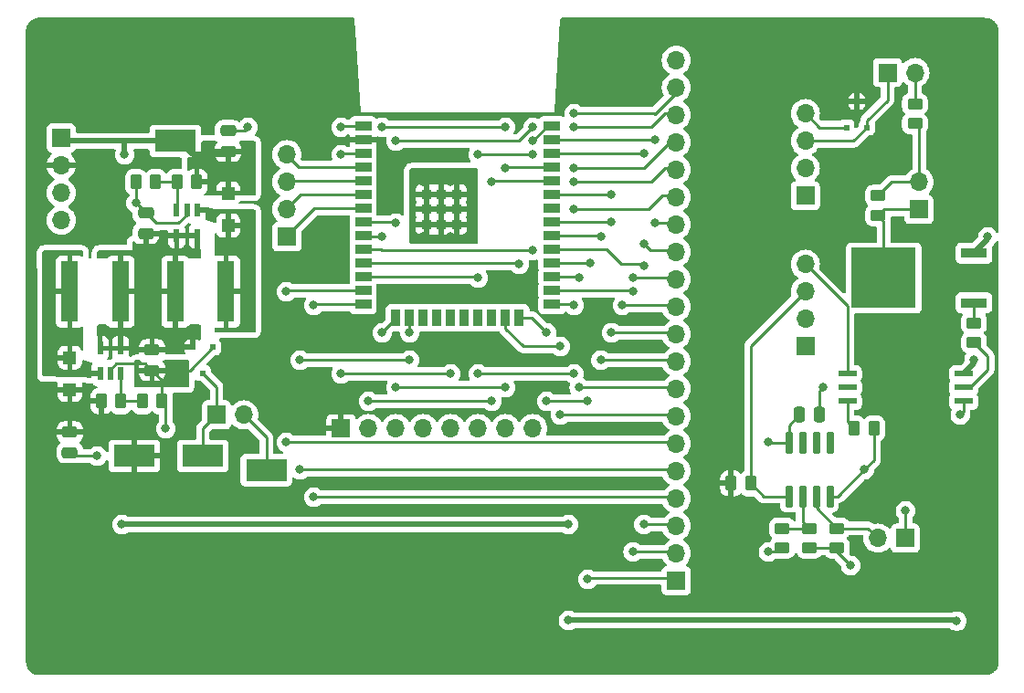
<source format=gbr>
%TF.GenerationSoftware,KiCad,Pcbnew,7.0.7*%
%TF.CreationDate,2023-09-28T17:43:58-05:00*%
%TF.ProjectId,CatLasers,4361744c-6173-4657-9273-2e6b69636164,rev?*%
%TF.SameCoordinates,Original*%
%TF.FileFunction,Copper,L1,Top*%
%TF.FilePolarity,Positive*%
%FSLAX46Y46*%
G04 Gerber Fmt 4.6, Leading zero omitted, Abs format (unit mm)*
G04 Created by KiCad (PCBNEW 7.0.7) date 2023-09-28 17:43:58*
%MOMM*%
%LPD*%
G01*
G04 APERTURE LIST*
G04 Aperture macros list*
%AMRoundRect*
0 Rectangle with rounded corners*
0 $1 Rounding radius*
0 $2 $3 $4 $5 $6 $7 $8 $9 X,Y pos of 4 corners*
0 Add a 4 corners polygon primitive as box body*
4,1,4,$2,$3,$4,$5,$6,$7,$8,$9,$2,$3,0*
0 Add four circle primitives for the rounded corners*
1,1,$1+$1,$2,$3*
1,1,$1+$1,$4,$5*
1,1,$1+$1,$6,$7*
1,1,$1+$1,$8,$9*
0 Add four rect primitives between the rounded corners*
20,1,$1+$1,$2,$3,$4,$5,0*
20,1,$1+$1,$4,$5,$6,$7,0*
20,1,$1+$1,$6,$7,$8,$9,0*
20,1,$1+$1,$8,$9,$2,$3,0*%
G04 Aperture macros list end*
%TA.AperFunction,SMDPad,CuDef*%
%ADD10R,1.500000X0.900000*%
%TD*%
%TA.AperFunction,SMDPad,CuDef*%
%ADD11R,0.900000X1.500000*%
%TD*%
%TA.AperFunction,SMDPad,CuDef*%
%ADD12R,0.900000X0.900000*%
%TD*%
%TA.AperFunction,SMDPad,CuDef*%
%ADD13R,1.701800X0.558800*%
%TD*%
%TA.AperFunction,ComponentPad*%
%ADD14R,1.700000X1.700000*%
%TD*%
%TA.AperFunction,ComponentPad*%
%ADD15O,1.700000X1.700000*%
%TD*%
%TA.AperFunction,SMDPad,CuDef*%
%ADD16R,3.800000X2.030000*%
%TD*%
%TA.AperFunction,SMDPad,CuDef*%
%ADD17RoundRect,0.183000X-0.427000X0.437000X-0.427000X-0.437000X0.427000X-0.437000X0.427000X0.437000X0*%
%TD*%
%TA.AperFunction,SMDPad,CuDef*%
%ADD18RoundRect,0.042000X0.258000X-0.943000X0.258000X0.943000X-0.258000X0.943000X-0.258000X-0.943000X0*%
%TD*%
%TA.AperFunction,SMDPad,CuDef*%
%ADD19R,2.413000X0.939800*%
%TD*%
%TA.AperFunction,SMDPad,CuDef*%
%ADD20R,6.019800X5.562600*%
%TD*%
%TA.AperFunction,SMDPad,CuDef*%
%ADD21RoundRect,0.041300X0.253700X-0.578700X0.253700X0.578700X-0.253700X0.578700X-0.253700X-0.578700X0*%
%TD*%
%TA.AperFunction,SMDPad,CuDef*%
%ADD22RoundRect,0.041300X-0.253700X0.578700X-0.253700X-0.578700X0.253700X-0.578700X0.253700X0.578700X0*%
%TD*%
%TA.AperFunction,SMDPad,CuDef*%
%ADD23RoundRect,0.250000X-0.450000X0.262500X-0.450000X-0.262500X0.450000X-0.262500X0.450000X0.262500X0*%
%TD*%
%TA.AperFunction,SMDPad,CuDef*%
%ADD24RoundRect,0.250000X0.450000X-0.262500X0.450000X0.262500X-0.450000X0.262500X-0.450000X-0.262500X0*%
%TD*%
%TA.AperFunction,SMDPad,CuDef*%
%ADD25RoundRect,0.250000X-0.262500X-0.450000X0.262500X-0.450000X0.262500X0.450000X-0.262500X0.450000X0*%
%TD*%
%TA.AperFunction,SMDPad,CuDef*%
%ADD26RoundRect,0.250000X0.262500X0.450000X-0.262500X0.450000X-0.262500X-0.450000X0.262500X-0.450000X0*%
%TD*%
%TA.AperFunction,SMDPad,CuDef*%
%ADD27R,0.508000X0.508000*%
%TD*%
%TA.AperFunction,SMDPad,CuDef*%
%ADD28R,1.600200X5.689600*%
%TD*%
%TA.AperFunction,SMDPad,CuDef*%
%ADD29RoundRect,0.250000X-0.250000X-0.475000X0.250000X-0.475000X0.250000X0.475000X-0.250000X0.475000X0*%
%TD*%
%TA.AperFunction,SMDPad,CuDef*%
%ADD30RoundRect,0.250000X0.475000X-0.250000X0.475000X0.250000X-0.475000X0.250000X-0.475000X-0.250000X0*%
%TD*%
%TA.AperFunction,ViaPad*%
%ADD31C,0.800000*%
%TD*%
%TA.AperFunction,Conductor*%
%ADD32C,0.500000*%
%TD*%
%TA.AperFunction,Conductor*%
%ADD33C,0.250000*%
%TD*%
G04 APERTURE END LIST*
D10*
%TO.P,U2,1,GND*%
%TO.N,GND*%
X76975000Y-29105000D03*
%TO.P,U2,2,3V3*%
%TO.N,3.3V*%
X76975000Y-30375000D03*
%TO.P,U2,3,EN*%
%TO.N,Net-(J2-Pin_5)*%
X76975000Y-31645000D03*
%TO.P,U2,4,SENSOR_VP*%
%TO.N,Net-(J3-Pin_4)*%
X76975000Y-32915000D03*
%TO.P,U2,5,SENSOR_VN*%
%TO.N,Net-(J3-Pin_3)*%
X76975000Y-34185000D03*
%TO.P,U2,6,IO34*%
%TO.N,Net-(J3-Pin_2)*%
X76975000Y-35455000D03*
%TO.P,U2,7,IO35*%
%TO.N,Net-(J3-Pin_1)*%
X76975000Y-36725000D03*
%TO.P,U2,8,IO32*%
%TO.N,Net-(J5-Pin_18)*%
X76975000Y-37995000D03*
%TO.P,U2,9,IO33*%
%TO.N,Net-(J5-Pin_19)*%
X76975000Y-39265000D03*
%TO.P,U2,10,IO25*%
%TO.N,Net-(J5-Pin_15)*%
X76975000Y-40535000D03*
%TO.P,U2,11,IO26*%
%TO.N,Net-(J5-Pin_16)*%
X76975000Y-41805000D03*
%TO.P,U2,12,IO27*%
%TO.N,Net-(J5-Pin_17)*%
X76975000Y-43075000D03*
%TO.P,U2,13,IO14*%
%TO.N,Net-(J5-Pin_6)*%
X76975000Y-44345000D03*
%TO.P,U2,14,IO12*%
%TO.N,Net-(J5-Pin_4)*%
X76975000Y-45615000D03*
D11*
%TO.P,U2,15,GND*%
%TO.N,GND*%
X80010000Y-46865000D03*
%TO.P,U2,16,IO13*%
%TO.N,Net-(J5-Pin_5)*%
X81280000Y-46865000D03*
%TO.P,U2,17,NC*%
%TO.N,unconnected-(U2-NC-Pad17)*%
X82550000Y-46865000D03*
%TO.P,U2,18,NC*%
%TO.N,unconnected-(U2-NC-Pad18)*%
X83820000Y-46865000D03*
%TO.P,U2,19,NC*%
%TO.N,unconnected-(U2-NC-Pad19)*%
X85090000Y-46865000D03*
%TO.P,U2,20,NC*%
%TO.N,unconnected-(U2-NC-Pad20)*%
X86360000Y-46865000D03*
%TO.P,U2,21,NC*%
%TO.N,unconnected-(U2-NC-Pad21)*%
X87630000Y-46865000D03*
%TO.P,U2,22,NC*%
%TO.N,unconnected-(U2-NC-Pad22)*%
X88900000Y-46865000D03*
%TO.P,U2,23,IO15*%
%TO.N,Net-(J5-Pin_7)*%
X90170000Y-46865000D03*
%TO.P,U2,24,IO2*%
%TO.N,Net-(J5-Pin_1)*%
X91440000Y-46865000D03*
D10*
%TO.P,U2,25,IO0*%
%TO.N,Net-(J2-Pin_6)*%
X94475000Y-45615000D03*
%TO.P,U2,26,IO4*%
%TO.N,Net-(J5-Pin_2)*%
X94475000Y-44345000D03*
%TO.P,U2,27,IO16*%
%TO.N,Net-(J5-Pin_8)*%
X94475000Y-43075000D03*
%TO.P,U2,28,IO17*%
%TO.N,Net-(J5-Pin_9)*%
X94475000Y-41805000D03*
%TO.P,U2,29,IO5*%
%TO.N,Net-(J5-Pin_3)*%
X94475000Y-40535000D03*
%TO.P,U2,30,IO18*%
%TO.N,Net-(J5-Pin_10)*%
X94475000Y-39265000D03*
%TO.P,U2,31,IO19*%
%TO.N,Net-(J5-Pin_11)*%
X94475000Y-37995000D03*
%TO.P,U2,32,NC1*%
%TO.N,unconnected-(U2-NC1-Pad32)*%
X94475000Y-36725000D03*
%TO.P,U2,33,IO21*%
%TO.N,Net-(J5-Pin_12)*%
X94475000Y-35455000D03*
%TO.P,U2,34,RXD0*%
%TO.N,Net-(J2-Pin_2)*%
X94475000Y-34185000D03*
%TO.P,U2,35,TXD0*%
%TO.N,Net-(J2-Pin_3)*%
X94475000Y-32915000D03*
%TO.P,U2,36,IO22*%
%TO.N,Net-(J5-Pin_13)*%
X94475000Y-31645000D03*
%TO.P,U2,37,IO23*%
%TO.N,Net-(J5-Pin_14)*%
X94475000Y-30375000D03*
%TO.P,U2,38,GND*%
%TO.N,GND*%
X94475000Y-29105000D03*
D12*
%TO.P,U2,39_1,GND*%
X82825000Y-35425000D03*
%TO.P,U2,39_2,GND*%
X84225000Y-35425000D03*
%TO.P,U2,39_3,GND*%
X85625000Y-35425000D03*
%TO.P,U2,39_4,GND*%
X82825000Y-36825000D03*
%TO.P,U2,39_5,GND*%
X84225000Y-36825000D03*
%TO.P,U2,39_6,GND*%
X85625000Y-36825000D03*
%TO.P,U2,39_7,GND*%
X82825000Y-38225000D03*
%TO.P,U2,39_8,GND*%
X84225000Y-38225000D03*
%TO.P,U2,39_9,GND*%
X85625000Y-38225000D03*
%TD*%
D13*
%TO.P,U4,1,ANODE*%
%TO.N,/Buzzer/PWM*%
X121855200Y-52070000D03*
%TO.P,U4,2,NC*%
%TO.N,unconnected-(U4-NC-Pad2)*%
X121855200Y-53340000D03*
%TO.P,U4,3,CATHODE*%
%TO.N,Net-(U4-CATHODE)*%
X121855200Y-54610000D03*
%TO.P,U4,4,VEE*%
%TO.N,GND*%
X132624800Y-54610000D03*
%TO.P,U4,5,VOUT*%
%TO.N,Net-(U4-VOUT)*%
X132624800Y-53340000D03*
%TO.P,U4,6,VCC*%
%TO.N,18V*%
X132624800Y-52070000D03*
%TD*%
D14*
%TO.P,J9,1,Pin_1*%
%TO.N,unconnected-(J9-Pin_1-Pad1)*%
X117957500Y-49525000D03*
D15*
%TO.P,J9,2,Pin_2*%
%TO.N,unconnected-(J9-Pin_2-Pad2)*%
X117957500Y-46985000D03*
%TO.P,J9,3,Pin_3*%
%TO.N,/IR Emitter + Receiver/Rec_out*%
X117957500Y-44445000D03*
%TO.P,J9,4,Pin_4*%
%TO.N,/Buzzer/PWM*%
X117957500Y-41905000D03*
%TD*%
D16*
%TO.P,VBatt,TP*%
%TO.N,/PowerSupply/VBatt*%
X62110500Y-59690000D03*
%TD*%
%TO.P,3.3V,TP,1*%
%TO.N,3.3V*%
X55760500Y-59690000D03*
%TD*%
%TO.P,GND,TP,1*%
%TO.N,GND*%
X68000000Y-61000000D03*
%TD*%
%TO.P,18V,TP,1*%
%TO.N,18V*%
X59570500Y-30480000D03*
%TD*%
D17*
%TO.P,D2,2,A*%
%TO.N,/PowerSupply/SW_3.3*%
X49791500Y-50580000D03*
%TO.P,D2,1,K*%
%TO.N,3.3V*%
X49791500Y-53560000D03*
%TD*%
%TO.P,D1,1,A*%
%TO.N,/PowerSupply/SW_18*%
X64460000Y-38320000D03*
%TO.P,D1,2,C*%
%TO.N,18V*%
X64460000Y-35340000D03*
%TD*%
D18*
%TO.P,U6,1,1OUT*%
%TO.N,/IR Emitter + Receiver/Rec_out*%
X116445000Y-63430000D03*
%TO.P,U6,2,1IN-*%
%TO.N,/IR Emitter + Receiver/Vref*%
X117715000Y-63430000D03*
%TO.P,U6,3,1IN+*%
%TO.N,/IR Emitter + Receiver/Vrec*%
X118985000Y-63430000D03*
%TO.P,U6,4,GND*%
%TO.N,GND*%
X120255000Y-63430000D03*
%TO.P,U6,5,2IN+*%
%TO.N,unconnected-(U6-2IN+-Pad5)*%
X120255000Y-58490000D03*
%TO.P,U6,6,2IN-*%
%TO.N,unconnected-(U6-2IN--Pad6)*%
X118985000Y-58490000D03*
%TO.P,U6,7,2OUT*%
%TO.N,unconnected-(U6-2OUT-Pad7)*%
X117715000Y-58490000D03*
%TO.P,U6,8,VCC*%
%TO.N,/IR Emitter + Receiver/Vsup*%
X116445000Y-58490000D03*
%TD*%
D19*
%TO.P,U5,1,Gate*%
%TO.N,Net-(U5-Gate)*%
X133577300Y-45480000D03*
%TO.P,U5,3,Source*%
%TO.N,18V*%
X133577300Y-40880000D03*
D20*
%TO.P,U5,2,Drain*%
%TO.N,Net-(J1-Pin_1)*%
X125220700Y-43180000D03*
%TD*%
D21*
%TO.P,U3,5,VIN*%
%TO.N,/PowerSupply/Vin*%
X52590500Y-49700000D03*
%TO.P,U3,4,EN*%
X54490500Y-49700000D03*
%TO.P,U3,3,FB*%
%TO.N,/PowerSupply/FB_3.3*%
X54490500Y-52070000D03*
%TO.P,U3,2,GND*%
%TO.N,GND*%
X53540500Y-52070000D03*
%TO.P,U3,1,SW*%
%TO.N,/PowerSupply/SW_3.3*%
X52590500Y-52070000D03*
%TD*%
D22*
%TO.P,U1,1,SW*%
%TO.N,/PowerSupply/SW_18*%
X61600000Y-36915000D03*
%TO.P,U1,2,GND*%
%TO.N,GND*%
X60650000Y-36915000D03*
%TO.P,U1,3,FB*%
%TO.N,/PowerSupply/FB_18*%
X59700000Y-36915000D03*
%TO.P,U1,4,EN*%
%TO.N,/PowerSupply/Vin*%
X59700000Y-39285000D03*
%TO.P,U1,5,VIN*%
X61600000Y-39285000D03*
%TD*%
D23*
%TO.P,R12,1*%
%TO.N,/IR Emitter + Receiver/Vref*%
X118350000Y-66397500D03*
%TO.P,R12,2*%
%TO.N,GND*%
X118350000Y-68222500D03*
%TD*%
D24*
%TO.P,R11,1*%
%TO.N,/IR Emitter + Receiver/Vsup*%
X115810000Y-68222500D03*
%TO.P,R11,2*%
%TO.N,/IR Emitter + Receiver/Vref*%
X115810000Y-66397500D03*
%TD*%
D25*
%TO.P,R10,1*%
%TO.N,3.3V*%
X111087500Y-62230000D03*
%TO.P,R10,2*%
%TO.N,/IR Emitter + Receiver/Rec_out*%
X112912500Y-62230000D03*
%TD*%
D23*
%TO.P,R9,1*%
%TO.N,/IR Emitter + Receiver/Vrec*%
X120890000Y-66397500D03*
%TO.P,R9,2*%
%TO.N,GND*%
X120890000Y-68222500D03*
%TD*%
%TO.P,R8,1*%
%TO.N,Net-(J6-Pin_2)*%
X128117500Y-27032500D03*
%TO.P,R8,2*%
%TO.N,GND*%
X128117500Y-28857500D03*
%TD*%
D25*
%TO.P,R7,1*%
%TO.N,Net-(U4-CATHODE)*%
X122517500Y-57150000D03*
%TO.P,R7,2*%
%TO.N,GND*%
X124342500Y-57150000D03*
%TD*%
D24*
%TO.P,R6,1*%
%TO.N,Net-(U4-VOUT)*%
X133590000Y-49172500D03*
%TO.P,R6,2*%
%TO.N,Net-(U5-Gate)*%
X133590000Y-47347500D03*
%TD*%
%TO.P,R5,1*%
%TO.N,Net-(J1-Pin_1)*%
X124700000Y-37385000D03*
%TO.P,R5,2*%
%TO.N,GND*%
X124700000Y-35560000D03*
%TD*%
D26*
%TO.P,R4,2*%
%TO.N,/PowerSupply/FB_3.3*%
X56499000Y-54610000D03*
%TO.P,R4,1*%
%TO.N,GND*%
X58324000Y-54610000D03*
%TD*%
%TO.P,R3,1*%
%TO.N,/PowerSupply/FB_18*%
X57752500Y-34290000D03*
%TO.P,R3,2*%
%TO.N,GND*%
X55927500Y-34290000D03*
%TD*%
%TO.P,R2,1*%
%TO.N,18V*%
X61562500Y-34290000D03*
%TO.P,R2,2*%
%TO.N,/PowerSupply/FB_18*%
X59737500Y-34290000D03*
%TD*%
%TO.P,R1,2*%
%TO.N,3.3V*%
X52689000Y-54610000D03*
%TO.P,R1,1*%
%TO.N,/PowerSupply/FB_3.3*%
X54514000Y-54610000D03*
%TD*%
D27*
%TO.P,FET2,1,1*%
%TO.N,GND*%
X63060501Y-49606200D03*
%TO.P,FET2,2,2*%
%TO.N,/PowerSupply/Vin*%
X61160499Y-49606200D03*
%TO.P,FET2,3,3*%
%TO.N,/PowerSupply/VBatt*%
X62110500Y-51993800D03*
%TD*%
%TO.P,FET1,1,1*%
%TO.N,/IR Emitter + Receiver/Emit_MOS*%
X121767500Y-29215000D03*
%TO.P,FET1,2,2*%
%TO.N,/IR Emitter + Receiver/Emit_Direct*%
X123667502Y-29215000D03*
%TO.P,FET1,3,3*%
%TO.N,3.3V*%
X122717501Y-26827400D03*
%TD*%
D28*
%TO.P,L2,1,1*%
%TO.N,/PowerSupply/Vin*%
X54490500Y-44450000D03*
%TO.P,L2,2,2*%
%TO.N,/PowerSupply/SW_3.3*%
X49791500Y-44450000D03*
%TD*%
%TO.P,L1,2,2*%
%TO.N,/PowerSupply/SW_18*%
X64269500Y-44450000D03*
%TO.P,L1,1,1*%
%TO.N,/PowerSupply/Vin*%
X59570500Y-44450000D03*
%TD*%
D15*
%TO.P,J8,2,Pin_2*%
%TO.N,/IR Emitter + Receiver/Vrec*%
X124700000Y-67310000D03*
D14*
%TO.P,J8,1,Pin_1*%
%TO.N,/IR Emitter + Receiver/RecSup*%
X127240000Y-67310000D03*
%TD*%
%TO.P,J7,1,Pin_1*%
%TO.N,18V*%
X49000000Y-30200000D03*
D15*
%TO.P,J7,2,Pin_2*%
%TO.N,3.3V*%
X49000000Y-32740000D03*
%TO.P,J7,3,Pin_3*%
%TO.N,GND*%
X49000000Y-35280000D03*
%TO.P,J7,4,Pin_4*%
X49000000Y-37820000D03*
%TD*%
D14*
%TO.P,J6,1,Pin_1*%
%TO.N,/IR Emitter + Receiver/Emit_Direct*%
X125577500Y-24135000D03*
D15*
%TO.P,J6,2,Pin_2*%
%TO.N,Net-(J6-Pin_2)*%
X128117500Y-24135000D03*
%TD*%
%TO.P,J5,20,Pin_20*%
%TO.N,GND*%
X106000000Y-22980000D03*
%TO.P,J5,19,Pin_19*%
%TO.N,Net-(J5-Pin_19)*%
X106000000Y-25520000D03*
%TO.P,J5,18,Pin_18*%
%TO.N,Net-(J5-Pin_18)*%
X106000000Y-28060000D03*
%TO.P,J5,17,Pin_17*%
%TO.N,Net-(J5-Pin_17)*%
X106000000Y-30600000D03*
%TO.P,J5,16,Pin_16*%
%TO.N,Net-(J5-Pin_16)*%
X106000000Y-33140000D03*
%TO.P,J5,15,Pin_15*%
%TO.N,Net-(J5-Pin_15)*%
X106000000Y-35680000D03*
%TO.P,J5,14,Pin_14*%
%TO.N,Net-(J5-Pin_14)*%
X106000000Y-38220000D03*
%TO.P,J5,13,Pin_13*%
%TO.N,Net-(J5-Pin_13)*%
X106000000Y-40760000D03*
%TO.P,J5,12,Pin_12*%
%TO.N,Net-(J5-Pin_12)*%
X106000000Y-43300000D03*
%TO.P,J5,11,Pin_11*%
%TO.N,Net-(J5-Pin_11)*%
X106000000Y-45840000D03*
%TO.P,J5,10,Pin_10*%
%TO.N,Net-(J5-Pin_10)*%
X106000000Y-48380000D03*
%TO.P,J5,9,Pin_9*%
%TO.N,Net-(J5-Pin_9)*%
X106000000Y-50920000D03*
%TO.P,J5,8,Pin_8*%
%TO.N,Net-(J5-Pin_8)*%
X106000000Y-53460000D03*
%TO.P,J5,7,Pin_7*%
%TO.N,Net-(J5-Pin_7)*%
X106000000Y-56000000D03*
%TO.P,J5,6,Pin_6*%
%TO.N,Net-(J5-Pin_6)*%
X106000000Y-58540000D03*
%TO.P,J5,5,Pin_5*%
%TO.N,Net-(J5-Pin_5)*%
X106000000Y-61080000D03*
%TO.P,J5,4,Pin_4*%
%TO.N,Net-(J5-Pin_4)*%
X106000000Y-63620000D03*
%TO.P,J5,3,Pin_3*%
%TO.N,Net-(J5-Pin_3)*%
X106000000Y-66160000D03*
%TO.P,J5,2,Pin_2*%
%TO.N,Net-(J5-Pin_2)*%
X106000000Y-68700000D03*
D14*
%TO.P,J5,1,Pin_1*%
%TO.N,Net-(J5-Pin_1)*%
X106000000Y-71240000D03*
%TD*%
%TO.P,J4,1,Pin_1*%
%TO.N,/IR Emitter + Receiver/Vsup*%
X117957500Y-35555000D03*
D15*
%TO.P,J4,2,Pin_2*%
%TO.N,/IR Emitter + Receiver/RecSup*%
X117957500Y-33015000D03*
%TO.P,J4,3,Pin_3*%
%TO.N,/IR Emitter + Receiver/Emit_Direct*%
X117957500Y-30475000D03*
%TO.P,J4,4,Pin_4*%
%TO.N,/IR Emitter + Receiver/Emit_MOS*%
X117957500Y-27935000D03*
%TD*%
D14*
%TO.P,J3,1,Pin_1*%
%TO.N,Net-(J3-Pin_1)*%
X69921500Y-39360000D03*
D15*
%TO.P,J3,2,Pin_2*%
%TO.N,Net-(J3-Pin_2)*%
X69921500Y-36820000D03*
%TO.P,J3,3,Pin_3*%
%TO.N,Net-(J3-Pin_3)*%
X69921500Y-34280000D03*
%TO.P,J3,4,Pin_4*%
%TO.N,Net-(J3-Pin_4)*%
X69921500Y-31740000D03*
%TD*%
D14*
%TO.P,J2,1,Pin_1*%
%TO.N,3.3V*%
X74930000Y-57150000D03*
D15*
%TO.P,J2,2,Pin_2*%
%TO.N,Net-(J2-Pin_2)*%
X77470000Y-57150000D03*
%TO.P,J2,3,Pin_3*%
%TO.N,Net-(J2-Pin_3)*%
X80010000Y-57150000D03*
%TO.P,J2,4,Pin_4*%
%TO.N,GND*%
X82550000Y-57150000D03*
%TO.P,J2,5,Pin_5*%
%TO.N,Net-(J2-Pin_5)*%
X85090000Y-57150000D03*
%TO.P,J2,6,Pin_6*%
%TO.N,Net-(J2-Pin_6)*%
X87630000Y-57150000D03*
%TO.P,J2,7,Pin_7*%
%TO.N,unconnected-(J2-Pin_7-Pad7)*%
X90170000Y-57150000D03*
%TO.P,J2,8,Pin_8*%
%TO.N,unconnected-(J2-Pin_8-Pad8)*%
X92710000Y-57150000D03*
%TD*%
D14*
%TO.P,J1,1,Pin_1*%
%TO.N,Net-(J1-Pin_1)*%
X128510000Y-36830000D03*
D15*
%TO.P,J1,2,Pin_2*%
%TO.N,GND*%
X128510000Y-34290000D03*
%TD*%
D29*
%TO.P,C5,1*%
%TO.N,/IR Emitter + Receiver/Vsup*%
X117400000Y-55880000D03*
%TO.P,C5,2*%
%TO.N,GND*%
X119300000Y-55880000D03*
%TD*%
D30*
%TO.P,C4,2*%
%TO.N,3.3V*%
X49791500Y-57470000D03*
%TO.P,C4,1*%
%TO.N,GND*%
X49791500Y-59370000D03*
%TD*%
%TO.P,C3,2*%
%TO.N,/PowerSupply/Vin*%
X57411500Y-49850000D03*
%TO.P,C3,1*%
%TO.N,GND*%
X57411500Y-51750000D03*
%TD*%
%TO.P,C2,1*%
%TO.N,18V*%
X64460000Y-31430000D03*
%TO.P,C2,2*%
%TO.N,GND*%
X64460000Y-29530000D03*
%TD*%
%TO.P,C1,2*%
%TO.N,GND*%
X56840000Y-37150000D03*
%TO.P,C1,1*%
%TO.N,/PowerSupply/Vin*%
X56840000Y-39050000D03*
%TD*%
D15*
%TO.P,BT1,2,-*%
%TO.N,GND*%
X65920500Y-55880000D03*
D14*
%TO.P,BT1,1,+*%
%TO.N,/PowerSupply/VBatt*%
X63380500Y-55880000D03*
%TD*%
D31*
%TO.N,GND*%
X85090000Y-39370000D03*
X82550000Y-39370000D03*
X85090000Y-34290000D03*
X82550000Y-34290000D03*
X122160000Y-69850000D03*
%TO.N,18V*%
X133590000Y-50800000D03*
X132000000Y-75000000D03*
X96000000Y-74930000D03*
X134860000Y-39370000D03*
X96000000Y-66040000D03*
X54871500Y-31750000D03*
X54610000Y-66040000D03*
%TO.N,GND*%
X119620000Y-53340000D03*
X132320000Y-55880000D03*
X123430000Y-60960000D03*
%TO.N,/IR Emitter + Receiver/Vsup*%
X114540000Y-68580000D03*
X114540000Y-58420000D03*
%TO.N,GND*%
X55927500Y-36237500D03*
X66301500Y-29210000D03*
X58681500Y-57150000D03*
X52331500Y-59690000D03*
X92710000Y-30480000D03*
X78740000Y-48260000D03*
X74930000Y-29210000D03*
%TO.N,/IR Emitter + Receiver/RecSup*%
X127240000Y-64770000D03*
%TO.N,Net-(J5-Pin_19)*%
X78740000Y-39370000D03*
X78740000Y-29210000D03*
X90170000Y-29210000D03*
X96520000Y-27940000D03*
%TO.N,Net-(J5-Pin_18)*%
X80010000Y-38100000D03*
X80010000Y-30480000D03*
X92710000Y-29210000D03*
X96520000Y-29210000D03*
%TO.N,Net-(J5-Pin_17)*%
X87630000Y-43180000D03*
X87630000Y-31750000D03*
X92710000Y-31750000D03*
X96520000Y-33020000D03*
%TO.N,Net-(J5-Pin_16)*%
X91440000Y-41910000D03*
X96520000Y-34290000D03*
%TO.N,Net-(J5-Pin_15)*%
X92710000Y-40640000D03*
X96520000Y-36830000D03*
%TO.N,Net-(J5-Pin_1)*%
X97790000Y-71120000D03*
X97790000Y-54610000D03*
X93980000Y-48260000D03*
X93980000Y-54610000D03*
%TO.N,Net-(J5-Pin_7)*%
X95250000Y-49530000D03*
X95250000Y-55880000D03*
%TO.N,Net-(J5-Pin_6)*%
X69850000Y-44450000D03*
X69850000Y-58420000D03*
%TO.N,Net-(J5-Pin_5)*%
X71120000Y-50800000D03*
X81280000Y-50800000D03*
X81280000Y-48260000D03*
X71125000Y-60955000D03*
%TO.N,Net-(J5-Pin_4)*%
X72390000Y-63500000D03*
X72390000Y-45720000D03*
%TO.N,Net-(J2-Pin_6)*%
X96520000Y-52070000D03*
X96520000Y-45720000D03*
X87630000Y-52070000D03*
%TO.N,Net-(J2-Pin_2)*%
X77470000Y-54610000D03*
X88900000Y-54610000D03*
X88900000Y-34290000D03*
%TO.N,Net-(J2-Pin_3)*%
X80010000Y-53340000D03*
X90170000Y-53340000D03*
X90170000Y-33020000D03*
%TO.N,Net-(J2-Pin_5)*%
X85090000Y-52070000D03*
X74930000Y-52070000D03*
X74930000Y-31750000D03*
%TO.N,Net-(J5-Pin_2)*%
X102000000Y-68575000D03*
X102000000Y-44445000D03*
%TO.N,Net-(J5-Pin_3)*%
X103000000Y-66035000D03*
X103000000Y-42000000D03*
%TO.N,Net-(J5-Pin_8)*%
X97000000Y-53335000D03*
X97000000Y-43175000D03*
%TO.N,Net-(J5-Pin_9)*%
X99000000Y-50795000D03*
X98000000Y-41805000D03*
%TO.N,Net-(J5-Pin_10)*%
X100000000Y-48255000D03*
X99000000Y-39365000D03*
%TO.N,Net-(J5-Pin_11)*%
X100000000Y-37995000D03*
X101000000Y-45715000D03*
%TO.N,Net-(J5-Pin_12)*%
X102000000Y-43175000D03*
X100000000Y-35455000D03*
%TO.N,Net-(J5-Pin_13)*%
X103000000Y-40000000D03*
X103000000Y-31645000D03*
%TO.N,Net-(J5-Pin_14)*%
X104000000Y-30375000D03*
X104000000Y-38095000D03*
%TO.N,GND*%
X59243768Y-52645694D03*
%TD*%
D32*
%TO.N,18V*%
X54610000Y-66040000D02*
X96000000Y-66040000D01*
X49280000Y-30480000D02*
X54871500Y-30480000D01*
X49000000Y-30200000D02*
X49280000Y-30480000D01*
D33*
%TO.N,GND*%
X68000000Y-57959500D02*
X65920500Y-55880000D01*
X68000000Y-61000000D02*
X68000000Y-57959500D01*
D32*
%TO.N,18V*%
X96000000Y-74930000D02*
X131930000Y-74930000D01*
X131930000Y-74930000D02*
X132000000Y-75000000D01*
D33*
%TO.N,Net-(J5-Pin_1)*%
X97910000Y-71000000D02*
X106000000Y-71000000D01*
X97790000Y-71120000D02*
X97910000Y-71000000D01*
%TO.N,Net-(J5-Pin_2)*%
X102000000Y-68575000D02*
X106000000Y-68575000D01*
%TO.N,Net-(J5-Pin_3)*%
X105965000Y-66035000D02*
X106000000Y-66000000D01*
X103000000Y-66035000D02*
X105965000Y-66035000D01*
%TO.N,Net-(J5-Pin_4)*%
X72395000Y-63495000D02*
X72390000Y-63500000D01*
X106000000Y-63495000D02*
X72395000Y-63495000D01*
%TO.N,Net-(J5-Pin_5)*%
X106000000Y-60955000D02*
X71125000Y-60955000D01*
%TO.N,Net-(J5-Pin_6)*%
X69855000Y-58415000D02*
X69850000Y-58420000D01*
X106000000Y-58415000D02*
X69855000Y-58415000D01*
%TO.N,Net-(J5-Pin_7)*%
X95255000Y-55875000D02*
X95250000Y-55880000D01*
X106000000Y-55875000D02*
X95255000Y-55875000D01*
%TO.N,Net-(J5-Pin_8)*%
X97000000Y-53335000D02*
X106000000Y-53335000D01*
%TO.N,Net-(J5-Pin_9)*%
X99000000Y-50795000D02*
X106000000Y-50795000D01*
%TO.N,Net-(J5-Pin_10)*%
X105745000Y-48255000D02*
X106000000Y-48000000D01*
X100000000Y-48255000D02*
X105745000Y-48255000D01*
%TO.N,Net-(J5-Pin_11)*%
X101000000Y-45715000D02*
X106000000Y-45715000D01*
%TO.N,Net-(J5-Pin_12)*%
X105825000Y-43175000D02*
X106000000Y-43000000D01*
X102000000Y-43175000D02*
X105825000Y-43175000D01*
%TO.N,Net-(J5-Pin_13)*%
X103000000Y-40000000D02*
X103635000Y-40635000D01*
X103635000Y-40635000D02*
X106000000Y-40635000D01*
%TO.N,Net-(J5-Pin_14)*%
X105905000Y-38095000D02*
X106000000Y-38000000D01*
X104000000Y-38095000D02*
X105905000Y-38095000D01*
%TO.N,Net-(J5-Pin_15)*%
X103388750Y-36830000D02*
X96520000Y-36830000D01*
X104663750Y-35555000D02*
X103388750Y-36830000D01*
X106000000Y-35555000D02*
X104663750Y-35555000D01*
%TO.N,Net-(J5-Pin_16)*%
X103658750Y-34290000D02*
X96520000Y-34290000D01*
X104933750Y-33015000D02*
X103658750Y-34290000D01*
X106000000Y-33015000D02*
X104933750Y-33015000D01*
%TO.N,Net-(J5-Pin_19)*%
X104000000Y-28000000D02*
X103940000Y-27940000D01*
X103940000Y-27940000D02*
X96520000Y-27940000D01*
X106000000Y-26000000D02*
X104000000Y-28000000D01*
X106000000Y-25395000D02*
X106000000Y-26000000D01*
%TO.N,Net-(J5-Pin_18)*%
X103698750Y-29210000D02*
X96520000Y-29210000D01*
X104973750Y-27935000D02*
X103698750Y-29210000D01*
X106000000Y-27935000D02*
X104973750Y-27935000D01*
%TO.N,Net-(J5-Pin_17)*%
X102980000Y-33020000D02*
X96520000Y-33020000D01*
X105525000Y-30475000D02*
X102980000Y-33020000D01*
X106000000Y-30475000D02*
X105525000Y-30475000D01*
%TO.N,Net-(J5-Pin_3)*%
X99535000Y-40535000D02*
X94475000Y-40535000D01*
X103000000Y-42000000D02*
X102905000Y-41905000D01*
X102905000Y-41905000D02*
X100905000Y-41905000D01*
X100905000Y-41905000D02*
X99535000Y-40535000D01*
%TO.N,Net-(J5-Pin_2)*%
X101900000Y-44345000D02*
X94475000Y-44345000D01*
X102000000Y-44445000D02*
X101900000Y-44345000D01*
%TO.N,Net-(J5-Pin_14)*%
X104000000Y-30375000D02*
X94475000Y-30375000D01*
%TO.N,Net-(J5-Pin_13)*%
X103000000Y-31645000D02*
X94475000Y-31645000D01*
%TO.N,Net-(J5-Pin_12)*%
X100000000Y-35455000D02*
X94475000Y-35455000D01*
%TO.N,Net-(J5-Pin_11)*%
X94475000Y-37995000D02*
X100000000Y-37995000D01*
%TO.N,Net-(J5-Pin_10)*%
X98900000Y-39265000D02*
X94475000Y-39265000D01*
X99000000Y-39365000D02*
X98900000Y-39265000D01*
%TO.N,Net-(J5-Pin_9)*%
X98000000Y-41805000D02*
X94475000Y-41805000D01*
%TO.N,Net-(J5-Pin_8)*%
X97000000Y-43175000D02*
X96900000Y-43075000D01*
X96900000Y-43075000D02*
X94475000Y-43075000D01*
D32*
%TO.N,18V*%
X64140000Y-31750000D02*
X64460000Y-31430000D01*
X61221500Y-31750000D02*
X64140000Y-31750000D01*
X59951500Y-30480000D02*
X61221500Y-31750000D01*
X59570500Y-30480000D02*
X59951500Y-30480000D01*
D33*
%TO.N,GND*%
X120890000Y-68580000D02*
X122160000Y-69850000D01*
X120890000Y-68222500D02*
X120890000Y-68580000D01*
X118350000Y-68222500D02*
X120890000Y-68222500D01*
%TO.N,Net-(J6-Pin_2)*%
X128117500Y-24135000D02*
X128117500Y-27032500D01*
%TO.N,GND*%
X128510000Y-29250000D02*
X128510000Y-34290000D01*
X128117500Y-28857500D02*
X128510000Y-29250000D01*
D32*
%TO.N,18V*%
X133590000Y-50800000D02*
X133590000Y-51104800D01*
X133590000Y-51104800D02*
X132624800Y-52070000D01*
X134860000Y-39597300D02*
X133577300Y-40880000D01*
X54871500Y-30480000D02*
X54871500Y-31750000D01*
X54871500Y-30480000D02*
X59570500Y-30480000D01*
X134860000Y-39370000D02*
X134860000Y-39597300D01*
D33*
%TO.N,GND*%
X119300000Y-53660000D02*
X119620000Y-53340000D01*
X119300000Y-55880000D02*
X119300000Y-53660000D01*
%TO.N,Net-(U4-CATHODE)*%
X121855200Y-56487700D02*
X122517500Y-57150000D01*
X121855200Y-54610000D02*
X121855200Y-56487700D01*
%TO.N,GND*%
X132624800Y-55575200D02*
X132320000Y-55880000D01*
X132624800Y-54610000D02*
X132624800Y-55575200D01*
X124342500Y-60047500D02*
X123430000Y-60960000D01*
X124342500Y-57150000D02*
X124342500Y-60047500D01*
X120960000Y-63430000D02*
X123430000Y-60960000D01*
X120255000Y-63430000D02*
X120960000Y-63430000D01*
%TO.N,Net-(J1-Pin_1)*%
X124700000Y-37385000D02*
X125255000Y-36830000D01*
X125255000Y-36830000D02*
X128510000Y-36830000D01*
X125220700Y-37905700D02*
X124700000Y-37385000D01*
X125220700Y-43180000D02*
X125220700Y-37905700D01*
%TO.N,GND*%
X124700000Y-35560000D02*
X125970000Y-34290000D01*
X125970000Y-34290000D02*
X128510000Y-34290000D01*
%TO.N,/IR Emitter + Receiver/Vsup*%
X116445000Y-58490000D02*
X116445000Y-56835000D01*
X116445000Y-56835000D02*
X117400000Y-55880000D01*
X115452500Y-68580000D02*
X115810000Y-68222500D01*
X114540000Y-68580000D02*
X115452500Y-68580000D01*
X114610000Y-58490000D02*
X114540000Y-58420000D01*
X116445000Y-58490000D02*
X114610000Y-58490000D01*
%TO.N,GND*%
X65981500Y-29530000D02*
X66301500Y-29210000D01*
X64460000Y-29530000D02*
X65981500Y-29530000D01*
X56840000Y-37150000D02*
X55927500Y-36237500D01*
X55927500Y-36237500D02*
X55927500Y-34290000D01*
X59865426Y-38100000D02*
X57790000Y-38100000D01*
X57790000Y-38100000D02*
X56840000Y-37150000D01*
X60650000Y-37315426D02*
X59865426Y-38100000D01*
X60650000Y-36915000D02*
X60650000Y-37315426D01*
X58681500Y-54967500D02*
X58681500Y-57150000D01*
X58324000Y-54610000D02*
X58681500Y-54967500D01*
X50111500Y-59690000D02*
X52331500Y-59690000D01*
X49791500Y-59370000D02*
X50111500Y-59690000D01*
%TO.N,/PowerSupply/VBatt*%
X62110500Y-59690000D02*
X62110500Y-57150000D01*
X62110500Y-57150000D02*
X63380500Y-55880000D01*
%TO.N,GND*%
X94085000Y-29105000D02*
X92710000Y-30480000D01*
X94475000Y-29105000D02*
X94085000Y-29105000D01*
X80010000Y-46990000D02*
X78740000Y-48260000D01*
X80010000Y-46865000D02*
X80010000Y-46990000D01*
X75035000Y-29105000D02*
X74930000Y-29210000D01*
X76975000Y-29105000D02*
X75035000Y-29105000D01*
%TO.N,/IR Emitter + Receiver/RecSup*%
X127240000Y-67310000D02*
X127240000Y-64770000D01*
%TO.N,/IR Emitter + Receiver/Vrec*%
X123787500Y-66397500D02*
X120890000Y-66397500D01*
X124700000Y-67310000D02*
X123787500Y-66397500D01*
%TO.N,/IR Emitter + Receiver/Rec_out*%
X112912500Y-49490000D02*
X117957500Y-44445000D01*
X112912500Y-62230000D02*
X112912500Y-49490000D01*
X114112500Y-63430000D02*
X112912500Y-62230000D01*
X116445000Y-63430000D02*
X114112500Y-63430000D01*
%TO.N,/IR Emitter + Receiver/Vref*%
X115810000Y-66397500D02*
X118350000Y-66397500D01*
X117715000Y-65762500D02*
X117715000Y-63430000D01*
X118350000Y-66397500D02*
X117715000Y-65762500D01*
%TO.N,/IR Emitter + Receiver/Vrec*%
X118985000Y-64492500D02*
X118985000Y-63430000D01*
X120890000Y-66397500D02*
X118985000Y-64492500D01*
%TO.N,/Buzzer/PWM*%
X117957500Y-41905000D02*
X121855200Y-45802700D01*
X121855200Y-45802700D02*
X121855200Y-52070000D01*
%TO.N,Net-(U4-VOUT)*%
X134860000Y-50442500D02*
X133590000Y-49172500D01*
X134860000Y-51676300D02*
X134860000Y-50442500D01*
X133196300Y-53340000D02*
X134860000Y-51676300D01*
X132624800Y-53340000D02*
X133196300Y-53340000D01*
%TO.N,Net-(U5-Gate)*%
X133577300Y-47334800D02*
X133590000Y-47347500D01*
X133577300Y-45480000D02*
X133577300Y-47334800D01*
%TO.N,/IR Emitter + Receiver/Emit_MOS*%
X119237500Y-29215000D02*
X117957500Y-27935000D01*
X121767500Y-29215000D02*
X119237500Y-29215000D01*
%TO.N,/IR Emitter + Receiver/Emit_Direct*%
X123667502Y-28584998D02*
X125577500Y-26675000D01*
X123667502Y-29215000D02*
X123667502Y-28584998D01*
X125577500Y-26675000D02*
X125577500Y-24135000D01*
X122407502Y-30475000D02*
X123667502Y-29215000D01*
X117957500Y-30475000D02*
X122407502Y-30475000D01*
%TO.N,Net-(J5-Pin_19)*%
X77080000Y-39370000D02*
X76975000Y-39265000D01*
X78740000Y-39370000D02*
X77080000Y-39370000D01*
X90170000Y-29210000D02*
X78740000Y-29210000D01*
%TO.N,Net-(J5-Pin_18)*%
X79905000Y-37995000D02*
X76975000Y-37995000D01*
X80010000Y-38100000D02*
X79905000Y-37995000D01*
X91440000Y-30480000D02*
X80010000Y-30480000D01*
X92710000Y-29210000D02*
X91440000Y-30480000D01*
%TO.N,Net-(J5-Pin_17)*%
X87525000Y-43075000D02*
X87630000Y-43180000D01*
X76975000Y-43075000D02*
X87525000Y-43075000D01*
X92710000Y-31750000D02*
X87630000Y-31750000D01*
%TO.N,Net-(J5-Pin_16)*%
X91335000Y-41805000D02*
X76975000Y-41805000D01*
X91440000Y-41910000D02*
X91335000Y-41805000D01*
%TO.N,Net-(J5-Pin_15)*%
X78635000Y-40535000D02*
X76975000Y-40535000D01*
X78740000Y-40640000D02*
X78635000Y-40535000D01*
X92710000Y-40640000D02*
X78740000Y-40640000D01*
%TO.N,Net-(J2-Pin_3)*%
X90275000Y-32915000D02*
X90170000Y-33020000D01*
X94475000Y-32915000D02*
X90275000Y-32915000D01*
%TO.N,Net-(J2-Pin_2)*%
X89005000Y-34185000D02*
X88900000Y-34290000D01*
X94475000Y-34185000D02*
X89005000Y-34185000D01*
%TO.N,Net-(J2-Pin_3)*%
X90170000Y-53340000D02*
X80010000Y-53340000D01*
%TO.N,Net-(J2-Pin_2)*%
X88900000Y-54610000D02*
X77470000Y-54610000D01*
%TO.N,Net-(J5-Pin_1)*%
X93980000Y-54610000D02*
X97790000Y-54610000D01*
X92585000Y-46865000D02*
X93980000Y-48260000D01*
X91440000Y-46865000D02*
X92585000Y-46865000D01*
%TO.N,Net-(J5-Pin_7)*%
X90170000Y-47865000D02*
X90170000Y-46865000D01*
X95250000Y-49530000D02*
X91835000Y-49530000D01*
X91835000Y-49530000D02*
X90170000Y-47865000D01*
%TO.N,Net-(J5-Pin_6)*%
X69955000Y-44345000D02*
X76975000Y-44345000D01*
X69850000Y-44450000D02*
X69955000Y-44345000D01*
%TO.N,Net-(J5-Pin_5)*%
X81280000Y-50800000D02*
X71120000Y-50800000D01*
X81280000Y-46865000D02*
X81280000Y-48260000D01*
X71120000Y-60960000D02*
X71125000Y-60955000D01*
%TO.N,Net-(J5-Pin_4)*%
X72495000Y-45615000D02*
X76975000Y-45615000D01*
X72390000Y-45720000D02*
X72495000Y-45615000D01*
%TO.N,Net-(J2-Pin_6)*%
X96520000Y-52070000D02*
X87630000Y-52070000D01*
X96415000Y-45615000D02*
X96520000Y-45720000D01*
X94475000Y-45615000D02*
X96415000Y-45615000D01*
%TO.N,Net-(J2-Pin_5)*%
X74930000Y-52070000D02*
X85090000Y-52070000D01*
X75035000Y-31645000D02*
X74930000Y-31750000D01*
X76975000Y-31645000D02*
X75035000Y-31645000D01*
%TO.N,Net-(J3-Pin_4)*%
X71025000Y-32915000D02*
X69850000Y-31740000D01*
X76975000Y-32915000D02*
X71025000Y-32915000D01*
%TO.N,Net-(J3-Pin_1)*%
X76975000Y-36725000D02*
X72485000Y-36725000D01*
X72485000Y-36725000D02*
X69850000Y-39360000D01*
%TO.N,Net-(J3-Pin_2)*%
X71215000Y-35455000D02*
X69850000Y-36820000D01*
X76975000Y-35455000D02*
X71215000Y-35455000D01*
%TO.N,Net-(J3-Pin_3)*%
X69945000Y-34185000D02*
X69850000Y-34280000D01*
X76975000Y-34185000D02*
X69945000Y-34185000D01*
%TO.N,GND*%
X60916701Y-51750000D02*
X57411500Y-51750000D01*
X63060501Y-49606200D02*
X60916701Y-51750000D01*
X57411500Y-51750000D02*
X58324000Y-52662500D01*
X58324000Y-52662500D02*
X58324000Y-54610000D01*
X56786500Y-51125000D02*
X57411500Y-51750000D01*
X53540500Y-51669574D02*
X54085074Y-51125000D01*
X53540500Y-52070000D02*
X53540500Y-51669574D01*
X54085074Y-51125000D02*
X56786500Y-51125000D01*
%TO.N,/PowerSupply/VBatt*%
X63380500Y-53263800D02*
X62110500Y-51993800D01*
X63380500Y-55880000D02*
X63380500Y-53263800D01*
%TO.N,/PowerSupply/FB_3.3*%
X56499000Y-54610000D02*
X54514000Y-54610000D01*
X54514000Y-52093500D02*
X54490500Y-52070000D01*
X54514000Y-54610000D02*
X54514000Y-52093500D01*
%TO.N,/PowerSupply/FB_18*%
X59737500Y-34290000D02*
X57752500Y-34290000D01*
X59737500Y-36877500D02*
X59700000Y-36915000D01*
X59737500Y-34290000D02*
X59737500Y-36877500D01*
%TO.N,/PowerSupply/SW_18*%
X64269500Y-38510500D02*
X64460000Y-38320000D01*
%TD*%
%TA.AperFunction,Conductor*%
%TO.N,/PowerSupply/Vin*%
G36*
X60948288Y-38119685D02*
G01*
X60994043Y-38172489D01*
X61003987Y-38241647D01*
X60974962Y-38305203D01*
X60965790Y-38313795D01*
X60965942Y-38313947D01*
X60959948Y-38319940D01*
X60870034Y-38438508D01*
X60815445Y-38576936D01*
X60805000Y-38663928D01*
X60805000Y-39035000D01*
X61726000Y-39035000D01*
X61793039Y-39054685D01*
X61838794Y-39107489D01*
X61850000Y-39159000D01*
X61850000Y-40405000D01*
X61883681Y-40438681D01*
X61917166Y-40500004D01*
X61920000Y-40526362D01*
X61920000Y-41278000D01*
X61900315Y-41345039D01*
X61847511Y-41390794D01*
X61796000Y-41402000D01*
X60905135Y-41402000D01*
X60838096Y-41382315D01*
X60805869Y-41352311D01*
X60727790Y-41248012D01*
X60727787Y-41248009D01*
X60612693Y-41161849D01*
X60612686Y-41161845D01*
X60477979Y-41111603D01*
X60477972Y-41111601D01*
X60418444Y-41105200D01*
X59820500Y-41105200D01*
X59820500Y-47794800D01*
X60418428Y-47794800D01*
X60418444Y-47794799D01*
X60477972Y-47788398D01*
X60477979Y-47788396D01*
X60612686Y-47738154D01*
X60612693Y-47738150D01*
X60727787Y-47651990D01*
X60727790Y-47651987D01*
X60805869Y-47547689D01*
X60861803Y-47505818D01*
X60905135Y-47498000D01*
X61796000Y-47498000D01*
X61863039Y-47517685D01*
X61908794Y-47570489D01*
X61920000Y-47622000D01*
X61919999Y-48858314D01*
X61900314Y-48925354D01*
X61847510Y-48971108D01*
X61778352Y-48981052D01*
X61721688Y-48957581D01*
X61656587Y-48908846D01*
X61656585Y-48908845D01*
X61521878Y-48858603D01*
X61521871Y-48858601D01*
X61462343Y-48852200D01*
X61410499Y-48852200D01*
X61410499Y-49732200D01*
X61390814Y-49799239D01*
X61338010Y-49844994D01*
X61286499Y-49856200D01*
X60406499Y-49856200D01*
X60406499Y-49908044D01*
X60412900Y-49967572D01*
X60412902Y-49967579D01*
X60463144Y-50102286D01*
X60467396Y-50110072D01*
X60464369Y-50111724D01*
X60482995Y-50161621D01*
X60468161Y-50229898D01*
X60418768Y-50279317D01*
X60359313Y-50294500D01*
X58759049Y-50294500D01*
X58692010Y-50274815D01*
X58646255Y-50222011D01*
X58635691Y-50157895D01*
X58636499Y-50149981D01*
X58636500Y-50149973D01*
X58636500Y-50100000D01*
X56186501Y-50100000D01*
X56186501Y-50149986D01*
X56187310Y-50157898D01*
X56174541Y-50226591D01*
X56126660Y-50277475D01*
X56063952Y-50294500D01*
X55884500Y-50294500D01*
X55884491Y-50294500D01*
X55884490Y-50294501D01*
X55777049Y-50306052D01*
X55777037Y-50306054D01*
X55725527Y-50317260D01*
X55623002Y-50351383D01*
X55622996Y-50351386D01*
X55501962Y-50429171D01*
X55501959Y-50429172D01*
X55488460Y-50440870D01*
X55424903Y-50469893D01*
X55355745Y-50459948D01*
X55302942Y-50414192D01*
X55283259Y-50347152D01*
X55284144Y-50332370D01*
X55285500Y-50321078D01*
X55285500Y-49950000D01*
X53695500Y-49950000D01*
X53695500Y-50321071D01*
X53705945Y-50408063D01*
X53736194Y-50484768D01*
X53742475Y-50554355D01*
X53710138Y-50616291D01*
X53700844Y-50624639D01*
X53684488Y-50640995D01*
X53669698Y-50653627D01*
X53653488Y-50665404D01*
X53653485Y-50665407D01*
X53623784Y-50701309D01*
X53619852Y-50705631D01*
X53561803Y-50763680D01*
X53500480Y-50797166D01*
X53474121Y-50800000D01*
X53377878Y-50800000D01*
X53310839Y-50780315D01*
X53265084Y-50727511D01*
X53255140Y-50658353D01*
X53279074Y-50601075D01*
X53320464Y-50546493D01*
X53375054Y-50408063D01*
X53385500Y-50321071D01*
X53385500Y-49950000D01*
X52464500Y-49950000D01*
X52397461Y-49930315D01*
X52351706Y-49877511D01*
X52340500Y-49826000D01*
X52340500Y-49600000D01*
X56186500Y-49600000D01*
X57161499Y-49600000D01*
X57161499Y-48850000D01*
X57661500Y-48850000D01*
X57661500Y-49600000D01*
X58636499Y-49600000D01*
X58636499Y-49550028D01*
X58636498Y-49550013D01*
X58626005Y-49447302D01*
X58595817Y-49356200D01*
X60406499Y-49356200D01*
X60910499Y-49356200D01*
X60910499Y-48852200D01*
X60858654Y-48852200D01*
X60799126Y-48858601D01*
X60799119Y-48858603D01*
X60664412Y-48908845D01*
X60664405Y-48908849D01*
X60549311Y-48995009D01*
X60549308Y-48995012D01*
X60463148Y-49110106D01*
X60463144Y-49110113D01*
X60412902Y-49244820D01*
X60412900Y-49244827D01*
X60406499Y-49304355D01*
X60406499Y-49356200D01*
X58595817Y-49356200D01*
X58570858Y-49280880D01*
X58570856Y-49280875D01*
X58478815Y-49131654D01*
X58354845Y-49007684D01*
X58205624Y-48915643D01*
X58205619Y-48915641D01*
X58039197Y-48860494D01*
X58039190Y-48860493D01*
X57936486Y-48850000D01*
X57661500Y-48850000D01*
X57161499Y-48850000D01*
X56886529Y-48850000D01*
X56886512Y-48850001D01*
X56783802Y-48860494D01*
X56617380Y-48915641D01*
X56617375Y-48915643D01*
X56468154Y-49007684D01*
X56344184Y-49131654D01*
X56252143Y-49280875D01*
X56252141Y-49280880D01*
X56196994Y-49447302D01*
X56196993Y-49447309D01*
X56186500Y-49550013D01*
X56186500Y-49600000D01*
X52340500Y-49600000D01*
X52340500Y-48580000D01*
X52840500Y-48580000D01*
X52840500Y-49450000D01*
X53385500Y-49450000D01*
X53695500Y-49450000D01*
X54240500Y-49450000D01*
X54240500Y-48580000D01*
X54740500Y-48580000D01*
X54740500Y-49450000D01*
X55285500Y-49450000D01*
X55285500Y-49078928D01*
X55275054Y-48991936D01*
X55220465Y-48853508D01*
X55130554Y-48734945D01*
X55011991Y-48645034D01*
X54873563Y-48590445D01*
X54786572Y-48580000D01*
X54740500Y-48580000D01*
X54240500Y-48580000D01*
X54194428Y-48580000D01*
X54107436Y-48590445D01*
X53969008Y-48645034D01*
X53850445Y-48734945D01*
X53760534Y-48853508D01*
X53705945Y-48991936D01*
X53695500Y-49078928D01*
X53695500Y-49450000D01*
X53385500Y-49450000D01*
X53385500Y-49078928D01*
X53375054Y-48991936D01*
X53320465Y-48853508D01*
X53230554Y-48734945D01*
X53111991Y-48645034D01*
X52973563Y-48590445D01*
X52886572Y-48580000D01*
X52840500Y-48580000D01*
X52340500Y-48580000D01*
X52340500Y-48557285D01*
X52334332Y-48545988D01*
X52331500Y-48519637D01*
X52331500Y-47622000D01*
X52351185Y-47554961D01*
X52403989Y-47509206D01*
X52455500Y-47498000D01*
X53155865Y-47498000D01*
X53222904Y-47517685D01*
X53255131Y-47547689D01*
X53333209Y-47651987D01*
X53333212Y-47651990D01*
X53448306Y-47738150D01*
X53448313Y-47738154D01*
X53583020Y-47788396D01*
X53583027Y-47788398D01*
X53642555Y-47794799D01*
X53642572Y-47794800D01*
X54240500Y-47794800D01*
X54240500Y-44700000D01*
X54740500Y-44700000D01*
X54740500Y-47794800D01*
X55338428Y-47794800D01*
X55338444Y-47794799D01*
X55397972Y-47788398D01*
X55397979Y-47788396D01*
X55532686Y-47738154D01*
X55532693Y-47738150D01*
X55647787Y-47651990D01*
X55647790Y-47651987D01*
X55733950Y-47536893D01*
X55733954Y-47536886D01*
X55784196Y-47402179D01*
X55784198Y-47402172D01*
X55790599Y-47342644D01*
X55790600Y-47342627D01*
X55790600Y-44700000D01*
X58270400Y-44700000D01*
X58270400Y-47342644D01*
X58276801Y-47402172D01*
X58276803Y-47402179D01*
X58327045Y-47536886D01*
X58327049Y-47536893D01*
X58413209Y-47651987D01*
X58413212Y-47651990D01*
X58528306Y-47738150D01*
X58528313Y-47738154D01*
X58663020Y-47788396D01*
X58663027Y-47788398D01*
X58722555Y-47794799D01*
X58722572Y-47794800D01*
X59320500Y-47794800D01*
X59320500Y-44700000D01*
X58270400Y-44700000D01*
X55790600Y-44700000D01*
X54740500Y-44700000D01*
X54240500Y-44700000D01*
X54240500Y-41105200D01*
X54740500Y-41105200D01*
X54740500Y-44200000D01*
X55790600Y-44200000D01*
X58270400Y-44200000D01*
X59320500Y-44200000D01*
X59320500Y-41105200D01*
X58722555Y-41105200D01*
X58663027Y-41111601D01*
X58663020Y-41111603D01*
X58528313Y-41161845D01*
X58528306Y-41161849D01*
X58413212Y-41248009D01*
X58413209Y-41248012D01*
X58327049Y-41363106D01*
X58327045Y-41363113D01*
X58276803Y-41497820D01*
X58276801Y-41497827D01*
X58270400Y-41557355D01*
X58270400Y-44200000D01*
X55790600Y-44200000D01*
X55790600Y-41557372D01*
X55790599Y-41557355D01*
X55784198Y-41497827D01*
X55784196Y-41497820D01*
X55733954Y-41363113D01*
X55733950Y-41363106D01*
X55647790Y-41248012D01*
X55647787Y-41248009D01*
X55532693Y-41161849D01*
X55532686Y-41161845D01*
X55397979Y-41111603D01*
X55397972Y-41111601D01*
X55338444Y-41105200D01*
X54740500Y-41105200D01*
X54240500Y-41105200D01*
X53642555Y-41105200D01*
X53583027Y-41111601D01*
X53583020Y-41111603D01*
X53448313Y-41161845D01*
X53448306Y-41161849D01*
X53333212Y-41248009D01*
X53333209Y-41248012D01*
X53255131Y-41352311D01*
X53199197Y-41394182D01*
X53155865Y-41402000D01*
X52455500Y-41402000D01*
X52388461Y-41382315D01*
X52342706Y-41329511D01*
X52331500Y-41278000D01*
X52331500Y-40764000D01*
X52351185Y-40696961D01*
X52403989Y-40651206D01*
X52455500Y-40640000D01*
X55570000Y-40640000D01*
X55570000Y-39865023D01*
X55589685Y-39797984D01*
X55642489Y-39752229D01*
X55711647Y-39742285D01*
X55775203Y-39771310D01*
X55781681Y-39777342D01*
X55896654Y-39892315D01*
X56045875Y-39984356D01*
X56045880Y-39984358D01*
X56212302Y-40039505D01*
X56212309Y-40039506D01*
X56315019Y-40049999D01*
X56589999Y-40049999D01*
X56590000Y-40049998D01*
X56590000Y-39300000D01*
X57090000Y-39300000D01*
X57090000Y-40049999D01*
X57364972Y-40049999D01*
X57364986Y-40049998D01*
X57467697Y-40039505D01*
X57634119Y-39984358D01*
X57634124Y-39984356D01*
X57783345Y-39892315D01*
X57907315Y-39768345D01*
X57999356Y-39619124D01*
X57999358Y-39619119D01*
X58027232Y-39535000D01*
X58905000Y-39535000D01*
X58905000Y-39906071D01*
X58915445Y-39993063D01*
X58970034Y-40131491D01*
X59059945Y-40250054D01*
X59178508Y-40339965D01*
X59316936Y-40394554D01*
X59403928Y-40405000D01*
X59450000Y-40405000D01*
X59450000Y-39535000D01*
X59950000Y-39535000D01*
X59950000Y-40405000D01*
X59996072Y-40405000D01*
X60083063Y-40394554D01*
X60221491Y-40339965D01*
X60340054Y-40250054D01*
X60429965Y-40131491D01*
X60484554Y-39993063D01*
X60495000Y-39906071D01*
X60495000Y-39535000D01*
X60805000Y-39535000D01*
X60805000Y-39906071D01*
X60815445Y-39993063D01*
X60870034Y-40131491D01*
X60959945Y-40250054D01*
X61078508Y-40339965D01*
X61216936Y-40394554D01*
X61303928Y-40405000D01*
X61350000Y-40405000D01*
X61350000Y-39535000D01*
X60805000Y-39535000D01*
X60495000Y-39535000D01*
X59950000Y-39535000D01*
X59450000Y-39535000D01*
X58905000Y-39535000D01*
X58027232Y-39535000D01*
X58054505Y-39452697D01*
X58054506Y-39452690D01*
X58064999Y-39349986D01*
X58065000Y-39349973D01*
X58065000Y-39300000D01*
X57090000Y-39300000D01*
X56590000Y-39300000D01*
X56590000Y-38924000D01*
X56609685Y-38856961D01*
X56662489Y-38811206D01*
X56714000Y-38800000D01*
X58064999Y-38800000D01*
X58101318Y-38763681D01*
X58103657Y-38766020D01*
X58137488Y-38736706D01*
X58188999Y-38725500D01*
X58781000Y-38725500D01*
X58848039Y-38745185D01*
X58893794Y-38797989D01*
X58905000Y-38849500D01*
X58905000Y-39035000D01*
X60495000Y-39035000D01*
X60495000Y-38663928D01*
X60484554Y-38576936D01*
X60454581Y-38500930D01*
X60448300Y-38431343D01*
X60480637Y-38369407D01*
X60482130Y-38367885D01*
X60713697Y-38136318D01*
X60775022Y-38102834D01*
X60801379Y-38100000D01*
X60881249Y-38100000D01*
X60948288Y-38119685D01*
G37*
%TD.AperFunction*%
%TD*%
%TA.AperFunction,Conductor*%
%TO.N,/PowerSupply/SW_18*%
G36*
X62550139Y-36608585D02*
G01*
X63190000Y-36830000D01*
X64460000Y-36830000D01*
X66876000Y-36830000D01*
X66943039Y-36849685D01*
X66988794Y-36902489D01*
X67000000Y-36954000D01*
X67000000Y-48136000D01*
X66980315Y-48203039D01*
X66927511Y-48248794D01*
X66876000Y-48260000D01*
X63314000Y-48260000D01*
X63246961Y-48240315D01*
X63201206Y-48187511D01*
X63190000Y-48136000D01*
X63190000Y-47902830D01*
X63209685Y-47835791D01*
X63262489Y-47790036D01*
X63331647Y-47780092D01*
X63357338Y-47786650D01*
X63362021Y-47788397D01*
X63362027Y-47788398D01*
X63421555Y-47794799D01*
X63421572Y-47794800D01*
X64019500Y-47794800D01*
X64019500Y-44700000D01*
X64519500Y-44700000D01*
X64519500Y-47794800D01*
X65117428Y-47794800D01*
X65117444Y-47794799D01*
X65176972Y-47788398D01*
X65176979Y-47788396D01*
X65311686Y-47738154D01*
X65311693Y-47738150D01*
X65426787Y-47651990D01*
X65426790Y-47651987D01*
X65512950Y-47536893D01*
X65512954Y-47536886D01*
X65563196Y-47402179D01*
X65563198Y-47402172D01*
X65569599Y-47342644D01*
X65569600Y-47342627D01*
X65569600Y-44700000D01*
X64519500Y-44700000D01*
X64019500Y-44700000D01*
X64019500Y-41105200D01*
X64519500Y-41105200D01*
X64519500Y-44200000D01*
X65569600Y-44200000D01*
X65569600Y-41557372D01*
X65569599Y-41557355D01*
X65563198Y-41497827D01*
X65563196Y-41497820D01*
X65512954Y-41363113D01*
X65512950Y-41363106D01*
X65426790Y-41248012D01*
X65426787Y-41248009D01*
X65311693Y-41161849D01*
X65311686Y-41161845D01*
X65176979Y-41111603D01*
X65176972Y-41111601D01*
X65117444Y-41105200D01*
X64519500Y-41105200D01*
X64019500Y-41105200D01*
X63421555Y-41105200D01*
X63362027Y-41111601D01*
X63362014Y-41111604D01*
X63357329Y-41113352D01*
X63287638Y-41118334D01*
X63226316Y-41084847D01*
X63192833Y-41023523D01*
X63190000Y-40997169D01*
X63190000Y-39127537D01*
X63209685Y-39060498D01*
X63262489Y-39014743D01*
X63331647Y-39004799D01*
X63395203Y-39033824D01*
X63420117Y-39063387D01*
X63491407Y-39181315D01*
X63608684Y-39298592D01*
X63750628Y-39384401D01*
X63908985Y-39433746D01*
X63977805Y-39439999D01*
X64209998Y-39439999D01*
X64209999Y-39439998D01*
X64210000Y-38570000D01*
X64710000Y-38570000D01*
X64710000Y-39439999D01*
X64942203Y-39439999D01*
X65011018Y-39433746D01*
X65169367Y-39384403D01*
X65311315Y-39298592D01*
X65428592Y-39181315D01*
X65514401Y-39039371D01*
X65563746Y-38881014D01*
X65570000Y-38812194D01*
X65570000Y-38570000D01*
X64710000Y-38570000D01*
X64210000Y-38570000D01*
X64209999Y-37200000D01*
X64710000Y-37200000D01*
X64710000Y-38070000D01*
X65569999Y-38070000D01*
X65569999Y-37827795D01*
X65563746Y-37758981D01*
X65514403Y-37600632D01*
X65428592Y-37458684D01*
X65311315Y-37341407D01*
X65169371Y-37255598D01*
X65011014Y-37206253D01*
X64942194Y-37200000D01*
X64710000Y-37200000D01*
X64209999Y-37200000D01*
X63977795Y-37200000D01*
X63908981Y-37206253D01*
X63750632Y-37255596D01*
X63608684Y-37341407D01*
X63491407Y-37458684D01*
X63405598Y-37600628D01*
X63356253Y-37758985D01*
X63350000Y-37827805D01*
X63350000Y-37981242D01*
X63330315Y-38048281D01*
X63277511Y-38094036D01*
X63208353Y-38103980D01*
X63185451Y-38098425D01*
X62438042Y-37839795D01*
X62381125Y-37799270D01*
X62355153Y-37734406D01*
X62363237Y-37677122D01*
X62384553Y-37623066D01*
X62395000Y-37536071D01*
X62395000Y-37165000D01*
X61569500Y-37165000D01*
X61502461Y-37145315D01*
X61456706Y-37092511D01*
X61445500Y-37041000D01*
X61445500Y-36789000D01*
X61465185Y-36721961D01*
X61517989Y-36676206D01*
X61569500Y-36665000D01*
X62394998Y-36665000D01*
X62421910Y-36638088D01*
X62483233Y-36604603D01*
X62550139Y-36608585D01*
G37*
%TD.AperFunction*%
%TD*%
%TA.AperFunction,Conductor*%
%TO.N,18V*%
G36*
X63392016Y-30499685D02*
G01*
X63437771Y-30552489D01*
X63447715Y-30621647D01*
X63418690Y-30685203D01*
X63412658Y-30691681D01*
X63392684Y-30711654D01*
X63300643Y-30860875D01*
X63300641Y-30860880D01*
X63245494Y-31027302D01*
X63245493Y-31027309D01*
X63235000Y-31130013D01*
X63235000Y-31130026D01*
X63234999Y-31179999D01*
X63235000Y-31180000D01*
X65684999Y-31180000D01*
X65684999Y-31130028D01*
X65684998Y-31130013D01*
X65674505Y-31027302D01*
X65619358Y-30860880D01*
X65619356Y-30860875D01*
X65527315Y-30711654D01*
X65507342Y-30691681D01*
X65473857Y-30630358D01*
X65478841Y-30560666D01*
X65520713Y-30504733D01*
X65586177Y-30480316D01*
X65595023Y-30480000D01*
X66876000Y-30480000D01*
X66943039Y-30499685D01*
X66988794Y-30552489D01*
X67000000Y-30604000D01*
X67000000Y-35436000D01*
X66980315Y-35503039D01*
X66927511Y-35548794D01*
X66876000Y-35560000D01*
X63190000Y-35560000D01*
X62361449Y-35560000D01*
X62294410Y-35540315D01*
X62248655Y-35487511D01*
X62238711Y-35418353D01*
X62267736Y-35354797D01*
X62288169Y-35337420D01*
X62287677Y-35336798D01*
X62293344Y-35332316D01*
X62417315Y-35208345D01*
X62490311Y-35090000D01*
X63350000Y-35090000D01*
X64209999Y-35090000D01*
X64209999Y-34220000D01*
X64710000Y-34220000D01*
X64710000Y-35090000D01*
X65569999Y-35090000D01*
X65569999Y-34847795D01*
X65563746Y-34778981D01*
X65514403Y-34620632D01*
X65428592Y-34478684D01*
X65311315Y-34361407D01*
X65169371Y-34275598D01*
X65011014Y-34226253D01*
X64942194Y-34220000D01*
X64710000Y-34220000D01*
X64209999Y-34220000D01*
X63977795Y-34220000D01*
X63908981Y-34226253D01*
X63750632Y-34275596D01*
X63608684Y-34361407D01*
X63491407Y-34478684D01*
X63405598Y-34620628D01*
X63356253Y-34778985D01*
X63350000Y-34847805D01*
X63350000Y-35090000D01*
X62490311Y-35090000D01*
X62509356Y-35059124D01*
X62509358Y-35059119D01*
X62564505Y-34892697D01*
X62564506Y-34892690D01*
X62574999Y-34789986D01*
X62575000Y-34789973D01*
X62575000Y-34540000D01*
X61436500Y-34540000D01*
X61369461Y-34520315D01*
X61323706Y-34467511D01*
X61312500Y-34416000D01*
X61312500Y-33090000D01*
X61812500Y-33090000D01*
X61812500Y-34040000D01*
X62574999Y-34040000D01*
X62574999Y-33790028D01*
X62574998Y-33790013D01*
X62564505Y-33687302D01*
X62509358Y-33520880D01*
X62509356Y-33520875D01*
X62417315Y-33371654D01*
X62293345Y-33247684D01*
X62144124Y-33155643D01*
X62144119Y-33155641D01*
X61977697Y-33100494D01*
X61977690Y-33100493D01*
X61874986Y-33090000D01*
X61812500Y-33090000D01*
X61312500Y-33090000D01*
X61312499Y-33089999D01*
X61250028Y-33090000D01*
X61250011Y-33090001D01*
X61147302Y-33100494D01*
X60980880Y-33155641D01*
X60980871Y-33155645D01*
X60839096Y-33243093D01*
X60771704Y-33261533D01*
X60705040Y-33240610D01*
X60660271Y-33186968D01*
X60650000Y-33137554D01*
X60650000Y-32119000D01*
X60669685Y-32051961D01*
X60722489Y-32006206D01*
X60774000Y-31995000D01*
X61518328Y-31995000D01*
X61518344Y-31994999D01*
X61577872Y-31988598D01*
X61577879Y-31988596D01*
X61712586Y-31938354D01*
X61712593Y-31938350D01*
X61827687Y-31852190D01*
X61827690Y-31852187D01*
X61913850Y-31737093D01*
X61913854Y-31737086D01*
X61935146Y-31680000D01*
X63235001Y-31680000D01*
X63235001Y-31729986D01*
X63245494Y-31832697D01*
X63300641Y-31999119D01*
X63300643Y-31999124D01*
X63392684Y-32148345D01*
X63516654Y-32272315D01*
X63665875Y-32364356D01*
X63665880Y-32364358D01*
X63832302Y-32419505D01*
X63832309Y-32419506D01*
X63935019Y-32429999D01*
X64209999Y-32429999D01*
X64210000Y-32429998D01*
X64210000Y-31680000D01*
X64710000Y-31680000D01*
X64710000Y-32429999D01*
X64984972Y-32429999D01*
X64984986Y-32429998D01*
X65087697Y-32419505D01*
X65254119Y-32364358D01*
X65254124Y-32364356D01*
X65403345Y-32272315D01*
X65527315Y-32148345D01*
X65619356Y-31999124D01*
X65619358Y-31999119D01*
X65674505Y-31832697D01*
X65674506Y-31832690D01*
X65684999Y-31729986D01*
X65685000Y-31729973D01*
X65685000Y-31680000D01*
X64710000Y-31680000D01*
X64210000Y-31680000D01*
X63235001Y-31680000D01*
X61935146Y-31680000D01*
X61964096Y-31602379D01*
X61964098Y-31602372D01*
X61970499Y-31542844D01*
X61970500Y-31542827D01*
X61970500Y-30604000D01*
X61990185Y-30536961D01*
X62042989Y-30491206D01*
X62094500Y-30480000D01*
X63324977Y-30480000D01*
X63392016Y-30499685D01*
G37*
%TD.AperFunction*%
%TD*%
%TA.AperFunction,Conductor*%
%TO.N,/PowerSupply/SW_3.3*%
G36*
X51004539Y-40659685D02*
G01*
X51050294Y-40712489D01*
X51061500Y-40764000D01*
X51061500Y-41084663D01*
X51041815Y-41151702D01*
X50989011Y-41197457D01*
X50919853Y-41207401D01*
X50863190Y-41183931D01*
X50833688Y-41161846D01*
X50833686Y-41161845D01*
X50698979Y-41111603D01*
X50698972Y-41111601D01*
X50639444Y-41105200D01*
X50041500Y-41105200D01*
X50041500Y-47794800D01*
X50639428Y-47794800D01*
X50639444Y-47794799D01*
X50698972Y-47788398D01*
X50698979Y-47788396D01*
X50833686Y-47738154D01*
X50833693Y-47738150D01*
X50863189Y-47716070D01*
X50928653Y-47691652D01*
X50996926Y-47706503D01*
X51046332Y-47755908D01*
X51061500Y-47815336D01*
X51061500Y-49772462D01*
X51041815Y-49839501D01*
X50989011Y-49885256D01*
X50919853Y-49895200D01*
X50856297Y-49866175D01*
X50831384Y-49836613D01*
X50760094Y-49718687D01*
X50760091Y-49718683D01*
X50642815Y-49601407D01*
X50500871Y-49515598D01*
X50342514Y-49466253D01*
X50273694Y-49460000D01*
X50041500Y-49460000D01*
X50041500Y-51699999D01*
X50273703Y-51699999D01*
X50342518Y-51693746D01*
X50500867Y-51644403D01*
X50642815Y-51558592D01*
X50760092Y-51441315D01*
X50845901Y-51299371D01*
X50895246Y-51141014D01*
X50901499Y-51072194D01*
X50901499Y-50918762D01*
X50921183Y-50851722D01*
X50973987Y-50805967D01*
X51043145Y-50796023D01*
X51056734Y-50798759D01*
X51061500Y-50799999D01*
X51061500Y-50800000D01*
X51817154Y-50996689D01*
X51877070Y-51032624D01*
X51908049Y-51095251D01*
X51900251Y-51164684D01*
X51884720Y-51191614D01*
X51860535Y-51223506D01*
X51805945Y-51361936D01*
X51795500Y-51448928D01*
X51795500Y-51820000D01*
X52621000Y-51820000D01*
X52688039Y-51839685D01*
X52733794Y-51892489D01*
X52745000Y-51944000D01*
X52745000Y-52196000D01*
X52725315Y-52263039D01*
X52672511Y-52308794D01*
X52621000Y-52320000D01*
X51795500Y-52320000D01*
X51795500Y-52345684D01*
X51775815Y-52412723D01*
X51723011Y-52458478D01*
X51653853Y-52468422D01*
X51639001Y-52465349D01*
X51139458Y-52329683D01*
X51139457Y-52329682D01*
X49636149Y-52336489D01*
X47375518Y-52302747D01*
X47308780Y-52282064D01*
X47263818Y-52228583D01*
X47253369Y-52178781D01*
X47253291Y-51699999D01*
X47253150Y-50830000D01*
X48681501Y-50830000D01*
X48681501Y-51072204D01*
X48687753Y-51141018D01*
X48737096Y-51299367D01*
X48822907Y-51441315D01*
X48940184Y-51558592D01*
X49082128Y-51644401D01*
X49240485Y-51693746D01*
X49309305Y-51699999D01*
X49541499Y-51699999D01*
X49541500Y-51699998D01*
X49541500Y-50830000D01*
X48681501Y-50830000D01*
X47253150Y-50830000D01*
X47253030Y-50087805D01*
X48681499Y-50087805D01*
X48681500Y-50330000D01*
X49541500Y-50330000D01*
X49541500Y-49460000D01*
X49309295Y-49460000D01*
X49240481Y-49466253D01*
X49082132Y-49515596D01*
X48940184Y-49601407D01*
X48822907Y-49718684D01*
X48737098Y-49860628D01*
X48687753Y-50018985D01*
X48681499Y-50087805D01*
X47253030Y-50087805D01*
X47252157Y-44700000D01*
X48491400Y-44700000D01*
X48491400Y-47342644D01*
X48497801Y-47402172D01*
X48497803Y-47402179D01*
X48548045Y-47536886D01*
X48548049Y-47536893D01*
X48634209Y-47651987D01*
X48634212Y-47651990D01*
X48749306Y-47738150D01*
X48749313Y-47738154D01*
X48884020Y-47788396D01*
X48884027Y-47788398D01*
X48943555Y-47794799D01*
X48943572Y-47794800D01*
X49541500Y-47794800D01*
X49541500Y-44700000D01*
X48491400Y-44700000D01*
X47252157Y-44700000D01*
X47252076Y-44199999D01*
X48491399Y-44199999D01*
X48491400Y-44200000D01*
X49541500Y-44200000D01*
X49541500Y-41105200D01*
X48943555Y-41105200D01*
X48884027Y-41111601D01*
X48884020Y-41111603D01*
X48749313Y-41161845D01*
X48749306Y-41161849D01*
X48634212Y-41248009D01*
X48634209Y-41248012D01*
X48548049Y-41363106D01*
X48548045Y-41363113D01*
X48497803Y-41497820D01*
X48497801Y-41497827D01*
X48491400Y-41557355D01*
X48491400Y-41557372D01*
X48491399Y-44199999D01*
X47252076Y-44199999D01*
X47251520Y-40764019D01*
X47271194Y-40696977D01*
X47323990Y-40651214D01*
X47375520Y-40640000D01*
X50937500Y-40640000D01*
X51004539Y-40659685D01*
G37*
%TD.AperFunction*%
%TD*%
%TA.AperFunction,Conductor*%
%TO.N,GND*%
G36*
X56343516Y-50819685D02*
G01*
X56389271Y-50872489D01*
X56399215Y-50941647D01*
X56370190Y-51005203D01*
X56364158Y-51011681D01*
X56344184Y-51031654D01*
X56252143Y-51180875D01*
X56252141Y-51180880D01*
X56196994Y-51347302D01*
X56196993Y-51347309D01*
X56186500Y-51450013D01*
X56186500Y-51500000D01*
X58636499Y-51500000D01*
X58636499Y-51450028D01*
X58636498Y-51450013D01*
X58626005Y-51347302D01*
X58570858Y-51180880D01*
X58570856Y-51180875D01*
X58478815Y-51031654D01*
X58458842Y-51011681D01*
X58425357Y-50950358D01*
X58430341Y-50880666D01*
X58472213Y-50824733D01*
X58537677Y-50800316D01*
X58546523Y-50800000D01*
X60716500Y-50800000D01*
X60783539Y-50819685D01*
X60829294Y-50872489D01*
X60840500Y-50924000D01*
X60840500Y-53216000D01*
X60820815Y-53283039D01*
X60768011Y-53328794D01*
X60716500Y-53340000D01*
X55884500Y-53340000D01*
X55817461Y-53320315D01*
X55771706Y-53267511D01*
X55760500Y-53216000D01*
X55760500Y-52000000D01*
X56186501Y-52000000D01*
X56186501Y-52049986D01*
X56196994Y-52152697D01*
X56252141Y-52319119D01*
X56252143Y-52319124D01*
X56344184Y-52468345D01*
X56468154Y-52592315D01*
X56617375Y-52684356D01*
X56617380Y-52684358D01*
X56783802Y-52739505D01*
X56783809Y-52739506D01*
X56886519Y-52749999D01*
X57161498Y-52749999D01*
X57161499Y-52749998D01*
X57161500Y-52000000D01*
X57661500Y-52000000D01*
X57661500Y-52749999D01*
X57936472Y-52749999D01*
X57936486Y-52749998D01*
X58039197Y-52739505D01*
X58205619Y-52684358D01*
X58205624Y-52684356D01*
X58354845Y-52592315D01*
X58478815Y-52468345D01*
X58570856Y-52319124D01*
X58570858Y-52319119D01*
X58626005Y-52152697D01*
X58626006Y-52152690D01*
X58636499Y-52049986D01*
X58636500Y-52049973D01*
X58636500Y-52000000D01*
X57661500Y-52000000D01*
X57161500Y-52000000D01*
X56186501Y-52000000D01*
X55760500Y-52000000D01*
X55760500Y-50924000D01*
X55780185Y-50856961D01*
X55832989Y-50811206D01*
X55884500Y-50800000D01*
X56276477Y-50800000D01*
X56343516Y-50819685D01*
G37*
%TD.AperFunction*%
%TD*%
%TA.AperFunction,Conductor*%
%TO.N,GND*%
G36*
X87573039Y-33039685D02*
G01*
X87618794Y-33092489D01*
X87630000Y-33144000D01*
X87630000Y-39890500D01*
X87610315Y-39957539D01*
X87557511Y-40003294D01*
X87506000Y-40014500D01*
X81404000Y-40014500D01*
X81336961Y-39994815D01*
X81291206Y-39942011D01*
X81280000Y-39890500D01*
X81280000Y-38475000D01*
X81875000Y-38475000D01*
X81875000Y-38722844D01*
X81881401Y-38782372D01*
X81881403Y-38782379D01*
X81931645Y-38917086D01*
X81931649Y-38917093D01*
X82017809Y-39032187D01*
X82017812Y-39032190D01*
X82132906Y-39118350D01*
X82132913Y-39118354D01*
X82267620Y-39168596D01*
X82267627Y-39168598D01*
X82327155Y-39174999D01*
X82327172Y-39175000D01*
X82575000Y-39175000D01*
X82575000Y-38475000D01*
X83075000Y-38475000D01*
X83075000Y-39175000D01*
X83322828Y-39175000D01*
X83322844Y-39174999D01*
X83382372Y-39168598D01*
X83382376Y-39168597D01*
X83481666Y-39131564D01*
X83551358Y-39126580D01*
X83568334Y-39131564D01*
X83667623Y-39168597D01*
X83667627Y-39168598D01*
X83727155Y-39174999D01*
X83727172Y-39175000D01*
X83975000Y-39175000D01*
X83975000Y-38475000D01*
X84475000Y-38475000D01*
X84475000Y-39175000D01*
X84722828Y-39175000D01*
X84722844Y-39174999D01*
X84782372Y-39168598D01*
X84782376Y-39168597D01*
X84881666Y-39131564D01*
X84951358Y-39126580D01*
X84968334Y-39131564D01*
X85067623Y-39168597D01*
X85067627Y-39168598D01*
X85127155Y-39174999D01*
X85127172Y-39175000D01*
X85375000Y-39175000D01*
X85375000Y-38475000D01*
X85875000Y-38475000D01*
X85875000Y-39175000D01*
X86122828Y-39175000D01*
X86122844Y-39174999D01*
X86182372Y-39168598D01*
X86182379Y-39168596D01*
X86317086Y-39118354D01*
X86317093Y-39118350D01*
X86432187Y-39032190D01*
X86432190Y-39032187D01*
X86518350Y-38917093D01*
X86518354Y-38917086D01*
X86568596Y-38782379D01*
X86568598Y-38782372D01*
X86574999Y-38722844D01*
X86575000Y-38722827D01*
X86575000Y-38475000D01*
X85875000Y-38475000D01*
X85375000Y-38475000D01*
X84475000Y-38475000D01*
X83975000Y-38475000D01*
X83075000Y-38475000D01*
X82575000Y-38475000D01*
X81875000Y-38475000D01*
X81280000Y-38475000D01*
X81280000Y-37075000D01*
X81875000Y-37075000D01*
X81875000Y-37322844D01*
X81881401Y-37382372D01*
X81881403Y-37382383D01*
X81918434Y-37481668D01*
X81923418Y-37551360D01*
X81918434Y-37568332D01*
X81881403Y-37667616D01*
X81881401Y-37667627D01*
X81875000Y-37727155D01*
X81875000Y-37975000D01*
X82575000Y-37975000D01*
X82575000Y-37075000D01*
X83075000Y-37075000D01*
X83075000Y-37975000D01*
X83975000Y-37975000D01*
X83975000Y-37075000D01*
X84475000Y-37075000D01*
X84475000Y-37975000D01*
X85375000Y-37975000D01*
X85375000Y-37075000D01*
X85875000Y-37075000D01*
X85875000Y-37975000D01*
X86575000Y-37975000D01*
X86575000Y-37727172D01*
X86574999Y-37727155D01*
X86568598Y-37667627D01*
X86568597Y-37667623D01*
X86531564Y-37568333D01*
X86526580Y-37498641D01*
X86531565Y-37481665D01*
X86568595Y-37382383D01*
X86568598Y-37382372D01*
X86574999Y-37322844D01*
X86575000Y-37322827D01*
X86575000Y-37075000D01*
X85875000Y-37075000D01*
X85375000Y-37075000D01*
X84475000Y-37075000D01*
X83975000Y-37075000D01*
X83075000Y-37075000D01*
X82575000Y-37075000D01*
X81875000Y-37075000D01*
X81280000Y-37075000D01*
X81280000Y-35675000D01*
X81875000Y-35675000D01*
X81875000Y-35922844D01*
X81881401Y-35982372D01*
X81881403Y-35982383D01*
X81918434Y-36081668D01*
X81923418Y-36151360D01*
X81918434Y-36168332D01*
X81881403Y-36267616D01*
X81881401Y-36267627D01*
X81875000Y-36327155D01*
X81875000Y-36575000D01*
X82575000Y-36575000D01*
X82575000Y-35675000D01*
X83075000Y-35675000D01*
X83075000Y-36575000D01*
X83975000Y-36575000D01*
X83975000Y-35675000D01*
X84475000Y-35675000D01*
X84475000Y-36575000D01*
X85375000Y-36575000D01*
X85375000Y-35675000D01*
X85875000Y-35675000D01*
X85875000Y-36575000D01*
X86575000Y-36575000D01*
X86575000Y-36327172D01*
X86574999Y-36327155D01*
X86568598Y-36267627D01*
X86568597Y-36267623D01*
X86531564Y-36168333D01*
X86526580Y-36098641D01*
X86531565Y-36081665D01*
X86568595Y-35982383D01*
X86568598Y-35982372D01*
X86574999Y-35922844D01*
X86575000Y-35922827D01*
X86575000Y-35675000D01*
X85875000Y-35675000D01*
X85375000Y-35675000D01*
X84475000Y-35675000D01*
X83975000Y-35675000D01*
X83075000Y-35675000D01*
X82575000Y-35675000D01*
X81875000Y-35675000D01*
X81280000Y-35675000D01*
X81280000Y-35175000D01*
X81875000Y-35175000D01*
X82575000Y-35175000D01*
X82575000Y-34475000D01*
X83075000Y-34475000D01*
X83075000Y-35175000D01*
X83975000Y-35175000D01*
X83975000Y-34475000D01*
X84475000Y-34475000D01*
X84475000Y-35175000D01*
X85375000Y-35175000D01*
X85375000Y-34475000D01*
X85875000Y-34475000D01*
X85875000Y-35175000D01*
X86575000Y-35175000D01*
X86575000Y-34927172D01*
X86574999Y-34927155D01*
X86568598Y-34867627D01*
X86568596Y-34867620D01*
X86518354Y-34732913D01*
X86518350Y-34732906D01*
X86432190Y-34617812D01*
X86432187Y-34617809D01*
X86317093Y-34531649D01*
X86317086Y-34531645D01*
X86182379Y-34481403D01*
X86182372Y-34481401D01*
X86122844Y-34475000D01*
X85875000Y-34475000D01*
X85375000Y-34475000D01*
X85127155Y-34475000D01*
X85067627Y-34481401D01*
X85067616Y-34481403D01*
X84968332Y-34518434D01*
X84898640Y-34523418D01*
X84881668Y-34518434D01*
X84782383Y-34481403D01*
X84782372Y-34481401D01*
X84722844Y-34475000D01*
X84475000Y-34475000D01*
X83975000Y-34475000D01*
X83727155Y-34475000D01*
X83667627Y-34481401D01*
X83667616Y-34481403D01*
X83568332Y-34518434D01*
X83498640Y-34523418D01*
X83481668Y-34518434D01*
X83382383Y-34481403D01*
X83382372Y-34481401D01*
X83322844Y-34475000D01*
X83075000Y-34475000D01*
X82575000Y-34475000D01*
X82327155Y-34475000D01*
X82267627Y-34481401D01*
X82267620Y-34481403D01*
X82132913Y-34531645D01*
X82132906Y-34531649D01*
X82017812Y-34617809D01*
X82017809Y-34617812D01*
X81931649Y-34732906D01*
X81931645Y-34732913D01*
X81881403Y-34867620D01*
X81881401Y-34867627D01*
X81875000Y-34927155D01*
X81875000Y-35175000D01*
X81280000Y-35175000D01*
X81280000Y-33144000D01*
X81299685Y-33076961D01*
X81352489Y-33031206D01*
X81404000Y-33020000D01*
X87506000Y-33020000D01*
X87573039Y-33039685D01*
G37*
%TD.AperFunction*%
%TD*%
%TA.AperFunction,Conductor*%
%TO.N,3.3V*%
G36*
X76150252Y-19069685D02*
G01*
X76196007Y-19122489D01*
X76206990Y-19166576D01*
X76276303Y-20322441D01*
X76724999Y-27804999D01*
X76725000Y-27805000D01*
X94725000Y-27805000D01*
X95243009Y-19166576D01*
X95266671Y-19100837D01*
X95322120Y-19058325D01*
X95366787Y-19050000D01*
X131981045Y-19050000D01*
X134568150Y-19050489D01*
X134568187Y-19050500D01*
X134617562Y-19050500D01*
X134622426Y-19050690D01*
X134676977Y-19054984D01*
X134817579Y-19067285D01*
X134835696Y-19070235D01*
X134916020Y-19089520D01*
X134958254Y-19100837D01*
X135026713Y-19119181D01*
X135034400Y-19121790D01*
X135071685Y-19137233D01*
X135120959Y-19157643D01*
X135219955Y-19203806D01*
X135226154Y-19207136D01*
X135306778Y-19256543D01*
X135309926Y-19258608D01*
X135396606Y-19319302D01*
X135401285Y-19322924D01*
X135473840Y-19384892D01*
X135477389Y-19388173D01*
X135551824Y-19462608D01*
X135555109Y-19466162D01*
X135617070Y-19538708D01*
X135620707Y-19543406D01*
X135681385Y-19630064D01*
X135683462Y-19633231D01*
X135732862Y-19713845D01*
X135736192Y-19720042D01*
X135779373Y-19812643D01*
X135782358Y-19819043D01*
X135818208Y-19905598D01*
X135820817Y-19913284D01*
X135850485Y-20024002D01*
X135869760Y-20104290D01*
X135872714Y-20122429D01*
X135885020Y-20263083D01*
X135889309Y-20317575D01*
X135889500Y-20322441D01*
X135889500Y-38889372D01*
X135869815Y-38956411D01*
X135817011Y-39002166D01*
X135747853Y-39012110D01*
X135684297Y-38983085D01*
X135658113Y-38951372D01*
X135638887Y-38918071D01*
X135592533Y-38837784D01*
X135465871Y-38697112D01*
X135458012Y-38691402D01*
X135312734Y-38585851D01*
X135312729Y-38585848D01*
X135139807Y-38508857D01*
X135139802Y-38508855D01*
X134994001Y-38477865D01*
X134954646Y-38469500D01*
X134765354Y-38469500D01*
X134732897Y-38476398D01*
X134580197Y-38508855D01*
X134580192Y-38508857D01*
X134407270Y-38585848D01*
X134407265Y-38585851D01*
X134254129Y-38697111D01*
X134127466Y-38837785D01*
X134032821Y-39001715D01*
X134032818Y-39001722D01*
X133974327Y-39181740D01*
X133974326Y-39181744D01*
X133966259Y-39258498D01*
X133954540Y-39370001D01*
X133955148Y-39375790D01*
X133942573Y-39444519D01*
X133919507Y-39476423D01*
X133522649Y-39873281D01*
X133461326Y-39906766D01*
X133434968Y-39909600D01*
X132322929Y-39909600D01*
X132322923Y-39909601D01*
X132263316Y-39916008D01*
X132128471Y-39966302D01*
X132128464Y-39966306D01*
X132013255Y-40052552D01*
X132013252Y-40052555D01*
X131927006Y-40167764D01*
X131927002Y-40167771D01*
X131876708Y-40302617D01*
X131870301Y-40362216D01*
X131870301Y-40362225D01*
X131870300Y-40362235D01*
X131870300Y-41397770D01*
X131870301Y-41397776D01*
X131876708Y-41457383D01*
X131927002Y-41592228D01*
X131927006Y-41592235D01*
X132013252Y-41707444D01*
X132013255Y-41707447D01*
X132128464Y-41793693D01*
X132128471Y-41793697D01*
X132263317Y-41843991D01*
X132263316Y-41843991D01*
X132270244Y-41844735D01*
X132322927Y-41850400D01*
X134831672Y-41850399D01*
X134891283Y-41843991D01*
X135026131Y-41793696D01*
X135141346Y-41707446D01*
X135227596Y-41592231D01*
X135277891Y-41457383D01*
X135284300Y-41397773D01*
X135284299Y-40362228D01*
X135278229Y-40305762D01*
X135290636Y-40237003D01*
X135313835Y-40204831D01*
X135345642Y-40173024D01*
X135359271Y-40161247D01*
X135378530Y-40146910D01*
X135412101Y-40106901D01*
X135415761Y-40102906D01*
X135421590Y-40097078D01*
X135441939Y-40071342D01*
X135454115Y-40056830D01*
X135465053Y-40043795D01*
X135465867Y-40042890D01*
X135465871Y-40042888D01*
X135592533Y-39902216D01*
X135658114Y-39788626D01*
X135708679Y-39740412D01*
X135777286Y-39727188D01*
X135842151Y-39753156D01*
X135882680Y-39810070D01*
X135889500Y-39850627D01*
X135889500Y-78737558D01*
X135889309Y-78742424D01*
X135885020Y-78796916D01*
X135872714Y-78937569D01*
X135869760Y-78955707D01*
X135850485Y-79035997D01*
X135820817Y-79146714D01*
X135818208Y-79154399D01*
X135782358Y-79240956D01*
X135736192Y-79339956D01*
X135732862Y-79346153D01*
X135683462Y-79426767D01*
X135681385Y-79429934D01*
X135620707Y-79516592D01*
X135617062Y-79521300D01*
X135555118Y-79593827D01*
X135551812Y-79597403D01*
X135477403Y-79671812D01*
X135473827Y-79675118D01*
X135401300Y-79737062D01*
X135396592Y-79740707D01*
X135309934Y-79801385D01*
X135306767Y-79803462D01*
X135226153Y-79852862D01*
X135219956Y-79856192D01*
X135120956Y-79902358D01*
X135034399Y-79938208D01*
X135026714Y-79940817D01*
X134915997Y-79970485D01*
X134835707Y-79989760D01*
X134817569Y-79992714D01*
X134676916Y-80005020D01*
X134622425Y-80009309D01*
X134617559Y-80009500D01*
X46992441Y-80009500D01*
X46987575Y-80009309D01*
X46933083Y-80005020D01*
X46792429Y-79992714D01*
X46774290Y-79989760D01*
X46694002Y-79970485D01*
X46583284Y-79940817D01*
X46575598Y-79938208D01*
X46489043Y-79902358D01*
X46390042Y-79856192D01*
X46383845Y-79852862D01*
X46303231Y-79803462D01*
X46300064Y-79801385D01*
X46267182Y-79778361D01*
X46213399Y-79740702D01*
X46208708Y-79737070D01*
X46136162Y-79675109D01*
X46132608Y-79671824D01*
X46058173Y-79597389D01*
X46054892Y-79593840D01*
X45992924Y-79521285D01*
X45989302Y-79516606D01*
X45928608Y-79429926D01*
X45926543Y-79426778D01*
X45877136Y-79346153D01*
X45873806Y-79339955D01*
X45827642Y-79240956D01*
X45807233Y-79191685D01*
X45791790Y-79154400D01*
X45789181Y-79146713D01*
X45759514Y-79035997D01*
X45740235Y-78955696D01*
X45737285Y-78937579D01*
X45724979Y-78796916D01*
X45720689Y-78742408D01*
X45720499Y-78737571D01*
X45720499Y-78737558D01*
X45719419Y-74930000D01*
X95094540Y-74930000D01*
X95114326Y-75118256D01*
X95114327Y-75118259D01*
X95172818Y-75298277D01*
X95172821Y-75298284D01*
X95267467Y-75462216D01*
X95394128Y-75602888D01*
X95394129Y-75602888D01*
X95547265Y-75714148D01*
X95547270Y-75714151D01*
X95720192Y-75791142D01*
X95720197Y-75791144D01*
X95905354Y-75830500D01*
X95905355Y-75830500D01*
X96094644Y-75830500D01*
X96094646Y-75830500D01*
X96279803Y-75791144D01*
X96452730Y-75714151D01*
X96454776Y-75712664D01*
X96466452Y-75704182D01*
X96532258Y-75680702D01*
X96539337Y-75680500D01*
X131364316Y-75680500D01*
X131431355Y-75700185D01*
X131437201Y-75704182D01*
X131547265Y-75784148D01*
X131547270Y-75784151D01*
X131720192Y-75861142D01*
X131720197Y-75861144D01*
X131905354Y-75900500D01*
X131905355Y-75900500D01*
X132094644Y-75900500D01*
X132094646Y-75900500D01*
X132279803Y-75861144D01*
X132452730Y-75784151D01*
X132605871Y-75672888D01*
X132732533Y-75532216D01*
X132827179Y-75368284D01*
X132885674Y-75188256D01*
X132905460Y-75000000D01*
X132885674Y-74811744D01*
X132827179Y-74631716D01*
X132732533Y-74467784D01*
X132605871Y-74327112D01*
X132605870Y-74327111D01*
X132452734Y-74215851D01*
X132452729Y-74215848D01*
X132279807Y-74138857D01*
X132279802Y-74138855D01*
X132134000Y-74107865D01*
X132094646Y-74099500D01*
X131905354Y-74099500D01*
X131872897Y-74106398D01*
X131720197Y-74138855D01*
X131720193Y-74138857D01*
X131652989Y-74168779D01*
X131602553Y-74179500D01*
X96539337Y-74179500D01*
X96472298Y-74159815D01*
X96466452Y-74155818D01*
X96452734Y-74145851D01*
X96452729Y-74145848D01*
X96279807Y-74068857D01*
X96279802Y-74068855D01*
X96134001Y-74037865D01*
X96094646Y-74029500D01*
X95905354Y-74029500D01*
X95872897Y-74036398D01*
X95720197Y-74068855D01*
X95720192Y-74068857D01*
X95547270Y-74145848D01*
X95547265Y-74145851D01*
X95394129Y-74257111D01*
X95267466Y-74397785D01*
X95172821Y-74561715D01*
X95172818Y-74561722D01*
X95114327Y-74741740D01*
X95114326Y-74741744D01*
X95094540Y-74930000D01*
X45719419Y-74930000D01*
X45716897Y-66040000D01*
X53704540Y-66040000D01*
X53724326Y-66228256D01*
X53724327Y-66228259D01*
X53782818Y-66408277D01*
X53782821Y-66408284D01*
X53877467Y-66572216D01*
X53961312Y-66665335D01*
X54004129Y-66712888D01*
X54157265Y-66824148D01*
X54157270Y-66824151D01*
X54330192Y-66901142D01*
X54330197Y-66901144D01*
X54515354Y-66940500D01*
X54515355Y-66940500D01*
X54704644Y-66940500D01*
X54704646Y-66940500D01*
X54889803Y-66901144D01*
X55062730Y-66824151D01*
X55069616Y-66819148D01*
X55076452Y-66814182D01*
X55142258Y-66790702D01*
X55149337Y-66790500D01*
X95460663Y-66790500D01*
X95527702Y-66810185D01*
X95533548Y-66814182D01*
X95547265Y-66824148D01*
X95547270Y-66824151D01*
X95720192Y-66901142D01*
X95720197Y-66901144D01*
X95905354Y-66940500D01*
X95905355Y-66940500D01*
X96094644Y-66940500D01*
X96094646Y-66940500D01*
X96279803Y-66901144D01*
X96452730Y-66824151D01*
X96605871Y-66712888D01*
X96732533Y-66572216D01*
X96827179Y-66408284D01*
X96885674Y-66228256D01*
X96905460Y-66040000D01*
X96885674Y-65851744D01*
X96827179Y-65671716D01*
X96732533Y-65507784D01*
X96605871Y-65367112D01*
X96605870Y-65367111D01*
X96452734Y-65255851D01*
X96452729Y-65255848D01*
X96279807Y-65178857D01*
X96279802Y-65178855D01*
X96134000Y-65147865D01*
X96094646Y-65139500D01*
X95905354Y-65139500D01*
X95872897Y-65146398D01*
X95720197Y-65178855D01*
X95720192Y-65178857D01*
X95547270Y-65255848D01*
X95547265Y-65255851D01*
X95533548Y-65265818D01*
X95467742Y-65289298D01*
X95460663Y-65289500D01*
X55149337Y-65289500D01*
X55082298Y-65269815D01*
X55076452Y-65265818D01*
X55062734Y-65255851D01*
X55062729Y-65255848D01*
X54889807Y-65178857D01*
X54889802Y-65178855D01*
X54744000Y-65147865D01*
X54704646Y-65139500D01*
X54515354Y-65139500D01*
X54482897Y-65146398D01*
X54330197Y-65178855D01*
X54330192Y-65178857D01*
X54157270Y-65255848D01*
X54157265Y-65255851D01*
X54004129Y-65367111D01*
X53877466Y-65507785D01*
X53782821Y-65671715D01*
X53782818Y-65671722D01*
X53724327Y-65851740D01*
X53724326Y-65851744D01*
X53704540Y-66040000D01*
X45716897Y-66040000D01*
X45715090Y-59670001D01*
X48566000Y-59670001D01*
X48566001Y-59670019D01*
X48576500Y-59772796D01*
X48576501Y-59772799D01*
X48630951Y-59937116D01*
X48631686Y-59939334D01*
X48723788Y-60088656D01*
X48847844Y-60212712D01*
X48997166Y-60304814D01*
X49163703Y-60359999D01*
X49266491Y-60370500D01*
X50316508Y-60370499D01*
X50316516Y-60370498D01*
X50316519Y-60370498D01*
X50372802Y-60364748D01*
X50419297Y-60359999D01*
X50534591Y-60321794D01*
X50573596Y-60315500D01*
X51627752Y-60315500D01*
X51694791Y-60335185D01*
X51719900Y-60356526D01*
X51725626Y-60362885D01*
X51725630Y-60362889D01*
X51878765Y-60474148D01*
X51878770Y-60474151D01*
X52051692Y-60551142D01*
X52051697Y-60551144D01*
X52236854Y-60590500D01*
X52236855Y-60590500D01*
X52426144Y-60590500D01*
X52426146Y-60590500D01*
X52611303Y-60551144D01*
X52784230Y-60474151D01*
X52937371Y-60362888D01*
X53064033Y-60222216D01*
X53129114Y-60109491D01*
X53179679Y-60061278D01*
X53248286Y-60048054D01*
X53313151Y-60074022D01*
X53353680Y-60130936D01*
X53360500Y-60171493D01*
X53360500Y-60752844D01*
X53366901Y-60812372D01*
X53366903Y-60812379D01*
X53417145Y-60947086D01*
X53417149Y-60947093D01*
X53503309Y-61062187D01*
X53503312Y-61062190D01*
X53618406Y-61148350D01*
X53618413Y-61148354D01*
X53753120Y-61198596D01*
X53753127Y-61198598D01*
X53812655Y-61204999D01*
X53812672Y-61205000D01*
X55510500Y-61205000D01*
X55510500Y-59940000D01*
X56010500Y-59940000D01*
X56010500Y-61205000D01*
X57708328Y-61205000D01*
X57708344Y-61204999D01*
X57767872Y-61198598D01*
X57767879Y-61198596D01*
X57902586Y-61148354D01*
X57902593Y-61148350D01*
X58017687Y-61062190D01*
X58017690Y-61062187D01*
X58103850Y-60947093D01*
X58103854Y-60947086D01*
X58154096Y-60812379D01*
X58154098Y-60812372D01*
X58160499Y-60752844D01*
X58160500Y-60752827D01*
X58160500Y-59940000D01*
X56010500Y-59940000D01*
X55510500Y-59940000D01*
X55510500Y-58175000D01*
X56010500Y-58175000D01*
X56010500Y-59440000D01*
X58160500Y-59440000D01*
X58160500Y-58627172D01*
X58160499Y-58627155D01*
X58154098Y-58567627D01*
X58154096Y-58567620D01*
X58103854Y-58432913D01*
X58103850Y-58432906D01*
X58017690Y-58317812D01*
X58017687Y-58317809D01*
X57902593Y-58231649D01*
X57902586Y-58231645D01*
X57767879Y-58181403D01*
X57767872Y-58181401D01*
X57708344Y-58175000D01*
X56010500Y-58175000D01*
X55510500Y-58175000D01*
X53812655Y-58175000D01*
X53753127Y-58181401D01*
X53753120Y-58181403D01*
X53618413Y-58231645D01*
X53618406Y-58231649D01*
X53503312Y-58317809D01*
X53503309Y-58317812D01*
X53417149Y-58432906D01*
X53417145Y-58432913D01*
X53366903Y-58567620D01*
X53366901Y-58567627D01*
X53360500Y-58627155D01*
X53360500Y-59208506D01*
X53340815Y-59275545D01*
X53288011Y-59321300D01*
X53218853Y-59331244D01*
X53155297Y-59302219D01*
X53129113Y-59270506D01*
X53098701Y-59217831D01*
X53064033Y-59157784D01*
X52937371Y-59017112D01*
X52937370Y-59017111D01*
X52784234Y-58905851D01*
X52784229Y-58905848D01*
X52611307Y-58828857D01*
X52611302Y-58828855D01*
X52465500Y-58797865D01*
X52426146Y-58789500D01*
X52236854Y-58789500D01*
X52204397Y-58796398D01*
X52051697Y-58828855D01*
X52051692Y-58828857D01*
X51878770Y-58905848D01*
X51878765Y-58905851D01*
X51725630Y-59017110D01*
X51725626Y-59017114D01*
X51719900Y-59023474D01*
X51660413Y-59060121D01*
X51627752Y-59064500D01*
X51127592Y-59064500D01*
X51060553Y-59044815D01*
X51014798Y-58992011D01*
X51008705Y-58973604D01*
X51008629Y-58973630D01*
X50962845Y-58835465D01*
X50951314Y-58800666D01*
X50859212Y-58651344D01*
X50735156Y-58527288D01*
X50731842Y-58525243D01*
X50730046Y-58523248D01*
X50729489Y-58522807D01*
X50729564Y-58522711D01*
X50685118Y-58473297D01*
X50673897Y-58404334D01*
X50701740Y-58340252D01*
X50731848Y-58314165D01*
X50734842Y-58312318D01*
X50858815Y-58188345D01*
X50950856Y-58039124D01*
X50950858Y-58039119D01*
X51006005Y-57872697D01*
X51006006Y-57872690D01*
X51016499Y-57769986D01*
X51016500Y-57769973D01*
X51016500Y-57720000D01*
X48566501Y-57720000D01*
X48566501Y-57769986D01*
X48576994Y-57872697D01*
X48632141Y-58039119D01*
X48632143Y-58039124D01*
X48724184Y-58188345D01*
X48848155Y-58312316D01*
X48848159Y-58312319D01*
X48851156Y-58314168D01*
X48852779Y-58315972D01*
X48853823Y-58316798D01*
X48853681Y-58316976D01*
X48897881Y-58366116D01*
X48909102Y-58435079D01*
X48881259Y-58499161D01*
X48851161Y-58525241D01*
X48847849Y-58527283D01*
X48847843Y-58527288D01*
X48723789Y-58651342D01*
X48631687Y-58800663D01*
X48631685Y-58800666D01*
X48631686Y-58800666D01*
X48576501Y-58967203D01*
X48576501Y-58967204D01*
X48576500Y-58967204D01*
X48566000Y-59069983D01*
X48566000Y-59670001D01*
X45715090Y-59670001D01*
X45714395Y-57220000D01*
X48566500Y-57220000D01*
X49541500Y-57220000D01*
X49541500Y-56470000D01*
X50041500Y-56470000D01*
X50041500Y-57220000D01*
X51016499Y-57220000D01*
X51016499Y-57170028D01*
X51016498Y-57170013D01*
X51006005Y-57067302D01*
X50950858Y-56900880D01*
X50950856Y-56900875D01*
X50858815Y-56751654D01*
X50734845Y-56627684D01*
X50585624Y-56535643D01*
X50585619Y-56535641D01*
X50419197Y-56480494D01*
X50419190Y-56480493D01*
X50316486Y-56470000D01*
X50041500Y-56470000D01*
X49541500Y-56470000D01*
X49266529Y-56470000D01*
X49266512Y-56470001D01*
X49163802Y-56480494D01*
X48997380Y-56535641D01*
X48997375Y-56535643D01*
X48848154Y-56627684D01*
X48724184Y-56751654D01*
X48632143Y-56900875D01*
X48632141Y-56900880D01*
X48576994Y-57067302D01*
X48576993Y-57067309D01*
X48566500Y-57170013D01*
X48566500Y-57220000D01*
X45714395Y-57220000D01*
X45713725Y-54860000D01*
X51676501Y-54860000D01*
X51676501Y-55109986D01*
X51686994Y-55212697D01*
X51742141Y-55379119D01*
X51742143Y-55379124D01*
X51834184Y-55528345D01*
X51958154Y-55652315D01*
X52107375Y-55744356D01*
X52107380Y-55744358D01*
X52273802Y-55799505D01*
X52273809Y-55799506D01*
X52376519Y-55809999D01*
X52438999Y-55809998D01*
X52439000Y-55809998D01*
X52439000Y-54860000D01*
X51676501Y-54860000D01*
X45713725Y-54860000D01*
X45713427Y-53810000D01*
X48681501Y-53810000D01*
X48681501Y-54052204D01*
X48687753Y-54121018D01*
X48737096Y-54279367D01*
X48822907Y-54421315D01*
X48940184Y-54538592D01*
X49082128Y-54624401D01*
X49240485Y-54673746D01*
X49309305Y-54679999D01*
X49541499Y-54679999D01*
X49541500Y-54679998D01*
X49541500Y-53810000D01*
X50041500Y-53810000D01*
X50041500Y-54679999D01*
X50273703Y-54679999D01*
X50342518Y-54673746D01*
X50500867Y-54624403D01*
X50642815Y-54538592D01*
X50760092Y-54421315D01*
X50845901Y-54279371D01*
X50895246Y-54121014D01*
X50901499Y-54052194D01*
X50901500Y-53810000D01*
X50041500Y-53810000D01*
X49541500Y-53810000D01*
X48681501Y-53810000D01*
X45713427Y-53810000D01*
X45709726Y-40764107D01*
X46746019Y-40764107D01*
X46746494Y-43694499D01*
X46746576Y-44200081D01*
X46746657Y-44700082D01*
X46746739Y-45205500D01*
X46747530Y-50087887D01*
X46747558Y-50262175D01*
X46747650Y-50830082D01*
X46747869Y-52178867D01*
X46758640Y-52282576D01*
X46758641Y-52282580D01*
X46769090Y-52332382D01*
X46800917Y-52431691D01*
X46876889Y-52553878D01*
X46876891Y-52553880D01*
X46876890Y-52553880D01*
X46921847Y-52607355D01*
X46921848Y-52607356D01*
X46921851Y-52607359D01*
X47029169Y-52703191D01*
X47159140Y-52764908D01*
X47225878Y-52785591D01*
X47225879Y-52785591D01*
X47367974Y-52808191D01*
X48574930Y-52826205D01*
X48641666Y-52846888D01*
X48686628Y-52900369D01*
X48695538Y-52969668D01*
X48691463Y-52987079D01*
X48687754Y-52998981D01*
X48681499Y-53067805D01*
X48681500Y-53310000D01*
X50901499Y-53310000D01*
X50901499Y-53067795D01*
X50895247Y-52998985D01*
X50894521Y-52996656D01*
X50894497Y-52995213D01*
X50893967Y-52992548D01*
X50894451Y-52992451D01*
X50893367Y-52926796D01*
X50930166Y-52867402D01*
X50993233Y-52837331D01*
X51012339Y-52835762D01*
X51056338Y-52835563D01*
X51089397Y-52839897D01*
X51513975Y-52955205D01*
X51529009Y-52958799D01*
X51551429Y-52963437D01*
X51551430Y-52963437D01*
X51581917Y-52968777D01*
X51725797Y-52968776D01*
X51794955Y-52958832D01*
X51794976Y-52958825D01*
X51799281Y-52957890D01*
X51799659Y-52959627D01*
X51862098Y-52959602D01*
X51920892Y-52997352D01*
X51926004Y-53003653D01*
X51950088Y-53035412D01*
X52068762Y-53125406D01*
X52207315Y-53180044D01*
X52237518Y-53183671D01*
X52301732Y-53211208D01*
X52340865Y-53269091D01*
X52342491Y-53338941D01*
X52306096Y-53398583D01*
X52261738Y-53424492D01*
X52107378Y-53475642D01*
X52107375Y-53475643D01*
X51958154Y-53567684D01*
X51834184Y-53691654D01*
X51742143Y-53840875D01*
X51742141Y-53840880D01*
X51686994Y-54007302D01*
X51686993Y-54007309D01*
X51676500Y-54110013D01*
X51676500Y-54360000D01*
X52815000Y-54360000D01*
X52882039Y-54379685D01*
X52927794Y-54432489D01*
X52939000Y-54484000D01*
X52939000Y-55809999D01*
X53001472Y-55809999D01*
X53001486Y-55809998D01*
X53104197Y-55799505D01*
X53270619Y-55744358D01*
X53270624Y-55744356D01*
X53419842Y-55652317D01*
X53513464Y-55558695D01*
X53574787Y-55525210D01*
X53644479Y-55530194D01*
X53688827Y-55558695D01*
X53782844Y-55652712D01*
X53932166Y-55744814D01*
X54098703Y-55799999D01*
X54201491Y-55810500D01*
X54826508Y-55810499D01*
X54826516Y-55810498D01*
X54826519Y-55810498D01*
X54893399Y-55803666D01*
X54929297Y-55799999D01*
X55095834Y-55744814D01*
X55245156Y-55652712D01*
X55369212Y-55528656D01*
X55400962Y-55477179D01*
X55452906Y-55430458D01*
X55521868Y-55419234D01*
X55585951Y-55447076D01*
X55612037Y-55477181D01*
X55643785Y-55528652D01*
X55643788Y-55528656D01*
X55767844Y-55652712D01*
X55917166Y-55744814D01*
X56083703Y-55799999D01*
X56186491Y-55810500D01*
X56811508Y-55810499D01*
X56811516Y-55810498D01*
X56811519Y-55810498D01*
X56878399Y-55803666D01*
X56914297Y-55799999D01*
X57080834Y-55744814D01*
X57230156Y-55652712D01*
X57323819Y-55559048D01*
X57385142Y-55525564D01*
X57454834Y-55530548D01*
X57499181Y-55559049D01*
X57592844Y-55652712D01*
X57742166Y-55744814D01*
X57908703Y-55799999D01*
X57944602Y-55803666D01*
X58009293Y-55830061D01*
X58049445Y-55887241D01*
X58056000Y-55927024D01*
X58056000Y-56451312D01*
X58036315Y-56518351D01*
X58024150Y-56534284D01*
X57948966Y-56617784D01*
X57854321Y-56781715D01*
X57854318Y-56781722D01*
X57795827Y-56961740D01*
X57795826Y-56961744D01*
X57776040Y-57150000D01*
X57795826Y-57338256D01*
X57795827Y-57338259D01*
X57854318Y-57518277D01*
X57854321Y-57518284D01*
X57948967Y-57682216D01*
X58037236Y-57780248D01*
X58075629Y-57822888D01*
X58228765Y-57934148D01*
X58228770Y-57934151D01*
X58401692Y-58011142D01*
X58401697Y-58011144D01*
X58586854Y-58050500D01*
X58586855Y-58050500D01*
X58776144Y-58050500D01*
X58776146Y-58050500D01*
X58961303Y-58011144D01*
X59134230Y-57934151D01*
X59287371Y-57822888D01*
X59414033Y-57682216D01*
X59508679Y-57518284D01*
X59567174Y-57338256D01*
X59586960Y-57150000D01*
X59567174Y-56961744D01*
X59508679Y-56781716D01*
X59414033Y-56617784D01*
X59403025Y-56605558D01*
X59338850Y-56534284D01*
X59308620Y-56471292D01*
X59307000Y-56451312D01*
X59307000Y-55291650D01*
X59313294Y-55252646D01*
X59326499Y-55212797D01*
X59337000Y-55110009D01*
X59336999Y-54109992D01*
X59330800Y-54049312D01*
X59326499Y-54007203D01*
X59325081Y-54000578D01*
X59326647Y-54000242D01*
X59324526Y-53938684D01*
X59360253Y-53878640D01*
X59422772Y-53847443D01*
X59444636Y-53845500D01*
X60716490Y-53845500D01*
X60716500Y-53845500D01*
X60823956Y-53833947D01*
X60875467Y-53822741D01*
X60909697Y-53811347D01*
X60977997Y-53788616D01*
X60978001Y-53788613D01*
X60978004Y-53788613D01*
X61099043Y-53710825D01*
X61151847Y-53665070D01*
X61246067Y-53556336D01*
X61305838Y-53425459D01*
X61325523Y-53358420D01*
X61325524Y-53358416D01*
X61346000Y-53216000D01*
X61345999Y-52738566D01*
X61365685Y-52671527D01*
X61418489Y-52625772D01*
X61487647Y-52615828D01*
X61544308Y-52639298D01*
X61611790Y-52689815D01*
X61614168Y-52691595D01*
X61614171Y-52691597D01*
X61626392Y-52696155D01*
X61749017Y-52741891D01*
X61808627Y-52748300D01*
X61929047Y-52748299D01*
X61996086Y-52767983D01*
X62016728Y-52784618D01*
X62718681Y-53486571D01*
X62752166Y-53547894D01*
X62755000Y-53574252D01*
X62755000Y-54405500D01*
X62735315Y-54472539D01*
X62682511Y-54518294D01*
X62631001Y-54529500D01*
X62482630Y-54529500D01*
X62482623Y-54529501D01*
X62423016Y-54535908D01*
X62288171Y-54586202D01*
X62288164Y-54586206D01*
X62172955Y-54672452D01*
X62172952Y-54672455D01*
X62086706Y-54787664D01*
X62086702Y-54787671D01*
X62036408Y-54922517D01*
X62030001Y-54982116D01*
X62030000Y-54982135D01*
X62030000Y-56294546D01*
X62010315Y-56361585D01*
X61993681Y-56382227D01*
X61726708Y-56649199D01*
X61714451Y-56659020D01*
X61714634Y-56659241D01*
X61708623Y-56664213D01*
X61661272Y-56714636D01*
X61640389Y-56735519D01*
X61640377Y-56735532D01*
X61636121Y-56741017D01*
X61632337Y-56745447D01*
X61600437Y-56779418D01*
X61600436Y-56779420D01*
X61590784Y-56796976D01*
X61580110Y-56813226D01*
X61567829Y-56829061D01*
X61567824Y-56829068D01*
X61549315Y-56871838D01*
X61546745Y-56877084D01*
X61524303Y-56917906D01*
X61519322Y-56937307D01*
X61513021Y-56955710D01*
X61505062Y-56974102D01*
X61505061Y-56974105D01*
X61497771Y-57020127D01*
X61496587Y-57025846D01*
X61485001Y-57070972D01*
X61485000Y-57070982D01*
X61485000Y-57091016D01*
X61483473Y-57110415D01*
X61480340Y-57130194D01*
X61480340Y-57130195D01*
X61484725Y-57176583D01*
X61485000Y-57182421D01*
X61485000Y-58050500D01*
X61465315Y-58117539D01*
X61412511Y-58163294D01*
X61361000Y-58174500D01*
X60162629Y-58174500D01*
X60162623Y-58174501D01*
X60103016Y-58180908D01*
X59968171Y-58231202D01*
X59968164Y-58231206D01*
X59852955Y-58317452D01*
X59852952Y-58317455D01*
X59766706Y-58432664D01*
X59766702Y-58432671D01*
X59716408Y-58567517D01*
X59710001Y-58627116D01*
X59710001Y-58627123D01*
X59710000Y-58627135D01*
X59710000Y-60752870D01*
X59710001Y-60752876D01*
X59716408Y-60812483D01*
X59766702Y-60947328D01*
X59766706Y-60947335D01*
X59852952Y-61062544D01*
X59852955Y-61062547D01*
X59968164Y-61148793D01*
X59968171Y-61148797D01*
X60103017Y-61199091D01*
X60103016Y-61199091D01*
X60109944Y-61199835D01*
X60162627Y-61205500D01*
X64058372Y-61205499D01*
X64117983Y-61199091D01*
X64252831Y-61148796D01*
X64368046Y-61062546D01*
X64454296Y-60947331D01*
X64504591Y-60812483D01*
X64511000Y-60752873D01*
X64510999Y-58627128D01*
X64504591Y-58567517D01*
X64494327Y-58539999D01*
X64454297Y-58432671D01*
X64454293Y-58432664D01*
X64368047Y-58317455D01*
X64368044Y-58317452D01*
X64252835Y-58231206D01*
X64252828Y-58231202D01*
X64117982Y-58180908D01*
X64117983Y-58180908D01*
X64058383Y-58174501D01*
X64058381Y-58174500D01*
X64058373Y-58174500D01*
X64058365Y-58174500D01*
X62860000Y-58174500D01*
X62792961Y-58154815D01*
X62747206Y-58102011D01*
X62736000Y-58050500D01*
X62736000Y-57460451D01*
X62755685Y-57393412D01*
X62772315Y-57372774D01*
X62878271Y-57266817D01*
X62939594Y-57233333D01*
X62965952Y-57230499D01*
X64278371Y-57230499D01*
X64278372Y-57230499D01*
X64337983Y-57224091D01*
X64472831Y-57173796D01*
X64588046Y-57087546D01*
X64674296Y-56972331D01*
X64723310Y-56840916D01*
X64765181Y-56784984D01*
X64830645Y-56760566D01*
X64898918Y-56775417D01*
X64927173Y-56796569D01*
X65049099Y-56918495D01*
X65126210Y-56972489D01*
X65242665Y-57054032D01*
X65242667Y-57054033D01*
X65242670Y-57054035D01*
X65456837Y-57153903D01*
X65456843Y-57153904D01*
X65456844Y-57153905D01*
X65511785Y-57168626D01*
X65685092Y-57215063D01*
X65873418Y-57231539D01*
X65920499Y-57235659D01*
X65920500Y-57235659D01*
X65920501Y-57235659D01*
X65959734Y-57232226D01*
X66155908Y-57215063D01*
X66256373Y-57188143D01*
X66326222Y-57189806D01*
X66376147Y-57220237D01*
X67338181Y-58182271D01*
X67371666Y-58243594D01*
X67374500Y-58269952D01*
X67374500Y-59360500D01*
X67354815Y-59427539D01*
X67302011Y-59473294D01*
X67250500Y-59484500D01*
X66052129Y-59484500D01*
X66052123Y-59484501D01*
X65992516Y-59490908D01*
X65857671Y-59541202D01*
X65857664Y-59541206D01*
X65742455Y-59627452D01*
X65742452Y-59627455D01*
X65656206Y-59742664D01*
X65656202Y-59742671D01*
X65605908Y-59877517D01*
X65602247Y-59911575D01*
X65599501Y-59937123D01*
X65599500Y-59937135D01*
X65599500Y-62062870D01*
X65599501Y-62062876D01*
X65605908Y-62122483D01*
X65656202Y-62257328D01*
X65656206Y-62257335D01*
X65742452Y-62372544D01*
X65742455Y-62372547D01*
X65857664Y-62458793D01*
X65857671Y-62458797D01*
X65992517Y-62509091D01*
X65992516Y-62509091D01*
X65999444Y-62509835D01*
X66052127Y-62515500D01*
X69947872Y-62515499D01*
X70007483Y-62509091D01*
X70142331Y-62458796D01*
X70257546Y-62372546D01*
X70343796Y-62257331D01*
X70394091Y-62122483D01*
X70400500Y-62062873D01*
X70400499Y-61785060D01*
X70420183Y-61718023D01*
X70472987Y-61672268D01*
X70542146Y-61662324D01*
X70597384Y-61684744D01*
X70672265Y-61739148D01*
X70672270Y-61739151D01*
X70845192Y-61816142D01*
X70845197Y-61816144D01*
X71030354Y-61855500D01*
X71030355Y-61855500D01*
X71219644Y-61855500D01*
X71219646Y-61855500D01*
X71404803Y-61816144D01*
X71577730Y-61739151D01*
X71730871Y-61627888D01*
X71733788Y-61624647D01*
X71736600Y-61621526D01*
X71796087Y-61584879D01*
X71828748Y-61580500D01*
X104664277Y-61580500D01*
X104731316Y-61600185D01*
X104776659Y-61652095D01*
X104825964Y-61757829D01*
X104825965Y-61757831D01*
X104961501Y-61951395D01*
X104961506Y-61951402D01*
X105128597Y-62118493D01*
X105128603Y-62118498D01*
X105314158Y-62248425D01*
X105357783Y-62303002D01*
X105364977Y-62372500D01*
X105333454Y-62434855D01*
X105314158Y-62451575D01*
X105128597Y-62581505D01*
X104961506Y-62748596D01*
X104913874Y-62816623D01*
X104859297Y-62860248D01*
X104812299Y-62869500D01*
X73089246Y-62869500D01*
X73022207Y-62849815D01*
X72997099Y-62828475D01*
X72995874Y-62827115D01*
X72995869Y-62827110D01*
X72842734Y-62715851D01*
X72842729Y-62715848D01*
X72669807Y-62638857D01*
X72669802Y-62638855D01*
X72524001Y-62607865D01*
X72484646Y-62599500D01*
X72295354Y-62599500D01*
X72262897Y-62606398D01*
X72110197Y-62638855D01*
X72110192Y-62638857D01*
X71937270Y-62715848D01*
X71937265Y-62715851D01*
X71784129Y-62827111D01*
X71657466Y-62967785D01*
X71562821Y-63131715D01*
X71562818Y-63131722D01*
X71517009Y-63272710D01*
X71504326Y-63311744D01*
X71484540Y-63500000D01*
X71504326Y-63688256D01*
X71504327Y-63688259D01*
X71562818Y-63868277D01*
X71562821Y-63868284D01*
X71657467Y-64032216D01*
X71743702Y-64127989D01*
X71784129Y-64172888D01*
X71937265Y-64284148D01*
X71937270Y-64284151D01*
X72110192Y-64361142D01*
X72110197Y-64361144D01*
X72295354Y-64400500D01*
X72295355Y-64400500D01*
X72484644Y-64400500D01*
X72484646Y-64400500D01*
X72669803Y-64361144D01*
X72842730Y-64284151D01*
X72995871Y-64172888D01*
X73006102Y-64161525D01*
X73065589Y-64124879D01*
X73098250Y-64120500D01*
X104664277Y-64120500D01*
X104731316Y-64140185D01*
X104776659Y-64192095D01*
X104825964Y-64297829D01*
X104825965Y-64297831D01*
X104961501Y-64491395D01*
X104961506Y-64491402D01*
X105128597Y-64658493D01*
X105128603Y-64658498D01*
X105314158Y-64788425D01*
X105357783Y-64843002D01*
X105364977Y-64912500D01*
X105333454Y-64974855D01*
X105314158Y-64991575D01*
X105128597Y-65121505D01*
X104961506Y-65288596D01*
X104913874Y-65356623D01*
X104859297Y-65400248D01*
X104812299Y-65409500D01*
X103703748Y-65409500D01*
X103636709Y-65389815D01*
X103611600Y-65368474D01*
X103605873Y-65362114D01*
X103605869Y-65362110D01*
X103452734Y-65250851D01*
X103452729Y-65250848D01*
X103279807Y-65173857D01*
X103279802Y-65173855D01*
X103112448Y-65138284D01*
X103094646Y-65134500D01*
X102905354Y-65134500D01*
X102887552Y-65138284D01*
X102720197Y-65173855D01*
X102720192Y-65173857D01*
X102547270Y-65250848D01*
X102547265Y-65250851D01*
X102394129Y-65362111D01*
X102267466Y-65502785D01*
X102172821Y-65666715D01*
X102172818Y-65666722D01*
X102114327Y-65846740D01*
X102114326Y-65846744D01*
X102094540Y-66035000D01*
X102114326Y-66223256D01*
X102114327Y-66223259D01*
X102172818Y-66403277D01*
X102172821Y-66403284D01*
X102267467Y-66567216D01*
X102355814Y-66665335D01*
X102394129Y-66707888D01*
X102547265Y-66819148D01*
X102547270Y-66819151D01*
X102720192Y-66896142D01*
X102720197Y-66896144D01*
X102905354Y-66935500D01*
X102905355Y-66935500D01*
X103094644Y-66935500D01*
X103094646Y-66935500D01*
X103279803Y-66896144D01*
X103452730Y-66819151D01*
X103605871Y-66707888D01*
X103608788Y-66704647D01*
X103611600Y-66701526D01*
X103671087Y-66664879D01*
X103703748Y-66660500D01*
X104664277Y-66660500D01*
X104731316Y-66680185D01*
X104776659Y-66732095D01*
X104825964Y-66837829D01*
X104825965Y-66837831D01*
X104961501Y-67031395D01*
X104961506Y-67031402D01*
X105128597Y-67198493D01*
X105128603Y-67198498D01*
X105314158Y-67328425D01*
X105357783Y-67383002D01*
X105364977Y-67452500D01*
X105333454Y-67514855D01*
X105314158Y-67531575D01*
X105128597Y-67661505D01*
X104961506Y-67828596D01*
X104913874Y-67896623D01*
X104859297Y-67940248D01*
X104812299Y-67949500D01*
X102703748Y-67949500D01*
X102636709Y-67929815D01*
X102611600Y-67908474D01*
X102605873Y-67902114D01*
X102605869Y-67902110D01*
X102452734Y-67790851D01*
X102452729Y-67790848D01*
X102279807Y-67713857D01*
X102279802Y-67713855D01*
X102118169Y-67679500D01*
X102094646Y-67674500D01*
X101905354Y-67674500D01*
X101881831Y-67679500D01*
X101720197Y-67713855D01*
X101720192Y-67713857D01*
X101547270Y-67790848D01*
X101547265Y-67790851D01*
X101394129Y-67902111D01*
X101267466Y-68042785D01*
X101172821Y-68206715D01*
X101172818Y-68206722D01*
X101114327Y-68386740D01*
X101114326Y-68386744D01*
X101094540Y-68575000D01*
X101114326Y-68763256D01*
X101114327Y-68763259D01*
X101172818Y-68943277D01*
X101172821Y-68943284D01*
X101267467Y-69107216D01*
X101376006Y-69227760D01*
X101394129Y-69247888D01*
X101547265Y-69359148D01*
X101547270Y-69359151D01*
X101720192Y-69436142D01*
X101720197Y-69436144D01*
X101905354Y-69475500D01*
X101905355Y-69475500D01*
X102094644Y-69475500D01*
X102094646Y-69475500D01*
X102279803Y-69436144D01*
X102452730Y-69359151D01*
X102605871Y-69247888D01*
X102608788Y-69244647D01*
X102611600Y-69241526D01*
X102671087Y-69204879D01*
X102703748Y-69200500D01*
X104664277Y-69200500D01*
X104731316Y-69220185D01*
X104776659Y-69272095D01*
X104825964Y-69377829D01*
X104825965Y-69377831D01*
X104870298Y-69441144D01*
X104961501Y-69571396D01*
X104961506Y-69571402D01*
X105083430Y-69693326D01*
X105116915Y-69754649D01*
X105111931Y-69824341D01*
X105070059Y-69880274D01*
X105039083Y-69897189D01*
X104907669Y-69946203D01*
X104907664Y-69946206D01*
X104792455Y-70032452D01*
X104792452Y-70032455D01*
X104706206Y-70147664D01*
X104706202Y-70147671D01*
X104653198Y-70289785D01*
X104651055Y-70288986D01*
X104622174Y-70339721D01*
X104560267Y-70372114D01*
X104536060Y-70374500D01*
X98336219Y-70374500D01*
X98269180Y-70354815D01*
X98263334Y-70350818D01*
X98242734Y-70335851D01*
X98242729Y-70335848D01*
X98069807Y-70258857D01*
X98069802Y-70258855D01*
X97924000Y-70227865D01*
X97884646Y-70219500D01*
X97695354Y-70219500D01*
X97662897Y-70226398D01*
X97510197Y-70258855D01*
X97510192Y-70258857D01*
X97337270Y-70335848D01*
X97337265Y-70335851D01*
X97184129Y-70447111D01*
X97057466Y-70587785D01*
X96962821Y-70751715D01*
X96962818Y-70751722D01*
X96904327Y-70931740D01*
X96904326Y-70931744D01*
X96884540Y-71120000D01*
X96904326Y-71308256D01*
X96904327Y-71308259D01*
X96962818Y-71488277D01*
X96962821Y-71488284D01*
X97057467Y-71652216D01*
X97145062Y-71749500D01*
X97184129Y-71792888D01*
X97337265Y-71904148D01*
X97337270Y-71904151D01*
X97510192Y-71981142D01*
X97510197Y-71981144D01*
X97695354Y-72020500D01*
X97695355Y-72020500D01*
X97884644Y-72020500D01*
X97884646Y-72020500D01*
X98069803Y-71981144D01*
X98242730Y-71904151D01*
X98395871Y-71792888D01*
X98509647Y-71666526D01*
X98569134Y-71629879D01*
X98601797Y-71625500D01*
X104525501Y-71625500D01*
X104592540Y-71645185D01*
X104638295Y-71697989D01*
X104649501Y-71749500D01*
X104649501Y-72137876D01*
X104655908Y-72197483D01*
X104706202Y-72332328D01*
X104706206Y-72332335D01*
X104792452Y-72447544D01*
X104792455Y-72447547D01*
X104907664Y-72533793D01*
X104907671Y-72533797D01*
X105042517Y-72584091D01*
X105042516Y-72584091D01*
X105049444Y-72584835D01*
X105102127Y-72590500D01*
X106897872Y-72590499D01*
X106957483Y-72584091D01*
X107092331Y-72533796D01*
X107207546Y-72447546D01*
X107293796Y-72332331D01*
X107344091Y-72197483D01*
X107350500Y-72137873D01*
X107350499Y-70342128D01*
X107344091Y-70282517D01*
X107335266Y-70258857D01*
X107293797Y-70147671D01*
X107293793Y-70147664D01*
X107207547Y-70032455D01*
X107207544Y-70032452D01*
X107092335Y-69946206D01*
X107092328Y-69946202D01*
X106960917Y-69897189D01*
X106904983Y-69855318D01*
X106880566Y-69789853D01*
X106895418Y-69721580D01*
X106916563Y-69693332D01*
X107038495Y-69571401D01*
X107174035Y-69377830D01*
X107273903Y-69163663D01*
X107335063Y-68935408D01*
X107355659Y-68700000D01*
X107352654Y-68665659D01*
X107345502Y-68583905D01*
X107335063Y-68464592D01*
X107273903Y-68236337D01*
X107174035Y-68022171D01*
X107149990Y-67987830D01*
X107038494Y-67828597D01*
X106871402Y-67661506D01*
X106871396Y-67661501D01*
X106685842Y-67531575D01*
X106642217Y-67476998D01*
X106635023Y-67407500D01*
X106666546Y-67345145D01*
X106685842Y-67328425D01*
X106708026Y-67312891D01*
X106871401Y-67198495D01*
X107038495Y-67031401D01*
X107174035Y-66837830D01*
X107273903Y-66623663D01*
X107335063Y-66395408D01*
X107355659Y-66160000D01*
X107335063Y-65924592D01*
X107273903Y-65696337D01*
X107174035Y-65482171D01*
X107164594Y-65468687D01*
X107038494Y-65288597D01*
X106871402Y-65121506D01*
X106871396Y-65121501D01*
X106685842Y-64991575D01*
X106642217Y-64936998D01*
X106635023Y-64867500D01*
X106666546Y-64805145D01*
X106685842Y-64788425D01*
X106708026Y-64772891D01*
X106871401Y-64658495D01*
X107038495Y-64491401D01*
X107174035Y-64297830D01*
X107273903Y-64083663D01*
X107335063Y-63855408D01*
X107355659Y-63620000D01*
X107335063Y-63384592D01*
X107273903Y-63156337D01*
X107174035Y-62942171D01*
X107123151Y-62869500D01*
X107038494Y-62748597D01*
X106871402Y-62581506D01*
X106871396Y-62581501D01*
X106726437Y-62480000D01*
X110075001Y-62480000D01*
X110075001Y-62729986D01*
X110085494Y-62832697D01*
X110140641Y-62999119D01*
X110140643Y-62999124D01*
X110232684Y-63148345D01*
X110356654Y-63272315D01*
X110505875Y-63364356D01*
X110505880Y-63364358D01*
X110672302Y-63419505D01*
X110672309Y-63419506D01*
X110775019Y-63429999D01*
X111337500Y-63429999D01*
X111399972Y-63429999D01*
X111399986Y-63429998D01*
X111502697Y-63419505D01*
X111669119Y-63364358D01*
X111669124Y-63364356D01*
X111818342Y-63272317D01*
X111911964Y-63178695D01*
X111973287Y-63145210D01*
X112042979Y-63150194D01*
X112087327Y-63178695D01*
X112181344Y-63272712D01*
X112330666Y-63364814D01*
X112497203Y-63419999D01*
X112599991Y-63430500D01*
X113177046Y-63430499D01*
X113244085Y-63450183D01*
X113264727Y-63466818D01*
X113611697Y-63813788D01*
X113621522Y-63826051D01*
X113621743Y-63825869D01*
X113626714Y-63831878D01*
X113647543Y-63851437D01*
X113677135Y-63879226D01*
X113698029Y-63900120D01*
X113703511Y-63904373D01*
X113707943Y-63908157D01*
X113741918Y-63940062D01*
X113759476Y-63949714D01*
X113775735Y-63960395D01*
X113791564Y-63972673D01*
X113834338Y-63991182D01*
X113839556Y-63993738D01*
X113880408Y-64016197D01*
X113899816Y-64021180D01*
X113918217Y-64027480D01*
X113936604Y-64035437D01*
X113979988Y-64042308D01*
X113982619Y-64042725D01*
X113988339Y-64043909D01*
X114033481Y-64055500D01*
X114053516Y-64055500D01*
X114072914Y-64057026D01*
X114092694Y-64060159D01*
X114092695Y-64060160D01*
X114092695Y-64060159D01*
X114092696Y-64060160D01*
X114139083Y-64055775D01*
X114144922Y-64055500D01*
X115520500Y-64055500D01*
X115587539Y-64075185D01*
X115633294Y-64127989D01*
X115644500Y-64179500D01*
X115644499Y-64415468D01*
X115654969Y-64502649D01*
X115654971Y-64502657D01*
X115709677Y-64641380D01*
X115709680Y-64641386D01*
X115746193Y-64689535D01*
X115799788Y-64760212D01*
X115918616Y-64850321D01*
X115918620Y-64850322D01*
X115918619Y-64850322D01*
X116057342Y-64905028D01*
X116057344Y-64905028D01*
X116057348Y-64905030D01*
X116114505Y-64911894D01*
X116144531Y-64915500D01*
X116144532Y-64915500D01*
X116745469Y-64915500D01*
X116775495Y-64911894D01*
X116832652Y-64905030D01*
X116920011Y-64870579D01*
X116989596Y-64864298D01*
X117051532Y-64896634D01*
X117086154Y-64957323D01*
X117089500Y-64985934D01*
X117089500Y-65613000D01*
X117069815Y-65680039D01*
X117017011Y-65725794D01*
X116947853Y-65735738D01*
X116884297Y-65706713D01*
X116859962Y-65678098D01*
X116852712Y-65666344D01*
X116728657Y-65542289D01*
X116728656Y-65542289D01*
X116728656Y-65542288D01*
X116579334Y-65450186D01*
X116412797Y-65395001D01*
X116412795Y-65395000D01*
X116310010Y-65384500D01*
X115309998Y-65384500D01*
X115309980Y-65384501D01*
X115207203Y-65395000D01*
X115207200Y-65395001D01*
X115040668Y-65450185D01*
X115040663Y-65450187D01*
X114891342Y-65542289D01*
X114767289Y-65666342D01*
X114675187Y-65815663D01*
X114675185Y-65815668D01*
X114664889Y-65846740D01*
X114620001Y-65982203D01*
X114620001Y-65982204D01*
X114620000Y-65982204D01*
X114609500Y-66084983D01*
X114609500Y-66710001D01*
X114609501Y-66710019D01*
X114620000Y-66812796D01*
X114620001Y-66812799D01*
X114675185Y-66979331D01*
X114675187Y-66979336D01*
X114767289Y-67128657D01*
X114860951Y-67222319D01*
X114894436Y-67283642D01*
X114889452Y-67353334D01*
X114860951Y-67397681D01*
X114767289Y-67491342D01*
X114767287Y-67491344D01*
X114767288Y-67491344D01*
X114702120Y-67597000D01*
X114687565Y-67620597D01*
X114635617Y-67667321D01*
X114582026Y-67679500D01*
X114445354Y-67679500D01*
X114419507Y-67684994D01*
X114260197Y-67718855D01*
X114260192Y-67718857D01*
X114087270Y-67795848D01*
X114087265Y-67795851D01*
X113934129Y-67907111D01*
X113807466Y-68047785D01*
X113712821Y-68211715D01*
X113712818Y-68211722D01*
X113654327Y-68391740D01*
X113654326Y-68391744D01*
X113634540Y-68580000D01*
X113654326Y-68768256D01*
X113654327Y-68768259D01*
X113712818Y-68948277D01*
X113712821Y-68948284D01*
X113807467Y-69112216D01*
X113911504Y-69227760D01*
X113934129Y-69252888D01*
X114087265Y-69364148D01*
X114087270Y-69364151D01*
X114260192Y-69441142D01*
X114260197Y-69441144D01*
X114445354Y-69480500D01*
X114445355Y-69480500D01*
X114634644Y-69480500D01*
X114634646Y-69480500D01*
X114819803Y-69441144D01*
X114992730Y-69364151D01*
X115145871Y-69252888D01*
X115145874Y-69252884D01*
X115148743Y-69250800D01*
X115214550Y-69227320D01*
X115234227Y-69227759D01*
X115309991Y-69235500D01*
X116310008Y-69235499D01*
X116310016Y-69235498D01*
X116310019Y-69235498D01*
X116385768Y-69227760D01*
X116412797Y-69224999D01*
X116579334Y-69169814D01*
X116728656Y-69077712D01*
X116852712Y-68953656D01*
X116944814Y-68804334D01*
X116962295Y-68751577D01*
X117002064Y-68694138D01*
X117066579Y-68667313D01*
X117135355Y-68679627D01*
X117186556Y-68727169D01*
X117197704Y-68751580D01*
X117215182Y-68804325D01*
X117215185Y-68804333D01*
X117215186Y-68804334D01*
X117307288Y-68953656D01*
X117431344Y-69077712D01*
X117580666Y-69169814D01*
X117747203Y-69224999D01*
X117849991Y-69235500D01*
X118850008Y-69235499D01*
X118850016Y-69235498D01*
X118850019Y-69235498D01*
X118925768Y-69227760D01*
X118952797Y-69224999D01*
X119119334Y-69169814D01*
X119268656Y-69077712D01*
X119392712Y-68953656D01*
X119421549Y-68906902D01*
X119473497Y-68860179D01*
X119527088Y-68848000D01*
X119712912Y-68848000D01*
X119779951Y-68867685D01*
X119818449Y-68906901D01*
X119847288Y-68953656D01*
X119971344Y-69077712D01*
X120120666Y-69169814D01*
X120287203Y-69224999D01*
X120389991Y-69235500D01*
X120609546Y-69235499D01*
X120676586Y-69255183D01*
X120697228Y-69271818D01*
X121221038Y-69795629D01*
X121254523Y-69856952D01*
X121256678Y-69870348D01*
X121264651Y-69946202D01*
X121274326Y-70038256D01*
X121274327Y-70038259D01*
X121332818Y-70218277D01*
X121332821Y-70218284D01*
X121427467Y-70382216D01*
X121485899Y-70447111D01*
X121554129Y-70522888D01*
X121707265Y-70634148D01*
X121707270Y-70634151D01*
X121880192Y-70711142D01*
X121880197Y-70711144D01*
X122065354Y-70750500D01*
X122065355Y-70750500D01*
X122254644Y-70750500D01*
X122254646Y-70750500D01*
X122439803Y-70711144D01*
X122612730Y-70634151D01*
X122765871Y-70522888D01*
X122892533Y-70382216D01*
X122987179Y-70218284D01*
X123045674Y-70038256D01*
X123065460Y-69850000D01*
X123045674Y-69661744D01*
X122987179Y-69481716D01*
X122892533Y-69317784D01*
X122765871Y-69177112D01*
X122765870Y-69177111D01*
X122612734Y-69065851D01*
X122612729Y-69065848D01*
X122439807Y-68988857D01*
X122439802Y-68988855D01*
X122274203Y-68953657D01*
X122254646Y-68949500D01*
X122254645Y-68949500D01*
X122195453Y-68949500D01*
X122128414Y-68929815D01*
X122107772Y-68913181D01*
X122072453Y-68877862D01*
X122038968Y-68816539D01*
X122042427Y-68751178D01*
X122079999Y-68637797D01*
X122090500Y-68535009D01*
X122090499Y-67909992D01*
X122089133Y-67896623D01*
X122079999Y-67807203D01*
X122079998Y-67807200D01*
X122050724Y-67718857D01*
X122024814Y-67640666D01*
X121932712Y-67491344D01*
X121839048Y-67397680D01*
X121805564Y-67336358D01*
X121810548Y-67266666D01*
X121839049Y-67222319D01*
X121862875Y-67198493D01*
X121932712Y-67128656D01*
X121961549Y-67081902D01*
X122013497Y-67035179D01*
X122067088Y-67023000D01*
X123234128Y-67023000D01*
X123301167Y-67042685D01*
X123346922Y-67095489D01*
X123357656Y-67157807D01*
X123344341Y-67309998D01*
X123344341Y-67310000D01*
X123364936Y-67545403D01*
X123364938Y-67545413D01*
X123426094Y-67773655D01*
X123426096Y-67773659D01*
X123426097Y-67773663D01*
X123489671Y-67909998D01*
X123525965Y-67987830D01*
X123525967Y-67987834D01*
X123634281Y-68142521D01*
X123661505Y-68181401D01*
X123828599Y-68348495D01*
X123925384Y-68416265D01*
X124022165Y-68484032D01*
X124022167Y-68484033D01*
X124022170Y-68484035D01*
X124236337Y-68583903D01*
X124464592Y-68645063D01*
X124641034Y-68660500D01*
X124699999Y-68665659D01*
X124700000Y-68665659D01*
X124700001Y-68665659D01*
X124758966Y-68660500D01*
X124935408Y-68645063D01*
X125163663Y-68583903D01*
X125377830Y-68484035D01*
X125571401Y-68348495D01*
X125693329Y-68226566D01*
X125754648Y-68193084D01*
X125824340Y-68198068D01*
X125880274Y-68239939D01*
X125897189Y-68270917D01*
X125946202Y-68402328D01*
X125946206Y-68402335D01*
X126032452Y-68517544D01*
X126032455Y-68517547D01*
X126147664Y-68603793D01*
X126147671Y-68603797D01*
X126282517Y-68654091D01*
X126282516Y-68654091D01*
X126289444Y-68654835D01*
X126342127Y-68660500D01*
X128137872Y-68660499D01*
X128197483Y-68654091D01*
X128332331Y-68603796D01*
X128447546Y-68517546D01*
X128533796Y-68402331D01*
X128584091Y-68267483D01*
X128590500Y-68207873D01*
X128590499Y-66412128D01*
X128584091Y-66352517D01*
X128582810Y-66349083D01*
X128533797Y-66217671D01*
X128533793Y-66217664D01*
X128447547Y-66102455D01*
X128447544Y-66102452D01*
X128332335Y-66016206D01*
X128332328Y-66016202D01*
X128197482Y-65965908D01*
X128197483Y-65965908D01*
X128137883Y-65959501D01*
X128137881Y-65959500D01*
X128137873Y-65959500D01*
X128137865Y-65959500D01*
X127989500Y-65959500D01*
X127922461Y-65939815D01*
X127876706Y-65887011D01*
X127865500Y-65835500D01*
X127865500Y-65468687D01*
X127885185Y-65401648D01*
X127897350Y-65385715D01*
X127923544Y-65356623D01*
X127972533Y-65302216D01*
X128067179Y-65138284D01*
X128125674Y-64958256D01*
X128145460Y-64770000D01*
X128125674Y-64581744D01*
X128067179Y-64401716D01*
X127972533Y-64237784D01*
X127845871Y-64097112D01*
X127845870Y-64097111D01*
X127692734Y-63985851D01*
X127692729Y-63985848D01*
X127519807Y-63908857D01*
X127519802Y-63908855D01*
X127374000Y-63877865D01*
X127334646Y-63869500D01*
X127145354Y-63869500D01*
X127112897Y-63876398D01*
X126960197Y-63908855D01*
X126960192Y-63908857D01*
X126787270Y-63985848D01*
X126787265Y-63985851D01*
X126634129Y-64097111D01*
X126507466Y-64237785D01*
X126412821Y-64401715D01*
X126412818Y-64401722D01*
X126354327Y-64581740D01*
X126354326Y-64581744D01*
X126334540Y-64770000D01*
X126354326Y-64958256D01*
X126354327Y-64958259D01*
X126412818Y-65138277D01*
X126412821Y-65138284D01*
X126507467Y-65302216D01*
X126550772Y-65350310D01*
X126582650Y-65385715D01*
X126612880Y-65448706D01*
X126614500Y-65468687D01*
X126614499Y-65835500D01*
X126594814Y-65902540D01*
X126542010Y-65948295D01*
X126490500Y-65959500D01*
X126342130Y-65959500D01*
X126342123Y-65959501D01*
X126282516Y-65965908D01*
X126147671Y-66016202D01*
X126147664Y-66016206D01*
X126032455Y-66102452D01*
X126032452Y-66102455D01*
X125946206Y-66217664D01*
X125946203Y-66217669D01*
X125897189Y-66349083D01*
X125855317Y-66405016D01*
X125789853Y-66429433D01*
X125721580Y-66414581D01*
X125693326Y-66393430D01*
X125571402Y-66271506D01*
X125571395Y-66271501D01*
X125377834Y-66135967D01*
X125377830Y-66135965D01*
X125377829Y-66135964D01*
X125163663Y-66036097D01*
X125163659Y-66036096D01*
X125163655Y-66036094D01*
X124935413Y-65974938D01*
X124935403Y-65974936D01*
X124700001Y-65954341D01*
X124699999Y-65954341D01*
X124464591Y-65974937D01*
X124365280Y-66001546D01*
X124295430Y-65999883D01*
X124248305Y-65972164D01*
X124234819Y-65959500D01*
X124222864Y-65948273D01*
X124212419Y-65937828D01*
X124201975Y-65927383D01*
X124196486Y-65923125D01*
X124192061Y-65919347D01*
X124158082Y-65887438D01*
X124158080Y-65887436D01*
X124158077Y-65887435D01*
X124140529Y-65877788D01*
X124124263Y-65867104D01*
X124108433Y-65854825D01*
X124065668Y-65836318D01*
X124060422Y-65833748D01*
X124019593Y-65811303D01*
X124019592Y-65811302D01*
X124000193Y-65806322D01*
X123981781Y-65800018D01*
X123963398Y-65792062D01*
X123963392Y-65792060D01*
X123917374Y-65784772D01*
X123911652Y-65783587D01*
X123866521Y-65772000D01*
X123866519Y-65772000D01*
X123846484Y-65772000D01*
X123827086Y-65770473D01*
X123819662Y-65769297D01*
X123807305Y-65767340D01*
X123807304Y-65767340D01*
X123760916Y-65771725D01*
X123755078Y-65772000D01*
X122067088Y-65772000D01*
X122000049Y-65752315D01*
X121961549Y-65713097D01*
X121932712Y-65666344D01*
X121808656Y-65542288D01*
X121659334Y-65450186D01*
X121492797Y-65395001D01*
X121492795Y-65395000D01*
X121390016Y-65384500D01*
X121390009Y-65384500D01*
X120812952Y-65384500D01*
X120745913Y-65364815D01*
X120725271Y-65348181D01*
X120549909Y-65172819D01*
X120501153Y-65124062D01*
X120467669Y-65062741D01*
X120472653Y-64993049D01*
X120514525Y-64937116D01*
X120574049Y-64913268D01*
X120642652Y-64905030D01*
X120781384Y-64850321D01*
X120900212Y-64760212D01*
X120990321Y-64641384D01*
X121045030Y-64502652D01*
X121055500Y-64415468D01*
X121055500Y-64149201D01*
X121075185Y-64082162D01*
X121127989Y-64036407D01*
X121133842Y-64033913D01*
X121156425Y-64024971D01*
X121160117Y-64023510D01*
X121165647Y-64021617D01*
X121184312Y-64016194D01*
X121210390Y-64008618D01*
X121227629Y-63998422D01*
X121245103Y-63989862D01*
X121263727Y-63982488D01*
X121263727Y-63982487D01*
X121263732Y-63982486D01*
X121301449Y-63955082D01*
X121306305Y-63951892D01*
X121346420Y-63928170D01*
X121360589Y-63913999D01*
X121375379Y-63901368D01*
X121391587Y-63889594D01*
X121421299Y-63853676D01*
X121425212Y-63849376D01*
X123377771Y-61896819D01*
X123439095Y-61863334D01*
X123465453Y-61860500D01*
X123524644Y-61860500D01*
X123524646Y-61860500D01*
X123709803Y-61821144D01*
X123882730Y-61744151D01*
X124035871Y-61632888D01*
X124162533Y-61492216D01*
X124257179Y-61328284D01*
X124315674Y-61148256D01*
X124333321Y-60980344D01*
X124359904Y-60915734D01*
X124368951Y-60905638D01*
X124726288Y-60548301D01*
X124738542Y-60538486D01*
X124738359Y-60538264D01*
X124744366Y-60533292D01*
X124744377Y-60533286D01*
X124775275Y-60500382D01*
X124791727Y-60482864D01*
X124802171Y-60472418D01*
X124812620Y-60461971D01*
X124816879Y-60456478D01*
X124820652Y-60452061D01*
X124852562Y-60418082D01*
X124862215Y-60400520D01*
X124872889Y-60384270D01*
X124885173Y-60368436D01*
X124903680Y-60325667D01*
X124906249Y-60320424D01*
X124923814Y-60288474D01*
X124928697Y-60279592D01*
X124933677Y-60260191D01*
X124939978Y-60241788D01*
X124947938Y-60223396D01*
X124955230Y-60177349D01*
X124956411Y-60171652D01*
X124956617Y-60170851D01*
X124968000Y-60126519D01*
X124967999Y-60106486D01*
X124969527Y-60087083D01*
X124972659Y-60067308D01*
X124972660Y-60067306D01*
X124968275Y-60020915D01*
X124968000Y-60015077D01*
X124968000Y-58327087D01*
X124987685Y-58260048D01*
X125026902Y-58221548D01*
X125073656Y-58192712D01*
X125197712Y-58068656D01*
X125289814Y-57919334D01*
X125344999Y-57752797D01*
X125355500Y-57650009D01*
X125355499Y-56649992D01*
X125353636Y-56631759D01*
X125344999Y-56547203D01*
X125344998Y-56547200D01*
X125328997Y-56498912D01*
X125289814Y-56380666D01*
X125197712Y-56231344D01*
X125073656Y-56107288D01*
X124924334Y-56015186D01*
X124757797Y-55960001D01*
X124757795Y-55960000D01*
X124655010Y-55949500D01*
X124029998Y-55949500D01*
X124029980Y-55949501D01*
X123927203Y-55960000D01*
X123927200Y-55960001D01*
X123760668Y-56015185D01*
X123760663Y-56015187D01*
X123611342Y-56107289D01*
X123517681Y-56200951D01*
X123456358Y-56234436D01*
X123386666Y-56229452D01*
X123342319Y-56200951D01*
X123248657Y-56107289D01*
X123248656Y-56107289D01*
X123248656Y-56107288D01*
X123099334Y-56015186D01*
X122932797Y-55960001D01*
X122932795Y-55960000D01*
X122830016Y-55949500D01*
X122830009Y-55949500D01*
X122604700Y-55949500D01*
X122537661Y-55929815D01*
X122491906Y-55877011D01*
X122480700Y-55825500D01*
X122480700Y-55513899D01*
X122500385Y-55446860D01*
X122553189Y-55401105D01*
X122604700Y-55389899D01*
X122753971Y-55389899D01*
X122753972Y-55389899D01*
X122813583Y-55383491D01*
X122948431Y-55333196D01*
X123063646Y-55246946D01*
X123149896Y-55131731D01*
X123200191Y-54996883D01*
X123206600Y-54937273D01*
X123206600Y-54937270D01*
X131273400Y-54937270D01*
X131273401Y-54937276D01*
X131279808Y-54996883D01*
X131330102Y-55131728D01*
X131330106Y-55131735D01*
X131416352Y-55246944D01*
X131416355Y-55246947D01*
X131488374Y-55300861D01*
X131530245Y-55356795D01*
X131535229Y-55426486D01*
X131521451Y-55462126D01*
X131492820Y-55511716D01*
X131434327Y-55691740D01*
X131434326Y-55691744D01*
X131422275Y-55806403D01*
X131414951Y-55876094D01*
X131414540Y-55880000D01*
X131434326Y-56068256D01*
X131434327Y-56068259D01*
X131492818Y-56248277D01*
X131492821Y-56248284D01*
X131587467Y-56412216D01*
X131709010Y-56547203D01*
X131714129Y-56552888D01*
X131867265Y-56664148D01*
X131867270Y-56664151D01*
X132040192Y-56741142D01*
X132040197Y-56741144D01*
X132225354Y-56780500D01*
X132225355Y-56780500D01*
X132414644Y-56780500D01*
X132414646Y-56780500D01*
X132599803Y-56741144D01*
X132772730Y-56664151D01*
X132925871Y-56552888D01*
X133052533Y-56412216D01*
X133147179Y-56248284D01*
X133205674Y-56068256D01*
X133225460Y-55880000D01*
X133218893Y-55817518D01*
X133228415Y-55755307D01*
X133230236Y-55751099D01*
X133230236Y-55751097D01*
X133230237Y-55751096D01*
X133237529Y-55705052D01*
X133238706Y-55699371D01*
X133250300Y-55654219D01*
X133250300Y-55634182D01*
X133251827Y-55614782D01*
X133254960Y-55595004D01*
X133250575Y-55548615D01*
X133250300Y-55542777D01*
X133250300Y-55513899D01*
X133269985Y-55446860D01*
X133322789Y-55401105D01*
X133374300Y-55389899D01*
X133523571Y-55389899D01*
X133523572Y-55389899D01*
X133583183Y-55383491D01*
X133718031Y-55333196D01*
X133833246Y-55246946D01*
X133919496Y-55131731D01*
X133969791Y-54996883D01*
X133976200Y-54937273D01*
X133976199Y-54282728D01*
X133969791Y-54223117D01*
X133963245Y-54205567D01*
X133919497Y-54088272D01*
X133919496Y-54088269D01*
X133890329Y-54049307D01*
X133865913Y-53983848D01*
X133880764Y-53915575D01*
X133890321Y-53900702D01*
X133919496Y-53861731D01*
X133969791Y-53726883D01*
X133976200Y-53667273D01*
X133976199Y-53496051D01*
X133995883Y-53429012D01*
X134012513Y-53408375D01*
X135243787Y-52177102D01*
X135256042Y-52167286D01*
X135255859Y-52167064D01*
X135261866Y-52162092D01*
X135261877Y-52162086D01*
X135292775Y-52129182D01*
X135309227Y-52111664D01*
X135319671Y-52101218D01*
X135330120Y-52090771D01*
X135334379Y-52085278D01*
X135338152Y-52080861D01*
X135370062Y-52046882D01*
X135379713Y-52029324D01*
X135390396Y-52013061D01*
X135402673Y-51997236D01*
X135421185Y-51954453D01*
X135423738Y-51949241D01*
X135446197Y-51908392D01*
X135451180Y-51888980D01*
X135457481Y-51870580D01*
X135465437Y-51852196D01*
X135472729Y-51806152D01*
X135473906Y-51800471D01*
X135485500Y-51755319D01*
X135485500Y-51735282D01*
X135487027Y-51715882D01*
X135490160Y-51696104D01*
X135485775Y-51649715D01*
X135485500Y-51643877D01*
X135485500Y-50525237D01*
X135487224Y-50509623D01*
X135486938Y-50509596D01*
X135487672Y-50501833D01*
X135486939Y-50478519D01*
X135485500Y-50432703D01*
X135485500Y-50403150D01*
X135484629Y-50396259D01*
X135484172Y-50390445D01*
X135483693Y-50375209D01*
X135482709Y-50343873D01*
X135477122Y-50324644D01*
X135473174Y-50305584D01*
X135472974Y-50303997D01*
X135470664Y-50285708D01*
X135453507Y-50242375D01*
X135451619Y-50236859D01*
X135438619Y-50192112D01*
X135428418Y-50174863D01*
X135419860Y-50157394D01*
X135412486Y-50138768D01*
X135412483Y-50138764D01*
X135412483Y-50138763D01*
X135385098Y-50101071D01*
X135381890Y-50096187D01*
X135358172Y-50056082D01*
X135358163Y-50056071D01*
X135344005Y-50041913D01*
X135331370Y-50027120D01*
X135319593Y-50010912D01*
X135283693Y-49981213D01*
X135279381Y-49977290D01*
X134826817Y-49524727D01*
X134793333Y-49463404D01*
X134790499Y-49437054D01*
X134790499Y-48859992D01*
X134784556Y-48801818D01*
X134779999Y-48757203D01*
X134779998Y-48757200D01*
X134763898Y-48708613D01*
X134724814Y-48590666D01*
X134632712Y-48441344D01*
X134539049Y-48347681D01*
X134505564Y-48286358D01*
X134510548Y-48216666D01*
X134539049Y-48172319D01*
X134578660Y-48132708D01*
X134632712Y-48078656D01*
X134724814Y-47929334D01*
X134779999Y-47762797D01*
X134790500Y-47660009D01*
X134790499Y-47034992D01*
X134779999Y-46932203D01*
X134724814Y-46765666D01*
X134691344Y-46711402D01*
X134646992Y-46639495D01*
X134628552Y-46572103D01*
X134649475Y-46505439D01*
X134703117Y-46460670D01*
X134752531Y-46450399D01*
X134831671Y-46450399D01*
X134831672Y-46450399D01*
X134891283Y-46443991D01*
X135026131Y-46393696D01*
X135141346Y-46307446D01*
X135227596Y-46192231D01*
X135277891Y-46057383D01*
X135284300Y-45997773D01*
X135284299Y-44962228D01*
X135277891Y-44902617D01*
X135277840Y-44902481D01*
X135227597Y-44767771D01*
X135227593Y-44767764D01*
X135141347Y-44652555D01*
X135141344Y-44652552D01*
X135026135Y-44566306D01*
X135026128Y-44566302D01*
X134891282Y-44516008D01*
X134891283Y-44516008D01*
X134831683Y-44509601D01*
X134831681Y-44509600D01*
X134831673Y-44509600D01*
X134831664Y-44509600D01*
X132322929Y-44509600D01*
X132322923Y-44509601D01*
X132263316Y-44516008D01*
X132128471Y-44566302D01*
X132128464Y-44566306D01*
X132013255Y-44652552D01*
X132013252Y-44652555D01*
X131927006Y-44767764D01*
X131927002Y-44767771D01*
X131876708Y-44902617D01*
X131873048Y-44936666D01*
X131870301Y-44962223D01*
X131870300Y-44962235D01*
X131870300Y-45997770D01*
X131870301Y-45997776D01*
X131876708Y-46057383D01*
X131927002Y-46192228D01*
X131927006Y-46192235D01*
X132013252Y-46307444D01*
X132013255Y-46307447D01*
X132128464Y-46393693D01*
X132128471Y-46393697D01*
X132173418Y-46410460D01*
X132263317Y-46443991D01*
X132322927Y-46450400D01*
X132427469Y-46450399D01*
X132494506Y-46470083D01*
X132540262Y-46522886D01*
X132550206Y-46592045D01*
X132533007Y-46639495D01*
X132465104Y-46749586D01*
X132455186Y-46765666D01*
X132400001Y-46932203D01*
X132400001Y-46932204D01*
X132400000Y-46932204D01*
X132389500Y-47034983D01*
X132389500Y-47660001D01*
X132389501Y-47660019D01*
X132400000Y-47762796D01*
X132400001Y-47762799D01*
X132455185Y-47929331D01*
X132455186Y-47929334D01*
X132547288Y-48078656D01*
X132601340Y-48132708D01*
X132640951Y-48172319D01*
X132674435Y-48233643D01*
X132669451Y-48303334D01*
X132640951Y-48347681D01*
X132547287Y-48441345D01*
X132455187Y-48590663D01*
X132455185Y-48590668D01*
X132440830Y-48633988D01*
X132400001Y-48757203D01*
X132400001Y-48757204D01*
X132400000Y-48757204D01*
X132389500Y-48859983D01*
X132389500Y-49485001D01*
X132389501Y-49485019D01*
X132400000Y-49587796D01*
X132400001Y-49587799D01*
X132448253Y-49733413D01*
X132455186Y-49754334D01*
X132546758Y-49902797D01*
X132547289Y-49903657D01*
X132671344Y-50027712D01*
X132808286Y-50112178D01*
X132855011Y-50164126D01*
X132866234Y-50233088D01*
X132850577Y-50279716D01*
X132762823Y-50431710D01*
X132762818Y-50431722D01*
X132704327Y-50611740D01*
X132704326Y-50611744D01*
X132685066Y-50795000D01*
X132684540Y-50800000D01*
X132692518Y-50875912D01*
X132679948Y-50944641D01*
X132656878Y-50976553D01*
X132379650Y-51253781D01*
X132318327Y-51287266D01*
X132291969Y-51290100D01*
X131726029Y-51290100D01*
X131726023Y-51290101D01*
X131666416Y-51296508D01*
X131531571Y-51346802D01*
X131531564Y-51346806D01*
X131416355Y-51433052D01*
X131416352Y-51433055D01*
X131330106Y-51548264D01*
X131330102Y-51548271D01*
X131289869Y-51656144D01*
X131279809Y-51683117D01*
X131273400Y-51742727D01*
X131273400Y-51742734D01*
X131273400Y-51742735D01*
X131273400Y-52397270D01*
X131273401Y-52397276D01*
X131279808Y-52456883D01*
X131330102Y-52591728D01*
X131330103Y-52591730D01*
X131359268Y-52630690D01*
X131383684Y-52696155D01*
X131368832Y-52764428D01*
X131359268Y-52779310D01*
X131330103Y-52818269D01*
X131330102Y-52818271D01*
X131279810Y-52953113D01*
X131279809Y-52953117D01*
X131273400Y-53012727D01*
X131273400Y-53012734D01*
X131273400Y-53012735D01*
X131273400Y-53667270D01*
X131273401Y-53667276D01*
X131279808Y-53726883D01*
X131330102Y-53861728D01*
X131330103Y-53861730D01*
X131359268Y-53900690D01*
X131383684Y-53966155D01*
X131368832Y-54034428D01*
X131359268Y-54049310D01*
X131330103Y-54088269D01*
X131330102Y-54088271D01*
X131279810Y-54223113D01*
X131279809Y-54223117D01*
X131273400Y-54282727D01*
X131273400Y-54282734D01*
X131273400Y-54282735D01*
X131273400Y-54937270D01*
X123206600Y-54937270D01*
X123206599Y-54282728D01*
X123200191Y-54223117D01*
X123193645Y-54205567D01*
X123149897Y-54088272D01*
X123149896Y-54088269D01*
X123120729Y-54049307D01*
X123096313Y-53983848D01*
X123111164Y-53915575D01*
X123120721Y-53900702D01*
X123149896Y-53861731D01*
X123200191Y-53726883D01*
X123206600Y-53667273D01*
X123206599Y-53012728D01*
X123200704Y-52957890D01*
X123200191Y-52953116D01*
X123149897Y-52818272D01*
X123149897Y-52818271D01*
X123149896Y-52818269D01*
X123120730Y-52779308D01*
X123096313Y-52713846D01*
X123111164Y-52645573D01*
X123120719Y-52630704D01*
X123149896Y-52591731D01*
X123200191Y-52456883D01*
X123206600Y-52397273D01*
X123206599Y-51742728D01*
X123200191Y-51683117D01*
X123186648Y-51646807D01*
X123149897Y-51548271D01*
X123149893Y-51548264D01*
X123063647Y-51433055D01*
X123063644Y-51433052D01*
X122948435Y-51346806D01*
X122948428Y-51346802D01*
X122813582Y-51296508D01*
X122813583Y-51296508D01*
X122753983Y-51290101D01*
X122753981Y-51290100D01*
X122753973Y-51290100D01*
X122753965Y-51290100D01*
X122604700Y-51290100D01*
X122537661Y-51270415D01*
X122491906Y-51217611D01*
X122480700Y-51166100D01*
X122480700Y-46585799D01*
X122500385Y-46518760D01*
X122553189Y-46473005D01*
X122604700Y-46461799D01*
X128278471Y-46461799D01*
X128278472Y-46461799D01*
X128338083Y-46455391D01*
X128472931Y-46405096D01*
X128588146Y-46318846D01*
X128674396Y-46203631D01*
X128724691Y-46068783D01*
X128731100Y-46009173D01*
X128731099Y-40350828D01*
X128724691Y-40291217D01*
X128716471Y-40269179D01*
X128674397Y-40156371D01*
X128674393Y-40156364D01*
X128588147Y-40041155D01*
X128588144Y-40041152D01*
X128472935Y-39954906D01*
X128472928Y-39954902D01*
X128338082Y-39904608D01*
X128338083Y-39904608D01*
X128278483Y-39898201D01*
X128278481Y-39898200D01*
X128278473Y-39898200D01*
X128278465Y-39898200D01*
X125970200Y-39898200D01*
X125903161Y-39878515D01*
X125857406Y-39825711D01*
X125846200Y-39774200D01*
X125846200Y-37988442D01*
X125847924Y-37972823D01*
X125847639Y-37972797D01*
X125848372Y-37965037D01*
X125848373Y-37965033D01*
X125847941Y-37951305D01*
X125854173Y-37908410D01*
X125889999Y-37800297D01*
X125900500Y-37697509D01*
X125900500Y-37579500D01*
X125920185Y-37512461D01*
X125972989Y-37466706D01*
X126024500Y-37455500D01*
X127035501Y-37455500D01*
X127102540Y-37475185D01*
X127148295Y-37527989D01*
X127159501Y-37579500D01*
X127159501Y-37727876D01*
X127165908Y-37787483D01*
X127216202Y-37922328D01*
X127216206Y-37922335D01*
X127302452Y-38037544D01*
X127302455Y-38037547D01*
X127417664Y-38123793D01*
X127417671Y-38123797D01*
X127552517Y-38174091D01*
X127552516Y-38174091D01*
X127559444Y-38174835D01*
X127612127Y-38180500D01*
X129407872Y-38180499D01*
X129467483Y-38174091D01*
X129602331Y-38123796D01*
X129717546Y-38037546D01*
X129803796Y-37922331D01*
X129854091Y-37787483D01*
X129860500Y-37727873D01*
X129860499Y-35932128D01*
X129854091Y-35872517D01*
X129852859Y-35869215D01*
X129803797Y-35737671D01*
X129803793Y-35737664D01*
X129717547Y-35622455D01*
X129717544Y-35622452D01*
X129602335Y-35536206D01*
X129602328Y-35536202D01*
X129470917Y-35487189D01*
X129414983Y-35445318D01*
X129390566Y-35379853D01*
X129405418Y-35311580D01*
X129426563Y-35283332D01*
X129548495Y-35161401D01*
X129684035Y-34967830D01*
X129783903Y-34753663D01*
X129845063Y-34525408D01*
X129865659Y-34290000D01*
X129845063Y-34054592D01*
X129783903Y-33826337D01*
X129684035Y-33612171D01*
X129683652Y-33611623D01*
X129548494Y-33418597D01*
X129381402Y-33251506D01*
X129381401Y-33251505D01*
X129243842Y-33155185D01*
X129188376Y-33116347D01*
X129144751Y-33061770D01*
X129135500Y-33014772D01*
X129135500Y-29663009D01*
X129155185Y-29595970D01*
X129158966Y-29590674D01*
X129160208Y-29588659D01*
X129160212Y-29588656D01*
X129252314Y-29439334D01*
X129307499Y-29272797D01*
X129318000Y-29170009D01*
X129317999Y-28544992D01*
X129316416Y-28529500D01*
X129307499Y-28442203D01*
X129307498Y-28442200D01*
X129294019Y-28401524D01*
X129252314Y-28275666D01*
X129160212Y-28126344D01*
X129066549Y-28032680D01*
X129033064Y-27971358D01*
X129038048Y-27901666D01*
X129066549Y-27857319D01*
X129099282Y-27824586D01*
X129160212Y-27763656D01*
X129252314Y-27614334D01*
X129307499Y-27447797D01*
X129318000Y-27345009D01*
X129317999Y-26719992D01*
X129317446Y-26714583D01*
X129307499Y-26617203D01*
X129307498Y-26617200D01*
X129294953Y-26579341D01*
X129252314Y-26450666D01*
X129160212Y-26301344D01*
X129036156Y-26177288D01*
X128886834Y-26085186D01*
X128827993Y-26065688D01*
X128770551Y-26025916D01*
X128743728Y-25961400D01*
X128743000Y-25947983D01*
X128743000Y-25410226D01*
X128762685Y-25343187D01*
X128795874Y-25308654D01*
X128988901Y-25173495D01*
X129155995Y-25006401D01*
X129291535Y-24812830D01*
X129391403Y-24598663D01*
X129452563Y-24370408D01*
X129473159Y-24135000D01*
X129452563Y-23899592D01*
X129391403Y-23671337D01*
X129291535Y-23457171D01*
X129282078Y-23443664D01*
X129155994Y-23263597D01*
X128988902Y-23096506D01*
X128988895Y-23096501D01*
X128795334Y-22960967D01*
X128795330Y-22960965D01*
X128795329Y-22960964D01*
X128581163Y-22861097D01*
X128581159Y-22861096D01*
X128581155Y-22861094D01*
X128352913Y-22799938D01*
X128352903Y-22799936D01*
X128117501Y-22779341D01*
X128117499Y-22779341D01*
X127882096Y-22799936D01*
X127882086Y-22799938D01*
X127653844Y-22861094D01*
X127653835Y-22861098D01*
X127439671Y-22960964D01*
X127439669Y-22960965D01*
X127246100Y-23096503D01*
X127124173Y-23218430D01*
X127062850Y-23251914D01*
X126993158Y-23246930D01*
X126937225Y-23205058D01*
X126920310Y-23174081D01*
X126871297Y-23042671D01*
X126871293Y-23042664D01*
X126785047Y-22927455D01*
X126785044Y-22927452D01*
X126669835Y-22841206D01*
X126669828Y-22841202D01*
X126534982Y-22790908D01*
X126534983Y-22790908D01*
X126475383Y-22784501D01*
X126475381Y-22784500D01*
X126475373Y-22784500D01*
X126475364Y-22784500D01*
X124679629Y-22784500D01*
X124679623Y-22784501D01*
X124620016Y-22790908D01*
X124485171Y-22841202D01*
X124485164Y-22841206D01*
X124369955Y-22927452D01*
X124369952Y-22927455D01*
X124283706Y-23042664D01*
X124283702Y-23042671D01*
X124233408Y-23177517D01*
X124227001Y-23237116D01*
X124227000Y-23237135D01*
X124227000Y-25032870D01*
X124227001Y-25032876D01*
X124233408Y-25092483D01*
X124283702Y-25227328D01*
X124283706Y-25227335D01*
X124369952Y-25342544D01*
X124369955Y-25342547D01*
X124485164Y-25428793D01*
X124485171Y-25428797D01*
X124530118Y-25445561D01*
X124620017Y-25479091D01*
X124679627Y-25485500D01*
X124828000Y-25485499D01*
X124895039Y-25505183D01*
X124940794Y-25557987D01*
X124952000Y-25609499D01*
X124952000Y-26364546D01*
X124932315Y-26431585D01*
X124915681Y-26452227D01*
X123283710Y-28084197D01*
X123271453Y-28094018D01*
X123271636Y-28094239D01*
X123265625Y-28099211D01*
X123218274Y-28149634D01*
X123197391Y-28170517D01*
X123197379Y-28170530D01*
X123193123Y-28176015D01*
X123189339Y-28180445D01*
X123157439Y-28214416D01*
X123157438Y-28214418D01*
X123147786Y-28231974D01*
X123137112Y-28248224D01*
X123124831Y-28264059D01*
X123124826Y-28264066D01*
X123106317Y-28306836D01*
X123103747Y-28312082D01*
X123081305Y-28352904D01*
X123076324Y-28372305D01*
X123070023Y-28390708D01*
X123062064Y-28409100D01*
X123062063Y-28409103D01*
X123054773Y-28455125D01*
X123053589Y-28460844D01*
X123042003Y-28505970D01*
X123042001Y-28505982D01*
X123042001Y-28526018D01*
X123040475Y-28545409D01*
X123037342Y-28565192D01*
X123037342Y-28565193D01*
X123038135Y-28573583D01*
X123024846Y-28642178D01*
X123013952Y-28659562D01*
X122969708Y-28718664D01*
X122969704Y-28718671D01*
X122919410Y-28853517D01*
X122913746Y-28906204D01*
X122913003Y-28913123D01*
X122913002Y-28913135D01*
X122913002Y-29033546D01*
X122893317Y-29100585D01*
X122876683Y-29121227D01*
X122733680Y-29264230D01*
X122672357Y-29297715D01*
X122602665Y-29292731D01*
X122546732Y-29250859D01*
X122522315Y-29185395D01*
X122521999Y-29176549D01*
X122521999Y-29084909D01*
X122521999Y-28913128D01*
X122515591Y-28853517D01*
X122511189Y-28841715D01*
X122465297Y-28718671D01*
X122465293Y-28718664D01*
X122379047Y-28603455D01*
X122379044Y-28603452D01*
X122263835Y-28517206D01*
X122263828Y-28517202D01*
X122128986Y-28466910D01*
X122128985Y-28466909D01*
X122128983Y-28466909D01*
X122069373Y-28460500D01*
X122069363Y-28460500D01*
X121465629Y-28460500D01*
X121465623Y-28460501D01*
X121406016Y-28466908D01*
X121271171Y-28517202D01*
X121271169Y-28517204D01*
X121207633Y-28564767D01*
X121142169Y-28589184D01*
X121133322Y-28589500D01*
X119547953Y-28589500D01*
X119480914Y-28569815D01*
X119460272Y-28553181D01*
X119297737Y-28390646D01*
X119264252Y-28329323D01*
X119265642Y-28270876D01*
X119292563Y-28170408D01*
X119313159Y-27935000D01*
X119292563Y-27699592D01*
X119231403Y-27471337D01*
X119131535Y-27257171D01*
X119083520Y-27188597D01*
X119005659Y-27077400D01*
X121963501Y-27077400D01*
X121963501Y-27129244D01*
X121969902Y-27188772D01*
X121969904Y-27188779D01*
X122020146Y-27323486D01*
X122020150Y-27323493D01*
X122106310Y-27438587D01*
X122106313Y-27438590D01*
X122221407Y-27524750D01*
X122221414Y-27524754D01*
X122356121Y-27574996D01*
X122356128Y-27574998D01*
X122415656Y-27581399D01*
X122415673Y-27581400D01*
X122467500Y-27581400D01*
X122467501Y-27077400D01*
X122967501Y-27077400D01*
X122967501Y-27581400D01*
X123019329Y-27581400D01*
X123019345Y-27581399D01*
X123078873Y-27574998D01*
X123078880Y-27574996D01*
X123213587Y-27524754D01*
X123213594Y-27524750D01*
X123328688Y-27438590D01*
X123328691Y-27438587D01*
X123414851Y-27323493D01*
X123414855Y-27323486D01*
X123465097Y-27188779D01*
X123465099Y-27188772D01*
X123471500Y-27129244D01*
X123471501Y-27129227D01*
X123471501Y-27077400D01*
X122967501Y-27077400D01*
X122467501Y-27077400D01*
X121963501Y-27077400D01*
X119005659Y-27077400D01*
X118995994Y-27063597D01*
X118828902Y-26896506D01*
X118828895Y-26896501D01*
X118635334Y-26760967D01*
X118635330Y-26760965D01*
X118547444Y-26719983D01*
X118421163Y-26661097D01*
X118421159Y-26661096D01*
X118421155Y-26661094D01*
X118192913Y-26599938D01*
X118192903Y-26599936D01*
X117957501Y-26579341D01*
X117957499Y-26579341D01*
X117722096Y-26599936D01*
X117722086Y-26599938D01*
X117493844Y-26661094D01*
X117493835Y-26661098D01*
X117279671Y-26760964D01*
X117279669Y-26760965D01*
X117086097Y-26896505D01*
X116919005Y-27063597D01*
X116783465Y-27257169D01*
X116783464Y-27257171D01*
X116683598Y-27471335D01*
X116683594Y-27471344D01*
X116622438Y-27699586D01*
X116622436Y-27699596D01*
X116601841Y-27934999D01*
X116601841Y-27935000D01*
X116622436Y-28170403D01*
X116622438Y-28170413D01*
X116683594Y-28398655D01*
X116683596Y-28398659D01*
X116683597Y-28398663D01*
X116772439Y-28589184D01*
X116783465Y-28612830D01*
X116783467Y-28612834D01*
X116919001Y-28806395D01*
X116919006Y-28806402D01*
X117086097Y-28973493D01*
X117086103Y-28973498D01*
X117271658Y-29103425D01*
X117315283Y-29158002D01*
X117322477Y-29227500D01*
X117290954Y-29289855D01*
X117271658Y-29306575D01*
X117086097Y-29436505D01*
X116919005Y-29603597D01*
X116783465Y-29797169D01*
X116783464Y-29797171D01*
X116683598Y-30011335D01*
X116683594Y-30011344D01*
X116622438Y-30239586D01*
X116622436Y-30239596D01*
X116601841Y-30474999D01*
X116601841Y-30475000D01*
X116622436Y-30710403D01*
X116622438Y-30710413D01*
X116683594Y-30938655D01*
X116683596Y-30938659D01*
X116683597Y-30938663D01*
X116770574Y-31125185D01*
X116783465Y-31152830D01*
X116783467Y-31152834D01*
X116888608Y-31302989D01*
X116919001Y-31346396D01*
X116919006Y-31346402D01*
X117086097Y-31513493D01*
X117086103Y-31513498D01*
X117271658Y-31643425D01*
X117315283Y-31698002D01*
X117322477Y-31767500D01*
X117290954Y-31829855D01*
X117271658Y-31846575D01*
X117086097Y-31976505D01*
X116919005Y-32143597D01*
X116783465Y-32337169D01*
X116783464Y-32337171D01*
X116683598Y-32551335D01*
X116683594Y-32551344D01*
X116622438Y-32779586D01*
X116622436Y-32779596D01*
X116601841Y-33014999D01*
X116601841Y-33015000D01*
X116622436Y-33250403D01*
X116622438Y-33250413D01*
X116683594Y-33478655D01*
X116683596Y-33478659D01*
X116683597Y-33478663D01*
X116771556Y-33667291D01*
X116783465Y-33692830D01*
X116783467Y-33692834D01*
X116891781Y-33847521D01*
X116919001Y-33886396D01*
X116919006Y-33886402D01*
X117040930Y-34008326D01*
X117074415Y-34069649D01*
X117069431Y-34139341D01*
X117027559Y-34195274D01*
X116996583Y-34212189D01*
X116865169Y-34261203D01*
X116865164Y-34261206D01*
X116749955Y-34347452D01*
X116749952Y-34347455D01*
X116663706Y-34462664D01*
X116663702Y-34462671D01*
X116613408Y-34597517D01*
X116608679Y-34641506D01*
X116607001Y-34657123D01*
X116607000Y-34657135D01*
X116607000Y-36452870D01*
X116607001Y-36452876D01*
X116613408Y-36512483D01*
X116663702Y-36647328D01*
X116663706Y-36647335D01*
X116749952Y-36762544D01*
X116749955Y-36762547D01*
X116865164Y-36848793D01*
X116865171Y-36848797D01*
X117000017Y-36899091D01*
X117000016Y-36899091D01*
X117006944Y-36899835D01*
X117059627Y-36905500D01*
X118855372Y-36905499D01*
X118914983Y-36899091D01*
X119049831Y-36848796D01*
X119165046Y-36762546D01*
X119251296Y-36647331D01*
X119301591Y-36512483D01*
X119308000Y-36452873D01*
X119307999Y-34657128D01*
X119301591Y-34597517D01*
X119282749Y-34547000D01*
X119251297Y-34462671D01*
X119251293Y-34462664D01*
X119165047Y-34347455D01*
X119165044Y-34347452D01*
X119049835Y-34261206D01*
X119049828Y-34261202D01*
X118918417Y-34212189D01*
X118862483Y-34170318D01*
X118838066Y-34104853D01*
X118852918Y-34036580D01*
X118874063Y-34008332D01*
X118995995Y-33886401D01*
X119131535Y-33692830D01*
X119231403Y-33478663D01*
X119292563Y-33250408D01*
X119313159Y-33015000D01*
X119311984Y-33001575D01*
X119304630Y-32917511D01*
X119292563Y-32779592D01*
X119231403Y-32551337D01*
X119131535Y-32337171D01*
X119121847Y-32323334D01*
X118995994Y-32143597D01*
X118828902Y-31976506D01*
X118828901Y-31976505D01*
X118676795Y-31869999D01*
X118643341Y-31846574D01*
X118599716Y-31791997D01*
X118592524Y-31722498D01*
X118624046Y-31660144D01*
X118643336Y-31643428D01*
X118828901Y-31513495D01*
X118995995Y-31346401D01*
X119131151Y-31153377D01*
X119185729Y-31109752D01*
X119232727Y-31100500D01*
X122324759Y-31100500D01*
X122340379Y-31102224D01*
X122340406Y-31101939D01*
X122348162Y-31102671D01*
X122348169Y-31102673D01*
X122417316Y-31100500D01*
X122446852Y-31100500D01*
X122453730Y-31099630D01*
X122459543Y-31099172D01*
X122506129Y-31097709D01*
X122525371Y-31092117D01*
X122544414Y-31088174D01*
X122564294Y-31085664D01*
X122607624Y-31068507D01*
X122613148Y-31066617D01*
X122623312Y-31063664D01*
X122657892Y-31053618D01*
X122675131Y-31043422D01*
X122692605Y-31034862D01*
X122711229Y-31027488D01*
X122711229Y-31027487D01*
X122711234Y-31027486D01*
X122748951Y-31000082D01*
X122753807Y-30996892D01*
X122793922Y-30973170D01*
X122808091Y-30958999D01*
X122822881Y-30946368D01*
X122839089Y-30934594D01*
X122868801Y-30898676D01*
X122872714Y-30894376D01*
X123761273Y-30005818D01*
X123822597Y-29972333D01*
X123848955Y-29969499D01*
X123969373Y-29969499D01*
X123969374Y-29969499D01*
X124028985Y-29963091D01*
X124163833Y-29912796D01*
X124279048Y-29826546D01*
X124365298Y-29711331D01*
X124415593Y-29576483D01*
X124422002Y-29516873D01*
X124422001Y-28913128D01*
X124415593Y-28853517D01*
X124414095Y-28849501D01*
X124407577Y-28832024D01*
X124402593Y-28762332D01*
X124436076Y-28701012D01*
X125961287Y-27175801D01*
X125973542Y-27165986D01*
X125973359Y-27165764D01*
X125979366Y-27160792D01*
X125979377Y-27160786D01*
X126010275Y-27127882D01*
X126026727Y-27110364D01*
X126037171Y-27099918D01*
X126047620Y-27089471D01*
X126051879Y-27083978D01*
X126055652Y-27079561D01*
X126087562Y-27045582D01*
X126097215Y-27028020D01*
X126107889Y-27011770D01*
X126120173Y-26995936D01*
X126138680Y-26953167D01*
X126141249Y-26947924D01*
X126163696Y-26907093D01*
X126163697Y-26907092D01*
X126168677Y-26887691D01*
X126174978Y-26869288D01*
X126182938Y-26850896D01*
X126190230Y-26804849D01*
X126191411Y-26799152D01*
X126203000Y-26754019D01*
X126203000Y-26733983D01*
X126204527Y-26714583D01*
X126206022Y-26705145D01*
X126207660Y-26694804D01*
X126207587Y-26694035D01*
X126204473Y-26661098D01*
X126203273Y-26648406D01*
X126202999Y-26642585D01*
X126203000Y-25609499D01*
X126222685Y-25542459D01*
X126275489Y-25496705D01*
X126327000Y-25485499D01*
X126475371Y-25485499D01*
X126475372Y-25485499D01*
X126534983Y-25479091D01*
X126669831Y-25428796D01*
X126785046Y-25342546D01*
X126871296Y-25227331D01*
X126920310Y-25095916D01*
X126962181Y-25039984D01*
X127027645Y-25015566D01*
X127095918Y-25030417D01*
X127124173Y-25051569D01*
X127246099Y-25173495D01*
X127439124Y-25308653D01*
X127482748Y-25363228D01*
X127492000Y-25410226D01*
X127492000Y-25947983D01*
X127472315Y-26015022D01*
X127419511Y-26060777D01*
X127407010Y-26065686D01*
X127383734Y-26073400D01*
X127348166Y-26085186D01*
X127348163Y-26085187D01*
X127198842Y-26177289D01*
X127074789Y-26301342D01*
X126982687Y-26450663D01*
X126982685Y-26450668D01*
X126977598Y-26466020D01*
X126927501Y-26617203D01*
X126927501Y-26617204D01*
X126927500Y-26617204D01*
X126917000Y-26719983D01*
X126917000Y-27345001D01*
X126917001Y-27345019D01*
X126927500Y-27447796D01*
X126927501Y-27447799D01*
X126969651Y-27574998D01*
X126982686Y-27614334D01*
X127067438Y-27751740D01*
X127074789Y-27763657D01*
X127168451Y-27857319D01*
X127201936Y-27918642D01*
X127196952Y-27988334D01*
X127168451Y-28032681D01*
X127074789Y-28126342D01*
X126982687Y-28275663D01*
X126982685Y-28275668D01*
X126958433Y-28348856D01*
X126927501Y-28442203D01*
X126927501Y-28442204D01*
X126927500Y-28442204D01*
X126917000Y-28544983D01*
X126917000Y-29170001D01*
X126917001Y-29170019D01*
X126927500Y-29272796D01*
X126927501Y-29272799D01*
X126939000Y-29307500D01*
X126982686Y-29439334D01*
X127074788Y-29588656D01*
X127198844Y-29712712D01*
X127348166Y-29804814D01*
X127514703Y-29859999D01*
X127617491Y-29870500D01*
X127760500Y-29870499D01*
X127827539Y-29890183D01*
X127873294Y-29942987D01*
X127884500Y-29994499D01*
X127884499Y-33014773D01*
X127864814Y-33081812D01*
X127831623Y-33116348D01*
X127638594Y-33251508D01*
X127471505Y-33418597D01*
X127336348Y-33611623D01*
X127281771Y-33655248D01*
X127234773Y-33664500D01*
X126052737Y-33664500D01*
X126037120Y-33662776D01*
X126037093Y-33663062D01*
X126029331Y-33662327D01*
X125960203Y-33664500D01*
X125930650Y-33664500D01*
X125929929Y-33664590D01*
X125923757Y-33665369D01*
X125917945Y-33665826D01*
X125871373Y-33667290D01*
X125871372Y-33667290D01*
X125852129Y-33672881D01*
X125833079Y-33676825D01*
X125813211Y-33679334D01*
X125813209Y-33679335D01*
X125769884Y-33696488D01*
X125764357Y-33698380D01*
X125719610Y-33711381D01*
X125719609Y-33711382D01*
X125702367Y-33721579D01*
X125684899Y-33730137D01*
X125666269Y-33737513D01*
X125666267Y-33737514D01*
X125628576Y-33764898D01*
X125623694Y-33768105D01*
X125583579Y-33791830D01*
X125569408Y-33806000D01*
X125554623Y-33818628D01*
X125538412Y-33830407D01*
X125508709Y-33866310D01*
X125504777Y-33870631D01*
X124864726Y-34510681D01*
X124803403Y-34544166D01*
X124777045Y-34547000D01*
X124199998Y-34547000D01*
X124199980Y-34547001D01*
X124097203Y-34557500D01*
X124097200Y-34557501D01*
X123930668Y-34612685D01*
X123930663Y-34612687D01*
X123781342Y-34704789D01*
X123657289Y-34828842D01*
X123565187Y-34978163D01*
X123565185Y-34978168D01*
X123543173Y-35044596D01*
X123510001Y-35144703D01*
X123510001Y-35144704D01*
X123510000Y-35144704D01*
X123499500Y-35247483D01*
X123499500Y-35872501D01*
X123499501Y-35872519D01*
X123510000Y-35975296D01*
X123510001Y-35975299D01*
X123565185Y-36141831D01*
X123565187Y-36141836D01*
X123572066Y-36152989D01*
X123641405Y-36265406D01*
X123657289Y-36291157D01*
X123750951Y-36384819D01*
X123784436Y-36446142D01*
X123779452Y-36515834D01*
X123750951Y-36560181D01*
X123657289Y-36653842D01*
X123565187Y-36803163D01*
X123565185Y-36803168D01*
X123550067Y-36848793D01*
X123510001Y-36969703D01*
X123510001Y-36969704D01*
X123510000Y-36969704D01*
X123499500Y-37072483D01*
X123499500Y-37697501D01*
X123499501Y-37697519D01*
X123510000Y-37800296D01*
X123510001Y-37800299D01*
X123565185Y-37966831D01*
X123565187Y-37966836D01*
X123596245Y-38017189D01*
X123657288Y-38116156D01*
X123781344Y-38240212D01*
X123930666Y-38332314D01*
X124097203Y-38387499D01*
X124199991Y-38398000D01*
X124471200Y-38397999D01*
X124538238Y-38417683D01*
X124583993Y-38470487D01*
X124595199Y-38521999D01*
X124595199Y-39774200D01*
X124575514Y-39841239D01*
X124522710Y-39886994D01*
X124471199Y-39898200D01*
X122162929Y-39898200D01*
X122162923Y-39898201D01*
X122103316Y-39904608D01*
X121968471Y-39954902D01*
X121968464Y-39954906D01*
X121853255Y-40041152D01*
X121853252Y-40041155D01*
X121767006Y-40156364D01*
X121767002Y-40156371D01*
X121716708Y-40291217D01*
X121710301Y-40350816D01*
X121710299Y-40350835D01*
X121710299Y-44473846D01*
X121690614Y-44540885D01*
X121637810Y-44586640D01*
X121568652Y-44596584D01*
X121505096Y-44567559D01*
X121498618Y-44561527D01*
X119297737Y-42360646D01*
X119264252Y-42299323D01*
X119265642Y-42240876D01*
X119292563Y-42140408D01*
X119313159Y-41905000D01*
X119292563Y-41669592D01*
X119236913Y-41461901D01*
X119231405Y-41441344D01*
X119231404Y-41441343D01*
X119231403Y-41441337D01*
X119131535Y-41227171D01*
X119131474Y-41227083D01*
X118995994Y-41033597D01*
X118828902Y-40866506D01*
X118828895Y-40866501D01*
X118821244Y-40861144D01*
X118790021Y-40839281D01*
X118635334Y-40730967D01*
X118635330Y-40730965D01*
X118591443Y-40710500D01*
X118421163Y-40631097D01*
X118421159Y-40631096D01*
X118421155Y-40631094D01*
X118192913Y-40569938D01*
X118192903Y-40569936D01*
X117957501Y-40549341D01*
X117957499Y-40549341D01*
X117722096Y-40569936D01*
X117722086Y-40569938D01*
X117493844Y-40631094D01*
X117493835Y-40631098D01*
X117279671Y-40730964D01*
X117279669Y-40730965D01*
X117086097Y-40866505D01*
X116919005Y-41033597D01*
X116783465Y-41227169D01*
X116783464Y-41227171D01*
X116703913Y-41397770D01*
X116685231Y-41437834D01*
X116683598Y-41441335D01*
X116683594Y-41441344D01*
X116622438Y-41669586D01*
X116622436Y-41669596D01*
X116601841Y-41904999D01*
X116601841Y-41905000D01*
X116622436Y-42140403D01*
X116622438Y-42140413D01*
X116683594Y-42368655D01*
X116683596Y-42368659D01*
X116683597Y-42368663D01*
X116753320Y-42518184D01*
X116783465Y-42582830D01*
X116783467Y-42582834D01*
X116919001Y-42776395D01*
X116919006Y-42776402D01*
X117086097Y-42943493D01*
X117086103Y-42943498D01*
X117271658Y-43073425D01*
X117315283Y-43128002D01*
X117322477Y-43197500D01*
X117290954Y-43259855D01*
X117271658Y-43276575D01*
X117086097Y-43406505D01*
X116919005Y-43573597D01*
X116783465Y-43767169D01*
X116783464Y-43767171D01*
X116715564Y-43912784D01*
X116685231Y-43977834D01*
X116683598Y-43981335D01*
X116683594Y-43981344D01*
X116622438Y-44209586D01*
X116622436Y-44209596D01*
X116601841Y-44444999D01*
X116601841Y-44445000D01*
X116622437Y-44680408D01*
X116649355Y-44780873D01*
X116647692Y-44850723D01*
X116617261Y-44900646D01*
X112528708Y-48989199D01*
X112516451Y-48999020D01*
X112516634Y-48999241D01*
X112510623Y-49004213D01*
X112463272Y-49054636D01*
X112442389Y-49075519D01*
X112442377Y-49075532D01*
X112438121Y-49081017D01*
X112434337Y-49085447D01*
X112402437Y-49119418D01*
X112402436Y-49119420D01*
X112392784Y-49136976D01*
X112382110Y-49153226D01*
X112369829Y-49169061D01*
X112369824Y-49169068D01*
X112351315Y-49211838D01*
X112348745Y-49217084D01*
X112326303Y-49257906D01*
X112321322Y-49277307D01*
X112315021Y-49295710D01*
X112307062Y-49314102D01*
X112307061Y-49314105D01*
X112299771Y-49360127D01*
X112298587Y-49365846D01*
X112287001Y-49410972D01*
X112287000Y-49410982D01*
X112287000Y-49431016D01*
X112285473Y-49450416D01*
X112282339Y-49470194D01*
X112286724Y-49516580D01*
X112286999Y-49522417D01*
X112286999Y-61052911D01*
X112267314Y-61119950D01*
X112228098Y-61158448D01*
X112181347Y-61187285D01*
X112087327Y-61281305D01*
X112026003Y-61314789D01*
X111956312Y-61309805D01*
X111911965Y-61281304D01*
X111818345Y-61187684D01*
X111669124Y-61095643D01*
X111669119Y-61095641D01*
X111502697Y-61040494D01*
X111502690Y-61040493D01*
X111399986Y-61030000D01*
X111337500Y-61030000D01*
X111337500Y-63429999D01*
X110775019Y-63429999D01*
X110837499Y-63429998D01*
X110837500Y-63429998D01*
X110837500Y-62480000D01*
X110075001Y-62480000D01*
X106726437Y-62480000D01*
X106685842Y-62451575D01*
X106642217Y-62396998D01*
X106635023Y-62327500D01*
X106666546Y-62265145D01*
X106685842Y-62248425D01*
X106728409Y-62218619D01*
X106871401Y-62118495D01*
X107009896Y-61980000D01*
X110075000Y-61980000D01*
X110837500Y-61980000D01*
X110837500Y-61030000D01*
X110837499Y-61029999D01*
X110775028Y-61030000D01*
X110775011Y-61030001D01*
X110672302Y-61040494D01*
X110505880Y-61095641D01*
X110505875Y-61095643D01*
X110356654Y-61187684D01*
X110232684Y-61311654D01*
X110140643Y-61460875D01*
X110140641Y-61460880D01*
X110085494Y-61627302D01*
X110085493Y-61627309D01*
X110075000Y-61730013D01*
X110075000Y-61980000D01*
X107009896Y-61980000D01*
X107038495Y-61951401D01*
X107174035Y-61757830D01*
X107273903Y-61543663D01*
X107335063Y-61315408D01*
X107355659Y-61080000D01*
X107335063Y-60844592D01*
X107273903Y-60616337D01*
X107174035Y-60402171D01*
X107161491Y-60384255D01*
X107038494Y-60208597D01*
X106871402Y-60041506D01*
X106871396Y-60041501D01*
X106685842Y-59911575D01*
X106642217Y-59856998D01*
X106635023Y-59787500D01*
X106666546Y-59725145D01*
X106685842Y-59708425D01*
X106708026Y-59692891D01*
X106871401Y-59578495D01*
X107038495Y-59411401D01*
X107174035Y-59217830D01*
X107273903Y-59003663D01*
X107335063Y-58775408D01*
X107355659Y-58540000D01*
X107335063Y-58304592D01*
X107273903Y-58076337D01*
X107174035Y-57862171D01*
X107173127Y-57860873D01*
X107038494Y-57668597D01*
X106871402Y-57501506D01*
X106871396Y-57501501D01*
X106685842Y-57371575D01*
X106642217Y-57316998D01*
X106635023Y-57247500D01*
X106666546Y-57185145D01*
X106685842Y-57168425D01*
X106709236Y-57152044D01*
X106871401Y-57038495D01*
X107038495Y-56871401D01*
X107174035Y-56677830D01*
X107273903Y-56463663D01*
X107335063Y-56235408D01*
X107355659Y-56000000D01*
X107335063Y-55764592D01*
X107273903Y-55536337D01*
X107174035Y-55322171D01*
X107142075Y-55276526D01*
X107038494Y-55128597D01*
X106871402Y-54961506D01*
X106871396Y-54961501D01*
X106685842Y-54831575D01*
X106642217Y-54776998D01*
X106635023Y-54707500D01*
X106666546Y-54645145D01*
X106685842Y-54628425D01*
X106708026Y-54612891D01*
X106871401Y-54498495D01*
X107038495Y-54331401D01*
X107174035Y-54137830D01*
X107273903Y-53923663D01*
X107335063Y-53695408D01*
X107355659Y-53460000D01*
X107355375Y-53456759D01*
X107344366Y-53330923D01*
X107335063Y-53224592D01*
X107284373Y-53035411D01*
X107273905Y-52996344D01*
X107273904Y-52996343D01*
X107273903Y-52996337D01*
X107174035Y-52782171D01*
X107172031Y-52779308D01*
X107038494Y-52588597D01*
X106871402Y-52421506D01*
X106871396Y-52421501D01*
X106685842Y-52291575D01*
X106642217Y-52236998D01*
X106635023Y-52167500D01*
X106666546Y-52105145D01*
X106685842Y-52088425D01*
X106708026Y-52072891D01*
X106871401Y-51958495D01*
X107038495Y-51791401D01*
X107174035Y-51597830D01*
X107273903Y-51383663D01*
X107335063Y-51155408D01*
X107355659Y-50920000D01*
X107335063Y-50684592D01*
X107280909Y-50482483D01*
X107273905Y-50456344D01*
X107273904Y-50456343D01*
X107273903Y-50456337D01*
X107174035Y-50242171D01*
X107172279Y-50239662D01*
X107038494Y-50048597D01*
X106871402Y-49881506D01*
X106871396Y-49881501D01*
X106685842Y-49751575D01*
X106642217Y-49696998D01*
X106635023Y-49627500D01*
X106666546Y-49565145D01*
X106685842Y-49548425D01*
X106708026Y-49532891D01*
X106871401Y-49418495D01*
X107038495Y-49251401D01*
X107174035Y-49057830D01*
X107273903Y-48843663D01*
X107335063Y-48615408D01*
X107355659Y-48380000D01*
X107335063Y-48144592D01*
X107277386Y-47929336D01*
X107273905Y-47916344D01*
X107273904Y-47916343D01*
X107273903Y-47916337D01*
X107174035Y-47702171D01*
X107167874Y-47693371D01*
X107038494Y-47508597D01*
X106871402Y-47341506D01*
X106871396Y-47341501D01*
X106685842Y-47211575D01*
X106642217Y-47156998D01*
X106635023Y-47087500D01*
X106666546Y-47025145D01*
X106685842Y-47008425D01*
X106732485Y-46975765D01*
X106871401Y-46878495D01*
X107038495Y-46711401D01*
X107174035Y-46517830D01*
X107273903Y-46303663D01*
X107335063Y-46075408D01*
X107355659Y-45840000D01*
X107335063Y-45604592D01*
X107273903Y-45376337D01*
X107174035Y-45162171D01*
X107146531Y-45122890D01*
X107038494Y-44968597D01*
X106871402Y-44801506D01*
X106871396Y-44801501D01*
X106685842Y-44671575D01*
X106642217Y-44616998D01*
X106635023Y-44547500D01*
X106666546Y-44485145D01*
X106685842Y-44468425D01*
X106708026Y-44452891D01*
X106871401Y-44338495D01*
X107038495Y-44171401D01*
X107174035Y-43977830D01*
X107273903Y-43763663D01*
X107335063Y-43535408D01*
X107355659Y-43300000D01*
X107335063Y-43064592D01*
X107273903Y-42836337D01*
X107174035Y-42622171D01*
X107150915Y-42589151D01*
X107038494Y-42428597D01*
X106871402Y-42261506D01*
X106871396Y-42261501D01*
X106685842Y-42131575D01*
X106642217Y-42076998D01*
X106635023Y-42007500D01*
X106666546Y-41945145D01*
X106685842Y-41928425D01*
X106708026Y-41912891D01*
X106871401Y-41798495D01*
X107038495Y-41631401D01*
X107174035Y-41437830D01*
X107273903Y-41223663D01*
X107335063Y-40995408D01*
X107355659Y-40760000D01*
X107335063Y-40524592D01*
X107273903Y-40296337D01*
X107174035Y-40082171D01*
X107166453Y-40071342D01*
X107038494Y-39888597D01*
X106871402Y-39721506D01*
X106871396Y-39721501D01*
X106685842Y-39591575D01*
X106642217Y-39536998D01*
X106635023Y-39467500D01*
X106666546Y-39405145D01*
X106685842Y-39388425D01*
X106712154Y-39370001D01*
X106871401Y-39258495D01*
X107038495Y-39091401D01*
X107174035Y-38897830D01*
X107273903Y-38683663D01*
X107335063Y-38455408D01*
X107355659Y-38220000D01*
X107335063Y-37984592D01*
X107273903Y-37756337D01*
X107174035Y-37542171D01*
X107142988Y-37497830D01*
X107038494Y-37348597D01*
X106871402Y-37181506D01*
X106871396Y-37181501D01*
X106685842Y-37051575D01*
X106642217Y-36996998D01*
X106635023Y-36927500D01*
X106666546Y-36865145D01*
X106685842Y-36848425D01*
X106726438Y-36819999D01*
X106871401Y-36718495D01*
X107038495Y-36551401D01*
X107174035Y-36357830D01*
X107273903Y-36143663D01*
X107335063Y-35915408D01*
X107355659Y-35680000D01*
X107335063Y-35444592D01*
X107273903Y-35216337D01*
X107174035Y-35002171D01*
X107169109Y-34995135D01*
X107038494Y-34808597D01*
X106871402Y-34641506D01*
X106871396Y-34641501D01*
X106685842Y-34511575D01*
X106642217Y-34456998D01*
X106635023Y-34387500D01*
X106666546Y-34325145D01*
X106685842Y-34308425D01*
X106708026Y-34292891D01*
X106871401Y-34178495D01*
X107038495Y-34011401D01*
X107174035Y-33817830D01*
X107273903Y-33603663D01*
X107335063Y-33375408D01*
X107355659Y-33140000D01*
X107335063Y-32904592D01*
X107273903Y-32676337D01*
X107174035Y-32462171D01*
X107158410Y-32439855D01*
X107038494Y-32268597D01*
X106871402Y-32101506D01*
X106871396Y-32101501D01*
X106685842Y-31971575D01*
X106642217Y-31916998D01*
X106635023Y-31847500D01*
X106666546Y-31785145D01*
X106685842Y-31768425D01*
X106708026Y-31752891D01*
X106871401Y-31638495D01*
X107038495Y-31471401D01*
X107174035Y-31277830D01*
X107273903Y-31063663D01*
X107335063Y-30835408D01*
X107355659Y-30600000D01*
X107335063Y-30364592D01*
X107273903Y-30136337D01*
X107174035Y-29922171D01*
X107167472Y-29912797D01*
X107038494Y-29728597D01*
X106871402Y-29561506D01*
X106871396Y-29561501D01*
X106685842Y-29431575D01*
X106642217Y-29376998D01*
X106635023Y-29307500D01*
X106666546Y-29245145D01*
X106685842Y-29228425D01*
X106708026Y-29212891D01*
X106871401Y-29098495D01*
X107038495Y-28931401D01*
X107174035Y-28737830D01*
X107273903Y-28523663D01*
X107335063Y-28295408D01*
X107355659Y-28060000D01*
X107335063Y-27824592D01*
X107278725Y-27614334D01*
X107273905Y-27596344D01*
X107273904Y-27596343D01*
X107273903Y-27596337D01*
X107174035Y-27382171D01*
X107148014Y-27345008D01*
X107038494Y-27188597D01*
X106871402Y-27021506D01*
X106871396Y-27021501D01*
X106685842Y-26891575D01*
X106642217Y-26836998D01*
X106635023Y-26767500D01*
X106666546Y-26705145D01*
X106685842Y-26688425D01*
X106787557Y-26617203D01*
X106844402Y-26577400D01*
X121963501Y-26577400D01*
X122467500Y-26577400D01*
X122467501Y-26073400D01*
X122967501Y-26073400D01*
X122967501Y-26577400D01*
X123471500Y-26577400D01*
X123471501Y-26525572D01*
X123471500Y-26525555D01*
X123465099Y-26466027D01*
X123465097Y-26466020D01*
X123414855Y-26331313D01*
X123414851Y-26331306D01*
X123328691Y-26216212D01*
X123328688Y-26216209D01*
X123213594Y-26130049D01*
X123213587Y-26130045D01*
X123078880Y-26079803D01*
X123078873Y-26079801D01*
X123019345Y-26073400D01*
X122967501Y-26073400D01*
X122467501Y-26073400D01*
X122415656Y-26073400D01*
X122356128Y-26079801D01*
X122356121Y-26079803D01*
X122221414Y-26130045D01*
X122221407Y-26130049D01*
X122106313Y-26216209D01*
X122106310Y-26216212D01*
X122020150Y-26331306D01*
X122020146Y-26331313D01*
X121969904Y-26466020D01*
X121969902Y-26466027D01*
X121963501Y-26525555D01*
X121963501Y-26577400D01*
X106844402Y-26577400D01*
X106871401Y-26558495D01*
X107038495Y-26391401D01*
X107174035Y-26197830D01*
X107273903Y-25983663D01*
X107335063Y-25755408D01*
X107355659Y-25520000D01*
X107352640Y-25485499D01*
X107347680Y-25428797D01*
X107335063Y-25284592D01*
X107273903Y-25056337D01*
X107174035Y-24842171D01*
X107153491Y-24812830D01*
X107038494Y-24648597D01*
X106871402Y-24481506D01*
X106871396Y-24481501D01*
X106685842Y-24351575D01*
X106642217Y-24296998D01*
X106635023Y-24227500D01*
X106666546Y-24165145D01*
X106685842Y-24148425D01*
X106708026Y-24132891D01*
X106871401Y-24018495D01*
X107038495Y-23851401D01*
X107174035Y-23657830D01*
X107273903Y-23443663D01*
X107335063Y-23215408D01*
X107355659Y-22980000D01*
X107335063Y-22744592D01*
X107273903Y-22516337D01*
X107174035Y-22302171D01*
X107038495Y-22108599D01*
X107038494Y-22108597D01*
X106871402Y-21941506D01*
X106871395Y-21941501D01*
X106677834Y-21805967D01*
X106677830Y-21805965D01*
X106677829Y-21805964D01*
X106463663Y-21706097D01*
X106463659Y-21706096D01*
X106463655Y-21706094D01*
X106235413Y-21644938D01*
X106235403Y-21644936D01*
X106000001Y-21624341D01*
X105999999Y-21624341D01*
X105764596Y-21644936D01*
X105764586Y-21644938D01*
X105536344Y-21706094D01*
X105536335Y-21706098D01*
X105322171Y-21805964D01*
X105322169Y-21805965D01*
X105128597Y-21941505D01*
X104961505Y-22108597D01*
X104825965Y-22302169D01*
X104825964Y-22302171D01*
X104726098Y-22516335D01*
X104726094Y-22516344D01*
X104664938Y-22744586D01*
X104664936Y-22744596D01*
X104644341Y-22979999D01*
X104644341Y-22980000D01*
X104664936Y-23215403D01*
X104664938Y-23215413D01*
X104726094Y-23443655D01*
X104726096Y-23443659D01*
X104726097Y-23443663D01*
X104732395Y-23457169D01*
X104825965Y-23657830D01*
X104825967Y-23657834D01*
X104961501Y-23851395D01*
X104961506Y-23851402D01*
X105128597Y-24018493D01*
X105128603Y-24018498D01*
X105314158Y-24148425D01*
X105357783Y-24203002D01*
X105364977Y-24272500D01*
X105333454Y-24334855D01*
X105314158Y-24351575D01*
X105128597Y-24481505D01*
X104961505Y-24648597D01*
X104825965Y-24842169D01*
X104825964Y-24842171D01*
X104726098Y-25056335D01*
X104726094Y-25056344D01*
X104664938Y-25284586D01*
X104664936Y-25284596D01*
X104644341Y-25519999D01*
X104644341Y-25520000D01*
X104664936Y-25755403D01*
X104664938Y-25755413D01*
X104726094Y-25983655D01*
X104726096Y-25983659D01*
X104726097Y-25983663D01*
X104767942Y-26073400D01*
X104818405Y-26181618D01*
X104828897Y-26250696D01*
X104800377Y-26314480D01*
X104793704Y-26321704D01*
X103837228Y-27278181D01*
X103775905Y-27311666D01*
X103749547Y-27314500D01*
X97223748Y-27314500D01*
X97156709Y-27294815D01*
X97131600Y-27273474D01*
X97125873Y-27267114D01*
X97125869Y-27267110D01*
X96972734Y-27155851D01*
X96972729Y-27155848D01*
X96799807Y-27078857D01*
X96799802Y-27078855D01*
X96654001Y-27047865D01*
X96614646Y-27039500D01*
X96425354Y-27039500D01*
X96392897Y-27046398D01*
X96240197Y-27078855D01*
X96240192Y-27078857D01*
X96067270Y-27155848D01*
X96067265Y-27155851D01*
X95914129Y-27267111D01*
X95787466Y-27407785D01*
X95692821Y-27571715D01*
X95692818Y-27571722D01*
X95634327Y-27751740D01*
X95634326Y-27751744D01*
X95614540Y-27940000D01*
X95627152Y-28060000D01*
X95629287Y-28080308D01*
X95616717Y-28149037D01*
X95568985Y-28200061D01*
X95501245Y-28217179D01*
X95462633Y-28209451D01*
X95332482Y-28160908D01*
X95332483Y-28160908D01*
X95272883Y-28154501D01*
X95272881Y-28154500D01*
X95272873Y-28154500D01*
X95272864Y-28154500D01*
X93677129Y-28154500D01*
X93677123Y-28154501D01*
X93617516Y-28160908D01*
X93482671Y-28211202D01*
X93482664Y-28211206D01*
X93367455Y-28297452D01*
X93303489Y-28382899D01*
X93247555Y-28424769D01*
X93177863Y-28429753D01*
X93153787Y-28421867D01*
X93063699Y-28381757D01*
X92989803Y-28348856D01*
X92989801Y-28348855D01*
X92989800Y-28348855D01*
X92816793Y-28312082D01*
X92804646Y-28309500D01*
X92615354Y-28309500D01*
X92603207Y-28312082D01*
X92430197Y-28348855D01*
X92430192Y-28348857D01*
X92257270Y-28425848D01*
X92257265Y-28425851D01*
X92104129Y-28537111D01*
X91977466Y-28677785D01*
X91882821Y-28841715D01*
X91882818Y-28841722D01*
X91824502Y-29021202D01*
X91824326Y-29021744D01*
X91808742Y-29170019D01*
X91806679Y-29189649D01*
X91780094Y-29254263D01*
X91771039Y-29264368D01*
X91217228Y-29818181D01*
X91155905Y-29851666D01*
X91129547Y-29854500D01*
X91052480Y-29854500D01*
X90985441Y-29834815D01*
X90939686Y-29782011D01*
X90929742Y-29712853D01*
X90945093Y-29668500D01*
X90951726Y-29657011D01*
X90997179Y-29578284D01*
X91055674Y-29398256D01*
X91075460Y-29210000D01*
X91055674Y-29021744D01*
X90997179Y-28841716D01*
X90902533Y-28677784D01*
X90775871Y-28537112D01*
X90775870Y-28537111D01*
X90622734Y-28425851D01*
X90622729Y-28425848D01*
X90449807Y-28348857D01*
X90449802Y-28348855D01*
X90276793Y-28312082D01*
X90264646Y-28309500D01*
X90075354Y-28309500D01*
X90063207Y-28312082D01*
X89890197Y-28348855D01*
X89890192Y-28348857D01*
X89717270Y-28425848D01*
X89717265Y-28425851D01*
X89564130Y-28537110D01*
X89564126Y-28537114D01*
X89558400Y-28543474D01*
X89498913Y-28580121D01*
X89466252Y-28584500D01*
X79443748Y-28584500D01*
X79376709Y-28564815D01*
X79351600Y-28543474D01*
X79345873Y-28537114D01*
X79345869Y-28537110D01*
X79192734Y-28425851D01*
X79192729Y-28425848D01*
X79019807Y-28348857D01*
X79019802Y-28348855D01*
X78846793Y-28312082D01*
X78834646Y-28309500D01*
X78645354Y-28309500D01*
X78633207Y-28312082D01*
X78460197Y-28348855D01*
X78460192Y-28348857D01*
X78296213Y-28421867D01*
X78226963Y-28431152D01*
X78163686Y-28401524D01*
X78146511Y-28382899D01*
X78082547Y-28297455D01*
X78082544Y-28297452D01*
X77967335Y-28211206D01*
X77967328Y-28211202D01*
X77832482Y-28160908D01*
X77832483Y-28160908D01*
X77772883Y-28154501D01*
X77772881Y-28154500D01*
X77772873Y-28154500D01*
X77772864Y-28154500D01*
X76177129Y-28154500D01*
X76177123Y-28154501D01*
X76117516Y-28160908D01*
X75982671Y-28211202D01*
X75982664Y-28211206D01*
X75867455Y-28297452D01*
X75867452Y-28297455D01*
X75781207Y-28412663D01*
X75779973Y-28414924D01*
X75778150Y-28416746D01*
X75775888Y-28419769D01*
X75775453Y-28419443D01*
X75730569Y-28464331D01*
X75671139Y-28479500D01*
X75496865Y-28479500D01*
X75429826Y-28459815D01*
X75423980Y-28455818D01*
X75382734Y-28425851D01*
X75382729Y-28425848D01*
X75209807Y-28348857D01*
X75209802Y-28348855D01*
X75036793Y-28312082D01*
X75024646Y-28309500D01*
X74835354Y-28309500D01*
X74823207Y-28312082D01*
X74650197Y-28348855D01*
X74650192Y-28348857D01*
X74477270Y-28425848D01*
X74477265Y-28425851D01*
X74324129Y-28537111D01*
X74197466Y-28677785D01*
X74102821Y-28841715D01*
X74102818Y-28841722D01*
X74044502Y-29021202D01*
X74044326Y-29021744D01*
X74024540Y-29210000D01*
X74044326Y-29398256D01*
X74044327Y-29398259D01*
X74102818Y-29578277D01*
X74102821Y-29578284D01*
X74197467Y-29742216D01*
X74294066Y-29849500D01*
X74324129Y-29882888D01*
X74477265Y-29994148D01*
X74477270Y-29994151D01*
X74650192Y-30071142D01*
X74650197Y-30071144D01*
X74835354Y-30110500D01*
X74835355Y-30110500D01*
X75024644Y-30110500D01*
X75024646Y-30110500D01*
X75209803Y-30071144D01*
X75382730Y-29994151D01*
X75528115Y-29888522D01*
X75593921Y-29865043D01*
X75661975Y-29880868D01*
X75710670Y-29930974D01*
X75725000Y-29988841D01*
X75725000Y-30125000D01*
X78225000Y-30125000D01*
X78238456Y-30111543D01*
X78244685Y-30090331D01*
X78297489Y-30044576D01*
X78366647Y-30034632D01*
X78399433Y-30044089D01*
X78460197Y-30071144D01*
X78645354Y-30110500D01*
X78645355Y-30110500D01*
X78834644Y-30110500D01*
X78834646Y-30110500D01*
X78998994Y-30075567D01*
X79068661Y-30080883D01*
X79124395Y-30123020D01*
X79148500Y-30188600D01*
X79142706Y-30235174D01*
X79124327Y-30291739D01*
X79124326Y-30291741D01*
X79124326Y-30291744D01*
X79104540Y-30480000D01*
X79124326Y-30668256D01*
X79124327Y-30668259D01*
X79182818Y-30848277D01*
X79182821Y-30848284D01*
X79277467Y-31012216D01*
X79378568Y-31124500D01*
X79404129Y-31152888D01*
X79557265Y-31264148D01*
X79557270Y-31264151D01*
X79730192Y-31341142D01*
X79730197Y-31341144D01*
X79915354Y-31380500D01*
X79915355Y-31380500D01*
X80104644Y-31380500D01*
X80104646Y-31380500D01*
X80289803Y-31341144D01*
X80462730Y-31264151D01*
X80615871Y-31152888D01*
X80618788Y-31149647D01*
X80621600Y-31146526D01*
X80681087Y-31109879D01*
X80713748Y-31105500D01*
X86747520Y-31105500D01*
X86814559Y-31125185D01*
X86860314Y-31177989D01*
X86870258Y-31247147D01*
X86854907Y-31291500D01*
X86802821Y-31381715D01*
X86802818Y-31381722D01*
X86744327Y-31561740D01*
X86744326Y-31561744D01*
X86735741Y-31643425D01*
X86725066Y-31745000D01*
X86724540Y-31750000D01*
X86744326Y-31938256D01*
X86744501Y-31938796D01*
X86802818Y-32118277D01*
X86802821Y-32118284D01*
X86897467Y-32282216D01*
X86899795Y-32284801D01*
X86920258Y-32307528D01*
X86950488Y-32370520D01*
X86941863Y-32439855D01*
X86897121Y-32493520D01*
X86830469Y-32514478D01*
X86828108Y-32514500D01*
X81404000Y-32514500D01*
X81403991Y-32514500D01*
X81403990Y-32514501D01*
X81296549Y-32526052D01*
X81296537Y-32526054D01*
X81245027Y-32537260D01*
X81142502Y-32571383D01*
X81142496Y-32571386D01*
X81021462Y-32649171D01*
X81021451Y-32649179D01*
X80968659Y-32694923D01*
X80874433Y-32803664D01*
X80874430Y-32803668D01*
X80814664Y-32934534D01*
X80794978Y-33001575D01*
X80794976Y-33001580D01*
X80779162Y-33111575D01*
X80774502Y-33143990D01*
X80774500Y-33144001D01*
X80774500Y-37298999D01*
X80754815Y-37366038D01*
X80702011Y-37411793D01*
X80632853Y-37421737D01*
X80577615Y-37399317D01*
X80462734Y-37315851D01*
X80462729Y-37315848D01*
X80289807Y-37238857D01*
X80289802Y-37238855D01*
X80144001Y-37207865D01*
X80104646Y-37199500D01*
X79915354Y-37199500D01*
X79882897Y-37206398D01*
X79730197Y-37238855D01*
X79730192Y-37238857D01*
X79557270Y-37315848D01*
X79557265Y-37315851D01*
X79516020Y-37345818D01*
X79450213Y-37369298D01*
X79443135Y-37369500D01*
X78347781Y-37369500D01*
X78280742Y-37349815D01*
X78234987Y-37297011D01*
X78224492Y-37232243D01*
X78225500Y-37222873D01*
X78225499Y-36227128D01*
X78219091Y-36167517D01*
X78206340Y-36133332D01*
X78201357Y-36063642D01*
X78206340Y-36046669D01*
X78219091Y-36012483D01*
X78225500Y-35952873D01*
X78225499Y-34957128D01*
X78219091Y-34897517D01*
X78206340Y-34863332D01*
X78201357Y-34793642D01*
X78206338Y-34776672D01*
X78219091Y-34742483D01*
X78225500Y-34682873D01*
X78225499Y-33687128D01*
X78219091Y-33627517D01*
X78206340Y-33593332D01*
X78201357Y-33523642D01*
X78206338Y-33506672D01*
X78219091Y-33472483D01*
X78225500Y-33412873D01*
X78225499Y-32417128D01*
X78219091Y-32357517D01*
X78206340Y-32323332D01*
X78201357Y-32253642D01*
X78206338Y-32236672D01*
X78219091Y-32202483D01*
X78225500Y-32142873D01*
X78225499Y-31147128D01*
X78219091Y-31087517D01*
X78206073Y-31052616D01*
X78201090Y-30982926D01*
X78206075Y-30965949D01*
X78218597Y-30932375D01*
X78218598Y-30932372D01*
X78224999Y-30872844D01*
X78225000Y-30872827D01*
X78225000Y-30625000D01*
X75725000Y-30625000D01*
X75725000Y-30872834D01*
X75726012Y-30882240D01*
X75713609Y-30951000D01*
X75666001Y-31002139D01*
X75602723Y-31019500D01*
X75496865Y-31019500D01*
X75429826Y-30999815D01*
X75423980Y-30995818D01*
X75382734Y-30965851D01*
X75382729Y-30965848D01*
X75209807Y-30888857D01*
X75209802Y-30888855D01*
X75064000Y-30857865D01*
X75024646Y-30849500D01*
X74835354Y-30849500D01*
X74802897Y-30856398D01*
X74650197Y-30888855D01*
X74650192Y-30888857D01*
X74477270Y-30965848D01*
X74477265Y-30965851D01*
X74324129Y-31077111D01*
X74197466Y-31217785D01*
X74102821Y-31381715D01*
X74102818Y-31381722D01*
X74044327Y-31561740D01*
X74044326Y-31561744D01*
X74035741Y-31643425D01*
X74025066Y-31745000D01*
X74024540Y-31750000D01*
X74044326Y-31938256D01*
X74044501Y-31938796D01*
X74104829Y-32124465D01*
X74102736Y-32125144D01*
X74110674Y-32184303D01*
X74081052Y-32247582D01*
X74021920Y-32284801D01*
X73988108Y-32289500D01*
X71335452Y-32289500D01*
X71268413Y-32269815D01*
X71247771Y-32253181D01*
X71246627Y-32252037D01*
X71213142Y-32190714D01*
X71214532Y-32132267D01*
X71256563Y-31975408D01*
X71277159Y-31740000D01*
X71276925Y-31737331D01*
X71269200Y-31649035D01*
X71256563Y-31504592D01*
X71195403Y-31276337D01*
X71095535Y-31062171D01*
X71093048Y-31058618D01*
X70959994Y-30868597D01*
X70792902Y-30701506D01*
X70792895Y-30701501D01*
X70599334Y-30565967D01*
X70599330Y-30565965D01*
X70450467Y-30496549D01*
X70385163Y-30466097D01*
X70385159Y-30466096D01*
X70385155Y-30466094D01*
X70156913Y-30404938D01*
X70156903Y-30404936D01*
X69921501Y-30384341D01*
X69921499Y-30384341D01*
X69686096Y-30404936D01*
X69686086Y-30404938D01*
X69457844Y-30466094D01*
X69457835Y-30466098D01*
X69243671Y-30565964D01*
X69243669Y-30565965D01*
X69050097Y-30701505D01*
X68883005Y-30868597D01*
X68747465Y-31062169D01*
X68747464Y-31062171D01*
X68647598Y-31276335D01*
X68647594Y-31276344D01*
X68586438Y-31504586D01*
X68586436Y-31504596D01*
X68565841Y-31739999D01*
X68565841Y-31740000D01*
X68586436Y-31975403D01*
X68586438Y-31975413D01*
X68647594Y-32203655D01*
X68647596Y-32203659D01*
X68647597Y-32203663D01*
X68687624Y-32289500D01*
X68747465Y-32417830D01*
X68747467Y-32417834D01*
X68843797Y-32555406D01*
X68871601Y-32595115D01*
X68883001Y-32611395D01*
X68883006Y-32611402D01*
X69050097Y-32778493D01*
X69050103Y-32778498D01*
X69235658Y-32908425D01*
X69279283Y-32963002D01*
X69286477Y-33032500D01*
X69254954Y-33094855D01*
X69235658Y-33111575D01*
X69050097Y-33241505D01*
X68883005Y-33408597D01*
X68747465Y-33602169D01*
X68747464Y-33602171D01*
X68647598Y-33816335D01*
X68647594Y-33816344D01*
X68586438Y-34044586D01*
X68586436Y-34044596D01*
X68565841Y-34279999D01*
X68565841Y-34280000D01*
X68586436Y-34515403D01*
X68586438Y-34515413D01*
X68647594Y-34743655D01*
X68647596Y-34743659D01*
X68647597Y-34743663D01*
X68735556Y-34932291D01*
X68747465Y-34957830D01*
X68747467Y-34957834D01*
X68846477Y-35099234D01*
X68870510Y-35133557D01*
X68883001Y-35151395D01*
X68883006Y-35151402D01*
X69050097Y-35318493D01*
X69050103Y-35318498D01*
X69235658Y-35448425D01*
X69279283Y-35503002D01*
X69286477Y-35572500D01*
X69254954Y-35634855D01*
X69235658Y-35651575D01*
X69050097Y-35781505D01*
X68883005Y-35948597D01*
X68747465Y-36142169D01*
X68747464Y-36142171D01*
X68647598Y-36356335D01*
X68647594Y-36356344D01*
X68586438Y-36584586D01*
X68586436Y-36584596D01*
X68565841Y-36819999D01*
X68565841Y-36820000D01*
X68586436Y-37055403D01*
X68586438Y-37055413D01*
X68647594Y-37283655D01*
X68647596Y-37283659D01*
X68647597Y-37283663D01*
X68736586Y-37474500D01*
X68747465Y-37497830D01*
X68747467Y-37497834D01*
X68883001Y-37691395D01*
X68883006Y-37691402D01*
X69004930Y-37813326D01*
X69038415Y-37874649D01*
X69033431Y-37944341D01*
X68991559Y-38000274D01*
X68960583Y-38017189D01*
X68829169Y-38066203D01*
X68829164Y-38066206D01*
X68713955Y-38152452D01*
X68713952Y-38152455D01*
X68627706Y-38267664D01*
X68627702Y-38267671D01*
X68577408Y-38402517D01*
X68571001Y-38462116D01*
X68571000Y-38462135D01*
X68571000Y-40257870D01*
X68571001Y-40257876D01*
X68577408Y-40317483D01*
X68627702Y-40452328D01*
X68627706Y-40452335D01*
X68713952Y-40567544D01*
X68713955Y-40567547D01*
X68829164Y-40653793D01*
X68829171Y-40653797D01*
X68964017Y-40704091D01*
X68964016Y-40704091D01*
X68970944Y-40704835D01*
X69023627Y-40710500D01*
X70819372Y-40710499D01*
X70878983Y-40704091D01*
X71013831Y-40653796D01*
X71129046Y-40567546D01*
X71215296Y-40452331D01*
X71265591Y-40317483D01*
X71272000Y-40257873D01*
X71271999Y-38873950D01*
X71291684Y-38806912D01*
X71308313Y-38786275D01*
X72707770Y-37386819D01*
X72769094Y-37353334D01*
X72795452Y-37350500D01*
X75602219Y-37350500D01*
X75669258Y-37370185D01*
X75715013Y-37422989D01*
X75725507Y-37487756D01*
X75724501Y-37497116D01*
X75724500Y-37497129D01*
X75724500Y-38492870D01*
X75724501Y-38492876D01*
X75730908Y-38552483D01*
X75743658Y-38586667D01*
X75748642Y-38656359D01*
X75743659Y-38673329D01*
X75730909Y-38707516D01*
X75730908Y-38707517D01*
X75724501Y-38767116D01*
X75724500Y-38767135D01*
X75724500Y-39762870D01*
X75724501Y-39762876D01*
X75730908Y-39822481D01*
X75743659Y-39856669D01*
X75748642Y-39926361D01*
X75743659Y-39943331D01*
X75730908Y-39977518D01*
X75724501Y-40037116D01*
X75724500Y-40037135D01*
X75724500Y-41032870D01*
X75724501Y-41032876D01*
X75730908Y-41092481D01*
X75743659Y-41126669D01*
X75748642Y-41196361D01*
X75743659Y-41213331D01*
X75730908Y-41247518D01*
X75724501Y-41307116D01*
X75724500Y-41307135D01*
X75724500Y-42302870D01*
X75724501Y-42302876D01*
X75730908Y-42362481D01*
X75743659Y-42396669D01*
X75748642Y-42466361D01*
X75743659Y-42483331D01*
X75730908Y-42517518D01*
X75724501Y-42577116D01*
X75724500Y-42577135D01*
X75724500Y-43572870D01*
X75724501Y-43572885D01*
X75725508Y-43582243D01*
X75713104Y-43651003D01*
X75665494Y-43702141D01*
X75602219Y-43719500D01*
X70416865Y-43719500D01*
X70349826Y-43699815D01*
X70343980Y-43695818D01*
X70302734Y-43665851D01*
X70302729Y-43665848D01*
X70129807Y-43588857D01*
X70129802Y-43588855D01*
X69984000Y-43557865D01*
X69944646Y-43549500D01*
X69755354Y-43549500D01*
X69722897Y-43556398D01*
X69570197Y-43588855D01*
X69570192Y-43588857D01*
X69397270Y-43665848D01*
X69397265Y-43665851D01*
X69244129Y-43777111D01*
X69117466Y-43917785D01*
X69022821Y-44081715D01*
X69022818Y-44081722D01*
X68964327Y-44261740D01*
X68964326Y-44261744D01*
X68944540Y-44450000D01*
X68964326Y-44638256D01*
X68964327Y-44638259D01*
X69022818Y-44818277D01*
X69022821Y-44818284D01*
X69117467Y-44982216D01*
X69196342Y-45069815D01*
X69244129Y-45122888D01*
X69397265Y-45234148D01*
X69397270Y-45234151D01*
X69570192Y-45311142D01*
X69570197Y-45311144D01*
X69755354Y-45350500D01*
X69755355Y-45350500D01*
X69944644Y-45350500D01*
X69944646Y-45350500D01*
X70129803Y-45311144D01*
X70302730Y-45234151D01*
X70455871Y-45122888D01*
X70556141Y-45011526D01*
X70615628Y-44974879D01*
X70648291Y-44970500D01*
X71574602Y-44970500D01*
X71641641Y-44990185D01*
X71687396Y-45042989D01*
X71697340Y-45112147D01*
X71668315Y-45175703D01*
X71666752Y-45177472D01*
X71657466Y-45187785D01*
X71562821Y-45351715D01*
X71562818Y-45351722D01*
X71504327Y-45531740D01*
X71504326Y-45531744D01*
X71496670Y-45604592D01*
X71485066Y-45715000D01*
X71484540Y-45720000D01*
X71504326Y-45908256D01*
X71504327Y-45908259D01*
X71562818Y-46088277D01*
X71562821Y-46088284D01*
X71657467Y-46252216D01*
X71741270Y-46345288D01*
X71784129Y-46392888D01*
X71937265Y-46504148D01*
X71937270Y-46504151D01*
X72110192Y-46581142D01*
X72110197Y-46581144D01*
X72295354Y-46620500D01*
X72295355Y-46620500D01*
X72484644Y-46620500D01*
X72484646Y-46620500D01*
X72669803Y-46581144D01*
X72842730Y-46504151D01*
X72995871Y-46392888D01*
X73096141Y-46281526D01*
X73155628Y-46244879D01*
X73188291Y-46240500D01*
X75671139Y-46240500D01*
X75738178Y-46260185D01*
X75775637Y-46300418D01*
X75775888Y-46300231D01*
X75777635Y-46302565D01*
X75779973Y-46305076D01*
X75781207Y-46307336D01*
X75867452Y-46422544D01*
X75867455Y-46422547D01*
X75982664Y-46508793D01*
X75982671Y-46508797D01*
X76117517Y-46559091D01*
X76117516Y-46559091D01*
X76124444Y-46559835D01*
X76177127Y-46565500D01*
X77772872Y-46565499D01*
X77832483Y-46559091D01*
X77967331Y-46508796D01*
X78082546Y-46422546D01*
X78168796Y-46307331D01*
X78219091Y-46172483D01*
X78225500Y-46112873D01*
X78225499Y-45117128D01*
X78219091Y-45057517D01*
X78206340Y-45023332D01*
X78201357Y-44953642D01*
X78206341Y-44936667D01*
X78219091Y-44902483D01*
X78225500Y-44842873D01*
X78225499Y-43847128D01*
X78225498Y-43847116D01*
X78225498Y-43847114D01*
X78224492Y-43837757D01*
X78236896Y-43768997D01*
X78284506Y-43717859D01*
X78347781Y-43700500D01*
X86831709Y-43700500D01*
X86898748Y-43720185D01*
X86923858Y-43741526D01*
X87024129Y-43852888D01*
X87024132Y-43852890D01*
X87177265Y-43964148D01*
X87177270Y-43964151D01*
X87350192Y-44041142D01*
X87350197Y-44041144D01*
X87535354Y-44080500D01*
X87535355Y-44080500D01*
X87724644Y-44080500D01*
X87724646Y-44080500D01*
X87909803Y-44041144D01*
X88082730Y-43964151D01*
X88235871Y-43852888D01*
X88362533Y-43712216D01*
X88457179Y-43548284D01*
X88515674Y-43368256D01*
X88535460Y-43180000D01*
X88515674Y-42991744D01*
X88457179Y-42811716D01*
X88362533Y-42647784D01*
X88353247Y-42637471D01*
X88323018Y-42574481D01*
X88331643Y-42505145D01*
X88376385Y-42451480D01*
X88443037Y-42430522D01*
X88445398Y-42430500D01*
X90641709Y-42430500D01*
X90708748Y-42450185D01*
X90733858Y-42471526D01*
X90834129Y-42582888D01*
X90834132Y-42582890D01*
X90987265Y-42694148D01*
X90987270Y-42694151D01*
X91160192Y-42771142D01*
X91160197Y-42771144D01*
X91345354Y-42810500D01*
X91345355Y-42810500D01*
X91534644Y-42810500D01*
X91534646Y-42810500D01*
X91719803Y-42771144D01*
X91892730Y-42694151D01*
X92045871Y-42582888D01*
X92172533Y-42442216D01*
X92267179Y-42278284D01*
X92325674Y-42098256D01*
X92345460Y-41910000D01*
X92325674Y-41721744D01*
X92307292Y-41665173D01*
X92305298Y-41595335D01*
X92341378Y-41535502D01*
X92404078Y-41504673D01*
X92451005Y-41505567D01*
X92521774Y-41520609D01*
X92615354Y-41540500D01*
X92615355Y-41540500D01*
X92804644Y-41540500D01*
X92804646Y-41540500D01*
X92989803Y-41501144D01*
X93033440Y-41481714D01*
X93050064Y-41474314D01*
X93119314Y-41465029D01*
X93182590Y-41494657D01*
X93219804Y-41553791D01*
X93224500Y-41587593D01*
X93224500Y-42302870D01*
X93224501Y-42302876D01*
X93230908Y-42362481D01*
X93243659Y-42396669D01*
X93248642Y-42466361D01*
X93243659Y-42483331D01*
X93230908Y-42517518D01*
X93224501Y-42577116D01*
X93224500Y-42577135D01*
X93224500Y-43572870D01*
X93224501Y-43572876D01*
X93230908Y-43632481D01*
X93243659Y-43666669D01*
X93248642Y-43736361D01*
X93243659Y-43753331D01*
X93230908Y-43787518D01*
X93224501Y-43847116D01*
X93224500Y-43847135D01*
X93224500Y-44842870D01*
X93224501Y-44842876D01*
X93230908Y-44902483D01*
X93243658Y-44936667D01*
X93248642Y-45006359D01*
X93243659Y-45023329D01*
X93230909Y-45057516D01*
X93230908Y-45057517D01*
X93227470Y-45089500D01*
X93224501Y-45117123D01*
X93224500Y-45117135D01*
X93224500Y-46112870D01*
X93224501Y-46112876D01*
X93230908Y-46172483D01*
X93281202Y-46307328D01*
X93281206Y-46307335D01*
X93341778Y-46388248D01*
X93358258Y-46432431D01*
X93386867Y-46438655D01*
X93401747Y-46448217D01*
X93469781Y-46499148D01*
X93482668Y-46508795D01*
X93482671Y-46508797D01*
X93617517Y-46559091D01*
X93617516Y-46559091D01*
X93624444Y-46559835D01*
X93677127Y-46565500D01*
X95272872Y-46565499D01*
X95332483Y-46559091D01*
X95467331Y-46508796D01*
X95582546Y-46422546D01*
X95654762Y-46326077D01*
X95710693Y-46284209D01*
X95780384Y-46279225D01*
X95841707Y-46312710D01*
X95846176Y-46317419D01*
X95914129Y-46392888D01*
X96067265Y-46504148D01*
X96067270Y-46504151D01*
X96240192Y-46581142D01*
X96240197Y-46581144D01*
X96425354Y-46620500D01*
X96425355Y-46620500D01*
X96614644Y-46620500D01*
X96614646Y-46620500D01*
X96799803Y-46581144D01*
X96972730Y-46504151D01*
X97125871Y-46392888D01*
X97252533Y-46252216D01*
X97347179Y-46088284D01*
X97405674Y-45908256D01*
X97425460Y-45720000D01*
X97405674Y-45531744D01*
X97347179Y-45351716D01*
X97252533Y-45187784D01*
X97243247Y-45177471D01*
X97213018Y-45114481D01*
X97221643Y-45045145D01*
X97266385Y-44991480D01*
X97333037Y-44970522D01*
X97335398Y-44970500D01*
X100180100Y-44970500D01*
X100247139Y-44990185D01*
X100292894Y-45042989D01*
X100302838Y-45112147D01*
X100273813Y-45175703D01*
X100272250Y-45177472D01*
X100267466Y-45182785D01*
X100172821Y-45346715D01*
X100172818Y-45346722D01*
X100114327Y-45526740D01*
X100114326Y-45526744D01*
X100094540Y-45715000D01*
X100114326Y-45903256D01*
X100114327Y-45903259D01*
X100172818Y-46083277D01*
X100172821Y-46083284D01*
X100267467Y-46247216D01*
X100355772Y-46345288D01*
X100394129Y-46387888D01*
X100547265Y-46499148D01*
X100547270Y-46499151D01*
X100720192Y-46576142D01*
X100720197Y-46576144D01*
X100905354Y-46615500D01*
X100905355Y-46615500D01*
X101094644Y-46615500D01*
X101094646Y-46615500D01*
X101279803Y-46576144D01*
X101452730Y-46499151D01*
X101605871Y-46387888D01*
X101608788Y-46384647D01*
X101611600Y-46381526D01*
X101671087Y-46344879D01*
X101703748Y-46340500D01*
X104664277Y-46340500D01*
X104731316Y-46360185D01*
X104776659Y-46412095D01*
X104825964Y-46517829D01*
X104825965Y-46517831D01*
X104961501Y-46711395D01*
X104961506Y-46711402D01*
X105128597Y-46878493D01*
X105128603Y-46878498D01*
X105314158Y-47008425D01*
X105357783Y-47063002D01*
X105364977Y-47132500D01*
X105333454Y-47194855D01*
X105314158Y-47211575D01*
X105128597Y-47341505D01*
X104961506Y-47508596D01*
X104913874Y-47576623D01*
X104859297Y-47620248D01*
X104812299Y-47629500D01*
X100703748Y-47629500D01*
X100636709Y-47609815D01*
X100611600Y-47588474D01*
X100605873Y-47582114D01*
X100605869Y-47582110D01*
X100452734Y-47470851D01*
X100452729Y-47470848D01*
X100279807Y-47393857D01*
X100279802Y-47393855D01*
X100104836Y-47356666D01*
X100094646Y-47354500D01*
X99905354Y-47354500D01*
X99895164Y-47356666D01*
X99720197Y-47393855D01*
X99720192Y-47393857D01*
X99547270Y-47470848D01*
X99547265Y-47470851D01*
X99394129Y-47582111D01*
X99267466Y-47722785D01*
X99172821Y-47886715D01*
X99172818Y-47886722D01*
X99116909Y-48058793D01*
X99114326Y-48066744D01*
X99094540Y-48255000D01*
X99114326Y-48443256D01*
X99114327Y-48443259D01*
X99172818Y-48623277D01*
X99172821Y-48623284D01*
X99267467Y-48787216D01*
X99384232Y-48916896D01*
X99394129Y-48927888D01*
X99547265Y-49039148D01*
X99547270Y-49039151D01*
X99720192Y-49116142D01*
X99720197Y-49116144D01*
X99905354Y-49155500D01*
X99905355Y-49155500D01*
X100094644Y-49155500D01*
X100094646Y-49155500D01*
X100279803Y-49116144D01*
X100452730Y-49039151D01*
X100605871Y-48927888D01*
X100608788Y-48924647D01*
X100611600Y-48921526D01*
X100671087Y-48884879D01*
X100703748Y-48880500D01*
X104664277Y-48880500D01*
X104731316Y-48900185D01*
X104776659Y-48952095D01*
X104825964Y-49057829D01*
X104825965Y-49057831D01*
X104961501Y-49251395D01*
X104961506Y-49251402D01*
X105128597Y-49418493D01*
X105128603Y-49418498D01*
X105314158Y-49548425D01*
X105357783Y-49603002D01*
X105364977Y-49672500D01*
X105333454Y-49734855D01*
X105314158Y-49751575D01*
X105128597Y-49881505D01*
X104961506Y-50048596D01*
X104913874Y-50116623D01*
X104859297Y-50160248D01*
X104812299Y-50169500D01*
X99703748Y-50169500D01*
X99636709Y-50149815D01*
X99611600Y-50128474D01*
X99605873Y-50122114D01*
X99605869Y-50122110D01*
X99452734Y-50010851D01*
X99452729Y-50010848D01*
X99279807Y-49933857D01*
X99279802Y-49933855D01*
X99112448Y-49898284D01*
X99094646Y-49894500D01*
X98905354Y-49894500D01*
X98887552Y-49898284D01*
X98720197Y-49933855D01*
X98720192Y-49933857D01*
X98547270Y-50010848D01*
X98547265Y-50010851D01*
X98394129Y-50122111D01*
X98267466Y-50262785D01*
X98172821Y-50426715D01*
X98172818Y-50426722D01*
X98145257Y-50511548D01*
X98114326Y-50606744D01*
X98094540Y-50795000D01*
X98114326Y-50983256D01*
X98114327Y-50983259D01*
X98172818Y-51163277D01*
X98172821Y-51163284D01*
X98267467Y-51327216D01*
X98369185Y-51440185D01*
X98394129Y-51467888D01*
X98547265Y-51579148D01*
X98547270Y-51579151D01*
X98720192Y-51656142D01*
X98720197Y-51656144D01*
X98905354Y-51695500D01*
X98905355Y-51695500D01*
X99094644Y-51695500D01*
X99094646Y-51695500D01*
X99279803Y-51656144D01*
X99452730Y-51579151D01*
X99605871Y-51467888D01*
X99608788Y-51464647D01*
X99611600Y-51461526D01*
X99671087Y-51424879D01*
X99703748Y-51420500D01*
X104664277Y-51420500D01*
X104731316Y-51440185D01*
X104776659Y-51492095D01*
X104825964Y-51597829D01*
X104825965Y-51597831D01*
X104961501Y-51791395D01*
X104961506Y-51791402D01*
X105128597Y-51958493D01*
X105128603Y-51958498D01*
X105314158Y-52088425D01*
X105357783Y-52143002D01*
X105364977Y-52212500D01*
X105333454Y-52274855D01*
X105314158Y-52291575D01*
X105128597Y-52421505D01*
X104961506Y-52588596D01*
X104913874Y-52656623D01*
X104859297Y-52700248D01*
X104812299Y-52709500D01*
X97703748Y-52709500D01*
X97636709Y-52689815D01*
X97611600Y-52668474D01*
X97605873Y-52662114D01*
X97605869Y-52662110D01*
X97452730Y-52550848D01*
X97430563Y-52540979D01*
X97377326Y-52495729D01*
X97357005Y-52428879D01*
X97363067Y-52389384D01*
X97405674Y-52258256D01*
X97425460Y-52070000D01*
X97405674Y-51881744D01*
X97347179Y-51701716D01*
X97252533Y-51537784D01*
X97125871Y-51397112D01*
X97125870Y-51397111D01*
X96972734Y-51285851D01*
X96972729Y-51285848D01*
X96799807Y-51208857D01*
X96799802Y-51208855D01*
X96654001Y-51177865D01*
X96614646Y-51169500D01*
X96425354Y-51169500D01*
X96392897Y-51176398D01*
X96240197Y-51208855D01*
X96240192Y-51208857D01*
X96067270Y-51285848D01*
X96067265Y-51285851D01*
X95914130Y-51397110D01*
X95914126Y-51397114D01*
X95908400Y-51403474D01*
X95848913Y-51440121D01*
X95816252Y-51444500D01*
X88333748Y-51444500D01*
X88266709Y-51424815D01*
X88241600Y-51403474D01*
X88235873Y-51397114D01*
X88235869Y-51397110D01*
X88082734Y-51285851D01*
X88082729Y-51285848D01*
X87909807Y-51208857D01*
X87909802Y-51208855D01*
X87764001Y-51177865D01*
X87724646Y-51169500D01*
X87535354Y-51169500D01*
X87502897Y-51176398D01*
X87350197Y-51208855D01*
X87350192Y-51208857D01*
X87177270Y-51285848D01*
X87177265Y-51285851D01*
X87024129Y-51397111D01*
X86897466Y-51537785D01*
X86802821Y-51701715D01*
X86802818Y-51701722D01*
X86744327Y-51881740D01*
X86744326Y-51881744D01*
X86724540Y-52070000D01*
X86744326Y-52258256D01*
X86744327Y-52258259D01*
X86802818Y-52438277D01*
X86802821Y-52438284D01*
X86854907Y-52528500D01*
X86871380Y-52596401D01*
X86848527Y-52662427D01*
X86793606Y-52705618D01*
X86747520Y-52714500D01*
X85972480Y-52714500D01*
X85905441Y-52694815D01*
X85859686Y-52642011D01*
X85849742Y-52572853D01*
X85865093Y-52528500D01*
X85893754Y-52478857D01*
X85917179Y-52438284D01*
X85975674Y-52258256D01*
X85995460Y-52070000D01*
X85975674Y-51881744D01*
X85917179Y-51701716D01*
X85822533Y-51537784D01*
X85695871Y-51397112D01*
X85695870Y-51397111D01*
X85542734Y-51285851D01*
X85542729Y-51285848D01*
X85369807Y-51208857D01*
X85369802Y-51208855D01*
X85224000Y-51177865D01*
X85184646Y-51169500D01*
X84995354Y-51169500D01*
X84962897Y-51176398D01*
X84810197Y-51208855D01*
X84810192Y-51208857D01*
X84637270Y-51285848D01*
X84637265Y-51285851D01*
X84484130Y-51397110D01*
X84484126Y-51397114D01*
X84478400Y-51403474D01*
X84418913Y-51440121D01*
X84386252Y-51444500D01*
X82162480Y-51444500D01*
X82095441Y-51424815D01*
X82049686Y-51372011D01*
X82039742Y-51302853D01*
X82055093Y-51258500D01*
X82083754Y-51208857D01*
X82107179Y-51168284D01*
X82165674Y-50988256D01*
X82185460Y-50800000D01*
X82165674Y-50611744D01*
X82107179Y-50431716D01*
X82012533Y-50267784D01*
X81885871Y-50127112D01*
X81885870Y-50127111D01*
X81732734Y-50015851D01*
X81732729Y-50015848D01*
X81559807Y-49938857D01*
X81559802Y-49938855D01*
X81394203Y-49903657D01*
X81374646Y-49899500D01*
X81185354Y-49899500D01*
X81165797Y-49903657D01*
X81000197Y-49938855D01*
X81000192Y-49938857D01*
X80827270Y-50015848D01*
X80827265Y-50015851D01*
X80674130Y-50127110D01*
X80674126Y-50127114D01*
X80668400Y-50133474D01*
X80608913Y-50170121D01*
X80576252Y-50174500D01*
X71823748Y-50174500D01*
X71756709Y-50154815D01*
X71731600Y-50133474D01*
X71725873Y-50127114D01*
X71725869Y-50127110D01*
X71572734Y-50015851D01*
X71572729Y-50015848D01*
X71399807Y-49938857D01*
X71399802Y-49938855D01*
X71234203Y-49903657D01*
X71214646Y-49899500D01*
X71025354Y-49899500D01*
X71005797Y-49903657D01*
X70840197Y-49938855D01*
X70840192Y-49938857D01*
X70667270Y-50015848D01*
X70667265Y-50015851D01*
X70514129Y-50127111D01*
X70387466Y-50267785D01*
X70292821Y-50431715D01*
X70292818Y-50431722D01*
X70234327Y-50611740D01*
X70234326Y-50611744D01*
X70214540Y-50800000D01*
X70234326Y-50988256D01*
X70234327Y-50988259D01*
X70292818Y-51168277D01*
X70292821Y-51168284D01*
X70387467Y-51332216D01*
X70484683Y-51440185D01*
X70514129Y-51472888D01*
X70667265Y-51584148D01*
X70667270Y-51584151D01*
X70840192Y-51661142D01*
X70840197Y-51661144D01*
X71025354Y-51700500D01*
X71025355Y-51700500D01*
X71214644Y-51700500D01*
X71214646Y-51700500D01*
X71399803Y-51661144D01*
X71572730Y-51584151D01*
X71725871Y-51472888D01*
X71730376Y-51467885D01*
X71731600Y-51466526D01*
X71791087Y-51429879D01*
X71823748Y-51425500D01*
X74047520Y-51425500D01*
X74114559Y-51445185D01*
X74160314Y-51497989D01*
X74170258Y-51567147D01*
X74154907Y-51611500D01*
X74102821Y-51701715D01*
X74102818Y-51701722D01*
X74044327Y-51881740D01*
X74044326Y-51881744D01*
X74024540Y-52070000D01*
X74044326Y-52258256D01*
X74044327Y-52258259D01*
X74102818Y-52438277D01*
X74102821Y-52438284D01*
X74197467Y-52602216D01*
X74298568Y-52714500D01*
X74324129Y-52742888D01*
X74477265Y-52854148D01*
X74477270Y-52854151D01*
X74650192Y-52931142D01*
X74650197Y-52931144D01*
X74835354Y-52970500D01*
X74835355Y-52970500D01*
X75024644Y-52970500D01*
X75024646Y-52970500D01*
X75209803Y-52931144D01*
X75382730Y-52854151D01*
X75535871Y-52742888D01*
X75539763Y-52738566D01*
X75541600Y-52736526D01*
X75601087Y-52699879D01*
X75633748Y-52695500D01*
X79127520Y-52695500D01*
X79194559Y-52715185D01*
X79240314Y-52767989D01*
X79250258Y-52837147D01*
X79234907Y-52881500D01*
X79182821Y-52971715D01*
X79182818Y-52971722D01*
X79124327Y-53151740D01*
X79124326Y-53151744D01*
X79104540Y-53340000D01*
X79124326Y-53528256D01*
X79124327Y-53528259D01*
X79182818Y-53708277D01*
X79182821Y-53708284D01*
X79234907Y-53798500D01*
X79251380Y-53866401D01*
X79228527Y-53932427D01*
X79173606Y-53975618D01*
X79127520Y-53984500D01*
X78173748Y-53984500D01*
X78106709Y-53964815D01*
X78081600Y-53943474D01*
X78075873Y-53937114D01*
X78075869Y-53937110D01*
X77922734Y-53825851D01*
X77922729Y-53825848D01*
X77749807Y-53748857D01*
X77749802Y-53748855D01*
X77604000Y-53717865D01*
X77564646Y-53709500D01*
X77375354Y-53709500D01*
X77342897Y-53716398D01*
X77190197Y-53748855D01*
X77190192Y-53748857D01*
X77017270Y-53825848D01*
X77017265Y-53825851D01*
X76864129Y-53937111D01*
X76737466Y-54077785D01*
X76642821Y-54241715D01*
X76642818Y-54241722D01*
X76589604Y-54405500D01*
X76584326Y-54421744D01*
X76564540Y-54610000D01*
X76584326Y-54798256D01*
X76584327Y-54798259D01*
X76642818Y-54978277D01*
X76642820Y-54978281D01*
X76642821Y-54978284D01*
X76737467Y-55142216D01*
X76834066Y-55249500D01*
X76864129Y-55282888D01*
X77017265Y-55394148D01*
X77017270Y-55394151D01*
X77190192Y-55471142D01*
X77190197Y-55471144D01*
X77375354Y-55510500D01*
X77375355Y-55510500D01*
X77564644Y-55510500D01*
X77564646Y-55510500D01*
X77749803Y-55471144D01*
X77922730Y-55394151D01*
X78075871Y-55282888D01*
X78078788Y-55279647D01*
X78081600Y-55276526D01*
X78141087Y-55239879D01*
X78173748Y-55235500D01*
X88196252Y-55235500D01*
X88263291Y-55255185D01*
X88288400Y-55276526D01*
X88294126Y-55282885D01*
X88294130Y-55282889D01*
X88447265Y-55394148D01*
X88447270Y-55394151D01*
X88620192Y-55471142D01*
X88620197Y-55471144D01*
X88805354Y-55510500D01*
X88805355Y-55510500D01*
X88994644Y-55510500D01*
X88994646Y-55510500D01*
X89179803Y-55471144D01*
X89352730Y-55394151D01*
X89505871Y-55282888D01*
X89632533Y-55142216D01*
X89727179Y-54978284D01*
X89785674Y-54798256D01*
X89805460Y-54610000D01*
X89785674Y-54421744D01*
X89767292Y-54365173D01*
X89765298Y-54295335D01*
X89801378Y-54235502D01*
X89864078Y-54204673D01*
X89911005Y-54205567D01*
X89981774Y-54220609D01*
X90075354Y-54240500D01*
X90075355Y-54240500D01*
X90264644Y-54240500D01*
X90264646Y-54240500D01*
X90449803Y-54201144D01*
X90622730Y-54124151D01*
X90775871Y-54012888D01*
X90902533Y-53872216D01*
X90997179Y-53708284D01*
X91055674Y-53528256D01*
X91075460Y-53340000D01*
X91055674Y-53151744D01*
X90997179Y-52971716D01*
X90945093Y-52881500D01*
X90928620Y-52813599D01*
X90951473Y-52747573D01*
X91006394Y-52704382D01*
X91052480Y-52695500D01*
X95816252Y-52695500D01*
X95883291Y-52715185D01*
X95908400Y-52736526D01*
X95914126Y-52742885D01*
X95914130Y-52742889D01*
X96067265Y-52854148D01*
X96067270Y-52854151D01*
X96089436Y-52864020D01*
X96142673Y-52909270D01*
X96162994Y-52976119D01*
X96156931Y-53015617D01*
X96114586Y-53145944D01*
X96114326Y-53146744D01*
X96094540Y-53335000D01*
X96114326Y-53523256D01*
X96114327Y-53523259D01*
X96172818Y-53703277D01*
X96172821Y-53703284D01*
X96227794Y-53798500D01*
X96244267Y-53866400D01*
X96221414Y-53932427D01*
X96166493Y-53975618D01*
X96120407Y-53984500D01*
X94683748Y-53984500D01*
X94616709Y-53964815D01*
X94591600Y-53943474D01*
X94585873Y-53937114D01*
X94585869Y-53937110D01*
X94432734Y-53825851D01*
X94432729Y-53825848D01*
X94259807Y-53748857D01*
X94259802Y-53748855D01*
X94114000Y-53717865D01*
X94074646Y-53709500D01*
X93885354Y-53709500D01*
X93852897Y-53716398D01*
X93700197Y-53748855D01*
X93700192Y-53748857D01*
X93527270Y-53825848D01*
X93527265Y-53825851D01*
X93374129Y-53937111D01*
X93247466Y-54077785D01*
X93152821Y-54241715D01*
X93152818Y-54241722D01*
X93099604Y-54405500D01*
X93094326Y-54421744D01*
X93083543Y-54524341D01*
X93074951Y-54606094D01*
X93074540Y-54610000D01*
X93094326Y-54798256D01*
X93094327Y-54798259D01*
X93152818Y-54978277D01*
X93152820Y-54978281D01*
X93152821Y-54978284D01*
X93247467Y-55142216D01*
X93344066Y-55249500D01*
X93374129Y-55282888D01*
X93527265Y-55394148D01*
X93527270Y-55394151D01*
X93700192Y-55471142D01*
X93700197Y-55471144D01*
X93885354Y-55510500D01*
X93885355Y-55510500D01*
X94074644Y-55510500D01*
X94074646Y-55510500D01*
X94238994Y-55475567D01*
X94308661Y-55480883D01*
X94364395Y-55523020D01*
X94388500Y-55588600D01*
X94382706Y-55635174D01*
X94364327Y-55691739D01*
X94364327Y-55691740D01*
X94364326Y-55691744D01*
X94356670Y-55764586D01*
X94344951Y-55876094D01*
X94344540Y-55880000D01*
X94364326Y-56068256D01*
X94364327Y-56068259D01*
X94422818Y-56248277D01*
X94422821Y-56248284D01*
X94517467Y-56412216D01*
X94639010Y-56547203D01*
X94644129Y-56552888D01*
X94797265Y-56664148D01*
X94797270Y-56664151D01*
X94970192Y-56741142D01*
X94970197Y-56741144D01*
X95155354Y-56780500D01*
X95155355Y-56780500D01*
X95344644Y-56780500D01*
X95344646Y-56780500D01*
X95529803Y-56741144D01*
X95702730Y-56664151D01*
X95855871Y-56552888D01*
X95866102Y-56541525D01*
X95925589Y-56504879D01*
X95958250Y-56500500D01*
X104664277Y-56500500D01*
X104731316Y-56520185D01*
X104776659Y-56572095D01*
X104825964Y-56677829D01*
X104825965Y-56677831D01*
X104905510Y-56791432D01*
X104958278Y-56866793D01*
X104961501Y-56871395D01*
X104961506Y-56871402D01*
X105128597Y-57038493D01*
X105128603Y-57038498D01*
X105314158Y-57168425D01*
X105357783Y-57223002D01*
X105364977Y-57292500D01*
X105333454Y-57354855D01*
X105314158Y-57371575D01*
X105128597Y-57501505D01*
X104961506Y-57668596D01*
X104913874Y-57736623D01*
X104859297Y-57780248D01*
X104812299Y-57789500D01*
X94096550Y-57789500D01*
X94029511Y-57769815D01*
X93983756Y-57717011D01*
X93973812Y-57647853D01*
X93982441Y-57618885D01*
X93982053Y-57618744D01*
X93983898Y-57613671D01*
X93983903Y-57613663D01*
X94045063Y-57385408D01*
X94065659Y-57150000D01*
X94045063Y-56914592D01*
X93983903Y-56686337D01*
X93884035Y-56472171D01*
X93878607Y-56464418D01*
X93748494Y-56278597D01*
X93581402Y-56111506D01*
X93581395Y-56111501D01*
X93575378Y-56107288D01*
X93542521Y-56084281D01*
X93387834Y-55975967D01*
X93387830Y-55975965D01*
X93331078Y-55949501D01*
X93173663Y-55876097D01*
X93173659Y-55876096D01*
X93173655Y-55876094D01*
X92945413Y-55814938D01*
X92945403Y-55814936D01*
X92710001Y-55794341D01*
X92709999Y-55794341D01*
X92474596Y-55814936D01*
X92474586Y-55814938D01*
X92246344Y-55876094D01*
X92246335Y-55876098D01*
X92032171Y-55975964D01*
X92032169Y-55975965D01*
X91838597Y-56111505D01*
X91671508Y-56278594D01*
X91541574Y-56464159D01*
X91486997Y-56507784D01*
X91417498Y-56514976D01*
X91355144Y-56483454D01*
X91338424Y-56464158D01*
X91338077Y-56463663D01*
X91248440Y-56335647D01*
X91208494Y-56278597D01*
X91041402Y-56111506D01*
X91041395Y-56111501D01*
X91035378Y-56107288D01*
X91002521Y-56084281D01*
X90847834Y-55975967D01*
X90847830Y-55975965D01*
X90791078Y-55949501D01*
X90633663Y-55876097D01*
X90633659Y-55876096D01*
X90633655Y-55876094D01*
X90405413Y-55814938D01*
X90405403Y-55814936D01*
X90170001Y-55794341D01*
X90169999Y-55794341D01*
X89934596Y-55814936D01*
X89934586Y-55814938D01*
X89706344Y-55876094D01*
X89706335Y-55876098D01*
X89492171Y-55975964D01*
X89492169Y-55975965D01*
X89298597Y-56111505D01*
X89131505Y-56278597D01*
X89001575Y-56464158D01*
X88946998Y-56507783D01*
X88877500Y-56514977D01*
X88815145Y-56483454D01*
X88798425Y-56464158D01*
X88668494Y-56278597D01*
X88501402Y-56111506D01*
X88501395Y-56111501D01*
X88495378Y-56107288D01*
X88462521Y-56084281D01*
X88307834Y-55975967D01*
X88307830Y-55975965D01*
X88251078Y-55949501D01*
X88093663Y-55876097D01*
X88093659Y-55876096D01*
X88093655Y-55876094D01*
X87865413Y-55814938D01*
X87865403Y-55814936D01*
X87630001Y-55794341D01*
X87629999Y-55794341D01*
X87394596Y-55814936D01*
X87394586Y-55814938D01*
X87166344Y-55876094D01*
X87166335Y-55876098D01*
X86952171Y-55975964D01*
X86952169Y-55975965D01*
X86758597Y-56111505D01*
X86591505Y-56278597D01*
X86461575Y-56464158D01*
X86406998Y-56507783D01*
X86337500Y-56514977D01*
X86275145Y-56483454D01*
X86258425Y-56464158D01*
X86128494Y-56278597D01*
X85961402Y-56111506D01*
X85961395Y-56111501D01*
X85955378Y-56107288D01*
X85922521Y-56084281D01*
X85767834Y-55975967D01*
X85767830Y-55975965D01*
X85711078Y-55949501D01*
X85553663Y-55876097D01*
X85553659Y-55876096D01*
X85553655Y-55876094D01*
X85325413Y-55814938D01*
X85325403Y-55814936D01*
X85090001Y-55794341D01*
X85089999Y-55794341D01*
X84854596Y-55814936D01*
X84854586Y-55814938D01*
X84626344Y-55876094D01*
X84626335Y-55876098D01*
X84412171Y-55975964D01*
X84412169Y-55975965D01*
X84218597Y-56111505D01*
X84051505Y-56278597D01*
X83921575Y-56464158D01*
X83866998Y-56507783D01*
X83797500Y-56514977D01*
X83735145Y-56483454D01*
X83718425Y-56464158D01*
X83588494Y-56278597D01*
X83421402Y-56111506D01*
X83421395Y-56111501D01*
X83415378Y-56107288D01*
X83382521Y-56084281D01*
X83227834Y-55975967D01*
X83227830Y-55975965D01*
X83171078Y-55949501D01*
X83013663Y-55876097D01*
X83013659Y-55876096D01*
X83013655Y-55876094D01*
X82785413Y-55814938D01*
X82785403Y-55814936D01*
X82550001Y-55794341D01*
X82549999Y-55794341D01*
X82314596Y-55814936D01*
X82314586Y-55814938D01*
X82086344Y-55876094D01*
X82086335Y-55876098D01*
X81872171Y-55975964D01*
X81872169Y-55975965D01*
X81678597Y-56111505D01*
X81511505Y-56278597D01*
X81381575Y-56464158D01*
X81326998Y-56507783D01*
X81257500Y-56514977D01*
X81195145Y-56483454D01*
X81178425Y-56464158D01*
X81048494Y-56278597D01*
X80881402Y-56111506D01*
X80881395Y-56111501D01*
X80875378Y-56107288D01*
X80842521Y-56084281D01*
X80687834Y-55975967D01*
X80687830Y-55975965D01*
X80631078Y-55949501D01*
X80473663Y-55876097D01*
X80473659Y-55876096D01*
X80473655Y-55876094D01*
X80245413Y-55814938D01*
X80245403Y-55814936D01*
X80010001Y-55794341D01*
X80009999Y-55794341D01*
X79774596Y-55814936D01*
X79774586Y-55814938D01*
X79546344Y-55876094D01*
X79546335Y-55876098D01*
X79332171Y-55975964D01*
X79332169Y-55975965D01*
X79138597Y-56111505D01*
X78971505Y-56278597D01*
X78841575Y-56464158D01*
X78786998Y-56507783D01*
X78717500Y-56514977D01*
X78655145Y-56483454D01*
X78638425Y-56464158D01*
X78508494Y-56278597D01*
X78341402Y-56111506D01*
X78341395Y-56111501D01*
X78335378Y-56107288D01*
X78302521Y-56084281D01*
X78147834Y-55975967D01*
X78147830Y-55975965D01*
X78091078Y-55949501D01*
X77933663Y-55876097D01*
X77933659Y-55876096D01*
X77933655Y-55876094D01*
X77705413Y-55814938D01*
X77705403Y-55814936D01*
X77470001Y-55794341D01*
X77469999Y-55794341D01*
X77234596Y-55814936D01*
X77234586Y-55814938D01*
X77006344Y-55876094D01*
X77006335Y-55876098D01*
X76792171Y-55975964D01*
X76792169Y-55975965D01*
X76598600Y-56111503D01*
X76476284Y-56233819D01*
X76414961Y-56267303D01*
X76345269Y-56262319D01*
X76289336Y-56220447D01*
X76272421Y-56189470D01*
X76223354Y-56057913D01*
X76223350Y-56057906D01*
X76137190Y-55942812D01*
X76137187Y-55942809D01*
X76022093Y-55856649D01*
X76022086Y-55856645D01*
X75887379Y-55806403D01*
X75887372Y-55806401D01*
X75827844Y-55800000D01*
X75180000Y-55800000D01*
X75180000Y-56537698D01*
X75160315Y-56604737D01*
X75107511Y-56650492D01*
X75038355Y-56660436D01*
X74965766Y-56650000D01*
X74965763Y-56650000D01*
X74894237Y-56650000D01*
X74894233Y-56650000D01*
X74821645Y-56660436D01*
X74752487Y-56650492D01*
X74699684Y-56604736D01*
X74680000Y-56537698D01*
X74680000Y-55800000D01*
X74032155Y-55800000D01*
X73972627Y-55806401D01*
X73972620Y-55806403D01*
X73837913Y-55856645D01*
X73837906Y-55856649D01*
X73722812Y-55942809D01*
X73722809Y-55942812D01*
X73636649Y-56057906D01*
X73636645Y-56057913D01*
X73586403Y-56192620D01*
X73586401Y-56192627D01*
X73580000Y-56252155D01*
X73580000Y-56900000D01*
X74316653Y-56900000D01*
X74383692Y-56919685D01*
X74429447Y-56972489D01*
X74439391Y-57041647D01*
X74435631Y-57058933D01*
X74430000Y-57078111D01*
X74430000Y-57221888D01*
X74435631Y-57241067D01*
X74435630Y-57310936D01*
X74397855Y-57369714D01*
X74334299Y-57398738D01*
X74316653Y-57400000D01*
X73580000Y-57400000D01*
X73580000Y-57665500D01*
X73560315Y-57732539D01*
X73507511Y-57778294D01*
X73456000Y-57789500D01*
X70549246Y-57789500D01*
X70482207Y-57769815D01*
X70457099Y-57748475D01*
X70455874Y-57747115D01*
X70455869Y-57747110D01*
X70302734Y-57635851D01*
X70302729Y-57635848D01*
X70129807Y-57558857D01*
X70129802Y-57558855D01*
X69984000Y-57527865D01*
X69944646Y-57519500D01*
X69755354Y-57519500D01*
X69722897Y-57526398D01*
X69570197Y-57558855D01*
X69570192Y-57558857D01*
X69397270Y-57635848D01*
X69397265Y-57635851D01*
X69244129Y-57747111D01*
X69117466Y-57887785D01*
X69022821Y-58051715D01*
X69022818Y-58051722D01*
X68977008Y-58192712D01*
X68964326Y-58231744D01*
X68944540Y-58420000D01*
X68964326Y-58608256D01*
X68964327Y-58608259D01*
X69022818Y-58788277D01*
X69022821Y-58788284D01*
X69117467Y-58952216D01*
X69233899Y-59081526D01*
X69244129Y-59092888D01*
X69397265Y-59204148D01*
X69397270Y-59204151D01*
X69494005Y-59247221D01*
X69547242Y-59292471D01*
X69567563Y-59359320D01*
X69548517Y-59426544D01*
X69496151Y-59472799D01*
X69443569Y-59484500D01*
X68749500Y-59484500D01*
X68682461Y-59464815D01*
X68636706Y-59412011D01*
X68625500Y-59360500D01*
X68625500Y-58042238D01*
X68627224Y-58026624D01*
X68626938Y-58026597D01*
X68627672Y-58018834D01*
X68625500Y-57949703D01*
X68625500Y-57920151D01*
X68625500Y-57920150D01*
X68624629Y-57913259D01*
X68624172Y-57907445D01*
X68623554Y-57887785D01*
X68622709Y-57860873D01*
X68617122Y-57841644D01*
X68613174Y-57822584D01*
X68610663Y-57802704D01*
X68593512Y-57759387D01*
X68591619Y-57753858D01*
X68578618Y-57709109D01*
X68578616Y-57709106D01*
X68568423Y-57691871D01*
X68559861Y-57674394D01*
X68552487Y-57655770D01*
X68552486Y-57655768D01*
X68525079Y-57618045D01*
X68521888Y-57613186D01*
X68498172Y-57573083D01*
X68498165Y-57573074D01*
X68484006Y-57558915D01*
X68471368Y-57544119D01*
X68459594Y-57527913D01*
X68449424Y-57519500D01*
X68423688Y-57498209D01*
X68419376Y-57494286D01*
X67260737Y-56335647D01*
X67227252Y-56274324D01*
X67228643Y-56215872D01*
X67255563Y-56115408D01*
X67276159Y-55880000D01*
X67275897Y-55877011D01*
X67270467Y-55814937D01*
X67255563Y-55644592D01*
X67194403Y-55416337D01*
X67094535Y-55202171D01*
X67090651Y-55196623D01*
X66958994Y-55008597D01*
X66791902Y-54841506D01*
X66791895Y-54841501D01*
X66777719Y-54831575D01*
X66750171Y-54812285D01*
X66598334Y-54705967D01*
X66598330Y-54705965D01*
X66542646Y-54679999D01*
X66384163Y-54606097D01*
X66384159Y-54606096D01*
X66384155Y-54606094D01*
X66155913Y-54544938D01*
X66155903Y-54544936D01*
X65920501Y-54524341D01*
X65920499Y-54524341D01*
X65685096Y-54544936D01*
X65685086Y-54544938D01*
X65456844Y-54606094D01*
X65456835Y-54606098D01*
X65242671Y-54705964D01*
X65242669Y-54705965D01*
X65049100Y-54841503D01*
X64927173Y-54963430D01*
X64865850Y-54996914D01*
X64796158Y-54991930D01*
X64740225Y-54950058D01*
X64723310Y-54919081D01*
X64674297Y-54787671D01*
X64674293Y-54787664D01*
X64588047Y-54672455D01*
X64588044Y-54672452D01*
X64472835Y-54586206D01*
X64472828Y-54586202D01*
X64337982Y-54535908D01*
X64337983Y-54535908D01*
X64278383Y-54529501D01*
X64278381Y-54529500D01*
X64278373Y-54529500D01*
X64278365Y-54529500D01*
X64130000Y-54529500D01*
X64062961Y-54509815D01*
X64017206Y-54457011D01*
X64006000Y-54405500D01*
X64006000Y-53346537D01*
X64007724Y-53330923D01*
X64007438Y-53330896D01*
X64008172Y-53323133D01*
X64006000Y-53254003D01*
X64006000Y-53224451D01*
X64006000Y-53224450D01*
X64005129Y-53217559D01*
X64004672Y-53211745D01*
X64003209Y-53165172D01*
X63997622Y-53145944D01*
X63993674Y-53126884D01*
X63991164Y-53107008D01*
X63974007Y-53063675D01*
X63972119Y-53058159D01*
X63959119Y-53013412D01*
X63958714Y-53012728D01*
X63950587Y-52998985D01*
X63948918Y-52996163D01*
X63940360Y-52978694D01*
X63932986Y-52960068D01*
X63932983Y-52960064D01*
X63932983Y-52960063D01*
X63905598Y-52922371D01*
X63902390Y-52917487D01*
X63878672Y-52877382D01*
X63878663Y-52877371D01*
X63864505Y-52863213D01*
X63851870Y-52848420D01*
X63840093Y-52832212D01*
X63804193Y-52802513D01*
X63799881Y-52798590D01*
X62901317Y-51900027D01*
X62867833Y-51838704D01*
X62864999Y-51812346D01*
X62864999Y-51691929D01*
X62864998Y-51691923D01*
X62864051Y-51683117D01*
X62858591Y-51632317D01*
X62845728Y-51597830D01*
X62808297Y-51497471D01*
X62808293Y-51497464D01*
X62722047Y-51382255D01*
X62722044Y-51382252D01*
X62606835Y-51296006D01*
X62606830Y-51296003D01*
X62531568Y-51267932D01*
X62475635Y-51226060D01*
X62451218Y-51160596D01*
X62466070Y-51092323D01*
X62487218Y-51064072D01*
X63154273Y-50397018D01*
X63215596Y-50363533D01*
X63241954Y-50360699D01*
X63362372Y-50360699D01*
X63362373Y-50360699D01*
X63421984Y-50354291D01*
X63556832Y-50303996D01*
X63672047Y-50217746D01*
X63758297Y-50102531D01*
X63808592Y-49967683D01*
X63815001Y-49908073D01*
X63815000Y-49304328D01*
X63808592Y-49244717D01*
X63780375Y-49169064D01*
X63758298Y-49109871D01*
X63758294Y-49109864D01*
X63672049Y-48994656D01*
X63672047Y-48994655D01*
X63672047Y-48994654D01*
X63664180Y-48988765D01*
X63622311Y-48932833D01*
X63617327Y-48863141D01*
X63650812Y-48801818D01*
X63712135Y-48768334D01*
X63738493Y-48765500D01*
X66875990Y-48765500D01*
X66876000Y-48765500D01*
X66983456Y-48753947D01*
X67034967Y-48742741D01*
X67069197Y-48731347D01*
X67137497Y-48708616D01*
X67137501Y-48708613D01*
X67137504Y-48708613D01*
X67258543Y-48630825D01*
X67311347Y-48585070D01*
X67405567Y-48476336D01*
X67465338Y-48345459D01*
X67485023Y-48278420D01*
X67485024Y-48278416D01*
X67487672Y-48260000D01*
X77834540Y-48260000D01*
X77854326Y-48448256D01*
X77854327Y-48448259D01*
X77912818Y-48628277D01*
X77912821Y-48628284D01*
X78007467Y-48792216D01*
X78119730Y-48916896D01*
X78134129Y-48932888D01*
X78287265Y-49044148D01*
X78287270Y-49044151D01*
X78460192Y-49121142D01*
X78460197Y-49121144D01*
X78645354Y-49160500D01*
X78645355Y-49160500D01*
X78834644Y-49160500D01*
X78834646Y-49160500D01*
X79019803Y-49121144D01*
X79192730Y-49044151D01*
X79345871Y-48932888D01*
X79472533Y-48792216D01*
X79567179Y-48628284D01*
X79625674Y-48448256D01*
X79643321Y-48280344D01*
X79669904Y-48215734D01*
X79678954Y-48205634D01*
X79705991Y-48178597D01*
X79732
... [26189 chars truncated]
</source>
